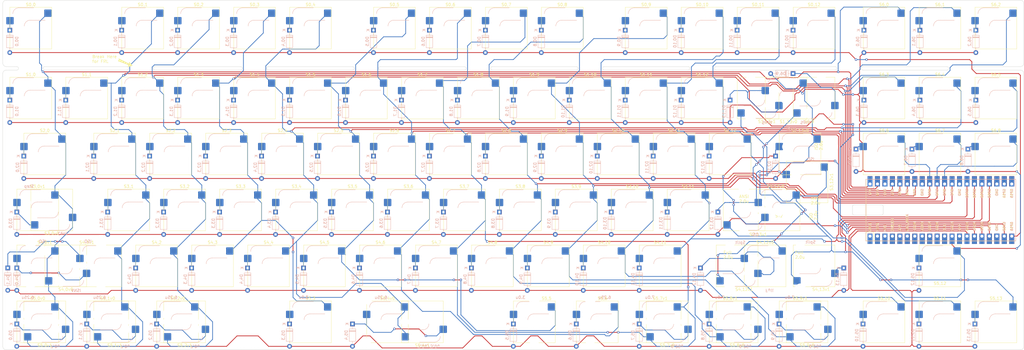
<source format=kicad_pcb>
(kicad_pcb (version 20221018) (generator pcbnew)
  (layers (0 "F.Cu" signal) (31 "B.Cu" signal) (34 "B.Paste" user) (35 "F.Paste" user) (36 "B.SilkS" user "B.Silkscreen") (37 "F.SilkS" user "F.Silkscreen") (38 "B.Mask" user) (39 "F.Mask" user) (44 "Edge.Cuts" user))
  (net 0 "")
  (net 1 "Row0")
  (net 2 "Net-(D0,1-K)")
  (net 3 "Net-(D0,2-K)")
  (net 4 "Net-(D0,3-K)")
  (net 5 "Net-(D0,4-K)")
  (net 6 "Net-(D0,5-K)")
  (net 7 "Net-(D0,6-K)")
  (net 8 "Net-(D0,7-K)")
  (net 9 "Net-(D0,8-K)")
  (net 10 "Net-(D0,9-K)")
  (net 11 "Net-(D0,10-K)")
  (net 12 "Net-(D0,11-K)")
  (net 13 "Net-(D0,12-K)")
  (net 14 "Row1")
  (net 15 "Net-(D1,1-K)")
  (net 16 "Net-(D1,2-K)")
  (net 17 "Net-(D1,3-K)")
  (net 18 "Net-(D1,4-K)")
  (net 19 "Net-(D1,5-K)")
  (net 20 "Net-(D1,6-K)")
  (net 21 "Net-(D1,7-K)")
  (net 22 "Net-(D1,8-K)")
  (net 23 "Net-(D1,9-K)")
  (net 24 "Net-(D1,10-K)")
  (net 25 "Net-(D1,11-K)")
  (net 26 "Net-(D1,12-K)")
  (net 27 "Net-(D1,13-K)")
  (net 28 "Row2")
  (net 29 "Net-(D2,1-K)")
  (net 30 "Net-(D2,2-K)")
  (net 31 "Net-(D2,3-K)")
  (net 32 "Net-(D2,4-K)")
  (net 33 "Net-(D2,5-K)")
  (net 34 "Net-(D2,6-K)")
  (net 35 "Net-(D2,7-K)")
  (net 36 "Net-(D2,8-K)")
  (net 37 "Net-(D2,9-K)")
  (net 38 "Net-(D2,10-K)")
  (net 39 "Net-(D2,11-K)")
  (net 40 "Net-(D2,12-K)")
  (net 41 "Net-(D2,13-K)")
  (net 42 "Row3")
  (net 43 "Net-(D3,1-K)")
  (net 44 "Net-(D3,2-K)")
  (net 45 "Net-(D3,3-K)")
  (net 46 "Net-(D3,4-K)")
  (net 47 "Net-(D3,5-K)")
  (net 48 "Net-(D3,6-K)")
  (net 49 "Net-(D3,7-K)")
  (net 50 "Net-(D3,8-K)")
  (net 51 "Net-(D3,9-K)")
  (net 52 "Net-(D3,10-K)")
  (net 53 "Net-(D3,11-K)")
  (net 54 "Net-(D3,12-K)")
  (net 55 "Net-(D4,0-K)")
  (net 56 "Row4")
  (net 57 "Net-(D4,1-K)")
  (net 58 "Net-(D4,2-K)")
  (net 59 "Net-(D4,3-K)")
  (net 60 "Net-(D4,4-K)")
  (net 61 "Net-(D4,5-K)")
  (net 62 "Net-(D4,6-K)")
  (net 63 "Net-(D4,7-K)")
  (net 64 "Net-(D4,8-K)")
  (net 65 "Net-(D4,9-K)")
  (net 66 "Net-(D4,10-K)")
  (net 67 "Net-(D4,11-K)")
  (net 68 "Net-(D4,12-K)")
  (net 69 "Net-(D4,13-K)")
  (net 70 "Net-(D5,2-K)")
  (net 71 "Row5")
  (net 72 "Net-(D5,1-K)")
  (net 73 "Net-(D5,3-K)")
  (net 74 "Net-(D5,4-K)")
  (net 75 "Net-(D5,5-K)")
  (net 76 "Net-(D5,6-K)")
  (net 77 "Net-(D5,7-K)")
  (net 78 "Row6")
  (net 79 "Net-(D6,1-K)")
  (net 80 "Net-(D6,2-K)")
  (net 81 "Net-(D6,3-K)")
  (net 82 "Net-(D6,4-K)")
  (net 83 "Net-(D6,5-K)")
  (net 84 "Net-(D6,6-K)")
  (net 85 "Net-(D6,7-K)")
  (net 86 "Net-(D6,8-K)")
  (net 87 "Net-(D6,9-K)")
  (net 88 "Col0")
  (net 89 "Col1")
  (net 90 "Col2")
  (net 91 "Col3")
  (net 92 "Col4")
  (net 93 "Col5")
  (net 94 "Cpl6")
  (net 95 "Col7")
  (net 96 "Col8")
  (net 97 "Col9")
  (net 98 "Col10")
  (net 99 "Col11")
  (net 100 "Col12")
  (net 101 "Col13")
  (net 105 "Net-(D5,8-K)")
  (net 106 "Net-(D5,9-K)")
  (net 119 "Net-(D5,0-K)")
  (net 120 "Net-(D6,0-K)")
  (net 121 "Net-(D5,10-K)")
  (net 122 "Net-(D5,11-K)")
  (net 123 "Net-(D0,0-K)")
  (net 124 "Net-(D1,0-K)")
  (net 125 "Net-(D2,0-K)")
  (net 126 "Net-(D3,0-K)")
  (net 129 "Net-(D5,12-K)")
  (net 130 "Net-(D5,13-K)")
  (footprint "ScottoKeebs_Hotswap:Hotswap_MX_1.00u" (layer "F.Cu") (at 338.1375 28.575)
    (fp_text reference "S6,1")
    (fp_text value "Switch")
  )
  (footprint "ScottoKeebs_Hotswap:Hotswap_MX_1.00u" (layer "F.Cu") (at 214.3125 90.4875)
    (fp_text reference "S3,9")
    (fp_text value "Switch")
  )
  (footprint "ScottoKeebs_Hotswap:Hotswap_MX_1.00u" (layer "F.Cu") (at 28.575 28.575)
    (fp_text reference "S0,0")
    (fp_text value "Switch")
  )
  (footprint "ScottoKeebs_Hotswap:Hotswap_MX_1.25u" (layer "F.Cu") (at 78.58125 128.5875)
    (fp_text reference "S5,2v0")
    (fp_text value "Switch")
  )
  (footprint "ScottoKeebs_Hotswap:Hotswap_MX_1.50u" (layer "F.Cu") (at 80.9625 128.5875 180)
    (fp_text reference "S5,2v1")
    (fp_text value "Switch")
  )
  (footprint "ScottoKeebs_Hotswap:Hotswap_MX_1.00u" (layer "F.Cu") (at 142.875 52.3875)
    (fp_text reference "S1,6")
    (fp_text value "Switch")
  )
  (footprint "ScottoKeebs_Hotswap:Hotswap_MX_1.00u" (layer "F.Cu") (at 357.1875 52.3875)
    (fp_text reference "S6,5")
    (fp_text value "Switch")
  )
  (footprint "ScottoKeebs_Hotswap:Hotswap_MX_1.00u" (layer "F.Cu") (at 114.3 71.4375)
    (fp_text reference "S2,4")
    (fp_text value "Switch")
  )
  (footprint "ScottoKeebs_Hotswap:Hotswap_MX_1.00u" (layer "F.Cu") (at 66.675 52.3875)
    (fp_text reference "S1,2")
    (fp_text value "Switch")
  )
  (footprint "ScottoKeebs_Hotswap:Hotswap_MX_1.00u" (layer "F.Cu") (at 71.4375 109.5375)
    (fp_text reference "S4,2")
    (fp_text value "Switch")
  )
  (footprint "ScottoKeebs_Stabilizer:Stabilizer_MX_2.00u_Exact" (layer "F.Cu") (at 40.48125 109.5375 180)
    (fp_text reference "ST1" hide)
    (fp_text value "Stabilizer")
  )
  (footprint "ScottoKeebs_Hotswap:Hotswap_MX_1.00u" (layer "F.Cu") (at 247.65 71.4375)
    (fp_text reference "S2,11")
    (fp_text value "Switch")
  )
  (footprint "ScottoKeebs_Hotswap:Hotswap_MX_1.50u" (layer "F.Cu") (at 290.5125 71.4375)
    (fp_text reference "S2,13v0")
    (fp_text value "Switch")
  )
  (footprint "ScottoKeebs_Hotswap:Hotswap_MX_1.00u" (layer "F.Cu") (at 123.825 52.3875)
    (fp_text reference "S1,5")
    (fp_text value "Switch")
  )
  (footprint "ScottoKeebs_Stabilizer:Stabilizer_MX_2.00u_Exact" (layer "F.Cu") (at 283.36875 90.4875 180)
    (fp_text reference "ST2")
    (fp_text value "Stabilizer")
  )
  (footprint "ScottoKeebs_Hotswap:breakage" (layer "F.Cu") (at 28.574676 42.267167)
    (fp_text reference "B0" hide)
    (fp_text value "Breakage" hide)
  )
  (footprint "ScottoKeebs_Hotswap:Hotswap_MX_2.25u" (layer "F.Cu") (at 40.48125 109.5375 180)
    (fp_text reference "S4,0v0")
    (fp_text value "Switch")
  )
  (footprint "ScottoKeebs_Hotswap:Hotswap_MX_1.00u" (layer "F.Cu") (at 319.0875 52.3875)
    (fp_text reference "S6,3")
    (fp_text value "Switch")
  )
  (footprint "ScottoKeebs_Hotswap:Hotswap_MX_3.00u" (layer "F.Cu") (at 123.825 128.5875)
    (fp_text reference "S5,3")
    (fp_text value "Switch")
  )
  (footprint "ScottoKeebs_Hotswap:Hotswap_MX_1.00u" (layer "F.Cu") (at 133.35 71.4375)
    (fp_text reference "S2,5")
    (fp_text value "Switch")
  )
  (footprint "ScottoKeebs_Hotswap:Hotswap_MX_1.00u" (layer "F.Cu") (at 266.7 71.4375)
    (fp_text reference "S2,12")
    (fp_text value "Switch")
  )
  (footprint "ScottoKeebs_Hotswap:Hotswap_MX_7.00u" (layer "F.Cu") (at 161.925 128.5875 180)
    (fp_text reference "S5,4v1")
    (fp_text value "Switch")
  )
  (footprint "ScottoKeebs_Hotswap:Hotswap_MX_1.00u" (layer "F.Cu") (at 30.95625 90.4875)
    (fp_text reference "S3,0v1")
    (fp_text value "Switch")
  )
  (footprint "ScottoKeebs_Hotswap:Hotswap_MX_1.00u" (layer "F.Cu") (at 85.725 52.3875)
    (fp_text reference "S1,3")
    (fp_text value "Switch")
  )
  (footprint "ScottoKeebs_Hotswap:Hotswap_MX_1.00u" (layer "F.Cu") (at 276.225 28.575)
    (fp_text reference "S0,11")
    (fp_text value "Switch")
  )
  (footprint "ScottoKeebs_Hotswap:Hotswap_MX_1.00u" (layer "F.Cu") (at 295.275 28.575)
    (fp_text reference "S0,12")
    (fp_text value "Switch")
  )
  (footprint "ScottoKeebs_Hotswap:Hotswap_MX_1.00u" (layer "F.Cu") (at 257.175 28.575)
    (fp_text reference "S0,10")
    (fp_text value "Switch")
  )
  (footprint "ScottoKeebs_Hotswap:Hotswap_MX_1.00u" (layer "F.Cu") (at 28.575 52.3875)
    (fp_text reference "S1,0")
    (fp_text value "Switch")
  )
  (footprint "ScottoKeebs_Hotswap:Hotswap_MX_1.00u" (layer "F.Cu") (at 338.1375 109.5375)
    (fp_text reference "S5,12")
    (fp_text value "Switch")
  )
  (footprint "ScottoKeebs_Hotswap:breakage" (layer "F.Cu") (at 257.174868 42.267167)
    (fp_text reference "B6" hide)
    (fp_text value "Breakage" hide)
  )
  (footprint "ScottoKeebs_Hotswap:Hotswap_MX_1.00u" (layer "F.Cu") (at 233.3625 90.4875)
    (fp_text reference "S3,10")
    (fp_text value "Switch")
  )
  (footprint "ScottoKeebs_Hotswap:breakage" (layer "F.Cu") (at 142.874772 42.267167)
    (fp_text reference "B3" hide)
    (fp_text value "Breakage" hide)
  )
  (footprint "ScottoKeebs_Hotswap:Hotswap_MX_1.00u" (layer "F.Cu") (at 257.175 52.3875)
    (fp_text reference "S1,12")
    (fp_text value "Switch")
  )
  (footprint "ScottoKeebs_Hotswap:Hotswap_MX_1.50u" (layer "F.Cu") (at 290.5125 128.5875)
    (fp_text reference "S5,9v1")
    (fp_text value "Switch")
  )
  (footprint "ScottoKeebs_Hotswap:Hotswap_MX_1.00u" (layer "F.Cu") (at 171.45 28.575)
    (fp_text reference "S0,6")
    (fp_text value "Switch")
  )
  (footprint "ScottoKeebs_Hotswap:Hotswap_MX_1.00u" (layer "F.Cu") (at 357.1875 71.4375)
    (fp_text reference "S6,8")
    (fp_text value "Switch")
  )
  (footprint "ScottoKeebs_Stabilizer:Stabilizer_MX_3.00u_Exact_Right" (layer "F.Cu") (at 200.025 128.5875 180)
    (fp_text reference "ST7" hide)
    (fp_text value "Stabilizer")
  )
  (footprint "ScottoKeebs_Hotswap:Hotswap_MX_1.00u" (layer "F.Cu") (at 104.775 28.575)
    (fp_text reference "S0,3")
    (fp_text value "Switch")
  )
  (footprint "ScottoKeebs_Hotswap:Hotswap_MX_1.50u" (layer "F.Cu") (at 242.8875 128.5875)
    (fp_text reference "S5,7v1")
    (fp_text value "Switch")
  )
  (footprint "ScottoKeebs_Hotswap:Hotswap_MX_1.00u" (layer "F.Cu") (at 147.6375 109.5375)
    (fp_text reference "S4,6")
    (fp_text value "Switch")
  )
  (footprint "ScottoKeebs_Hotswap:Hotswap_MX_1.25u" (layer "F.Cu") (at 269.08125 128.5875 180)
    (fp_text reference "S5,8v0")
    (fp_text value "Switch")
  )
  (footprint "ScottoKeebs_Hotswap:Hotswap_MX_1.00u" (layer "F.Cu") (at 180.975 52.3875)
    (fp_text reference "S1,8")
    (fp_text value "Switch")
  )
  (footprint "ScottoKeebs_Hotswap:Hotswap_MX_1.00u" (layer "F.Cu") (at 190.5 28.575)
    (fp_text reference "S0,7")
    (fp_text value "Switch")
  )
  (footprint "ScottoKeebs_Hotswap:Hotswap_MX_1.00u" (layer "F.Cu") (at 223.8375 109.5375)
    (fp_text reference "S4,10")
    (fp_text value "Switch")
  )
  (footprint "ScottoKeebs_Hotswap:Hotswap_MX_1.00u" (layer "F.Cu") (at 209.55 71.4375)
    (fp_text reference "S2,9")
    (fp_text value "Switch")
  )
  (footprint "ScottoKeebs_Hotswap:Hotswap_MX_1.00u" (layer "F.Cu") (at 66.675 28.575)
    (fp_text reference "S0,1")
    (fp_text value "Switch")
  )
  (footprint "ScottoKeebs_Hotswap:Hotswap_MX_1.50u" (layer "F.Cu") (at 33.3375 128.5875 180)
    (fp_text reference "S5,0v1")
    (fp_text value "Switch")
  )
  (footprint "ScottoKeebs_Hotswap:Hotswap_MX_1.00u" (layer "F.Cu") (at 95.25 71.4375)
    (fp_text reference "S2,3")
    (fp_text value "Switch")
  )
  (footprint "ScottoKeebs_Stabilizer:Stabilizer_MX_6.25u_Exact" (layer "F.Cu") (at 150.01875 128.5875 180)
    (fp_text reference "ST4" hide)
    (fp_text value "Stabilizer")
  )
  (footprint "ScottoKeebs_Hotswap:Hotswap_MX_ISOEnter" (layer "F.Cu") (at 292.89375 80.9625)
    (fp_text reference "S3,12v1")
    (fp_text value "Switch")
  )
  (footprint "ScottoKeebs_Hotswap:Hotswap_MX_2.25u" (layer "F.Cu") (at 283.36875 90.4875)
    (fp_text reference "S3,12v0")
    (fp_text value "Switch")
  )
  (footprint "ScottoKeebs_Hotswap:Hotswap_MX_1.00u" (layer "F.Cu") (at 138.1125 90.4875)
    (fp_text reference "S3,5")
    (fp_text value "Switch")
  )
  (footprint "ScottoKeebs_Hotswap:Hotswap_MX_1.00u" (layer "F.Cu") (at 161.925 52.3875)
    (fp_text reference "S1,7")
    (fp_text value "Switch")
  )
  (footprint "ScottoKeebs_Stabilizer:Stabilizer_MX_2.00u_Exact" (layer "F.Cu") (at 285.75 52.3875)
    (fp_text reference "ST3" hide)
    (fp_text value "Stabilizer")
  )
  (footprint "ScottoKeebs_Hotswap:Hotswap_MX_1.00u" (layer "F.Cu") (at 295.275 52.3875 180)
    (fp_text reference "S6,9")
    (fp_text value "Switch")
  )
  (footprint "ScottoKeebs_Hotswap:Hotswap_MX_1.00u" (layer "F.Cu") (at 357.1875 128.5875)
    (fp_text reference "S5,13")
    (fp_text value "Switch")
  )
  (footprint "ScottoKeebs_Hotswap:Hotswap_MX_1.00u" (layer "F.Cu") (at 176.2125 90.4875)
    (fp_text reference "S3,7")
    (fp_text value "Switch")
  )
  (footprint "ScottoKeebs_Stabilizer:Stabilizer_MX_2.00u_Exact" (layer "F.Cu") (at 292.89375 80.9625 90)
    (fp_text reference "ST8" hide)
    (fp_text value "Stabilizer")
  )
  (footprint "ScottoKeebs_Hotswap:Hotswap_MX_1.00u" (layer "F.Cu") (at 190.5 71.4375)
    (fp_text reference "S2,8")
    (fp_text value "Switch")
  )
  (footprint "ScottoKeebs_Hotswap:Hotswap_MX_1.00u" (layer "F.Cu") (at 30.95625 109.5375)
    (fp_text reference "S4,0v1")
    (fp_text value "Switch")
  )
  (footprint "ScottoKeebs_Hotswap:Hotswap_MX_1.00u" (layer "F.Cu") (at 338.1375 128.5875)
    (fp_text reference "S5,11")
    (fp_text value "Switch")
  )
  (footprint "ScottoKeebs_Hotswap:Hotswap_MX_1.00u" (layer "F.Cu") (at 128.5875 109.5375)
    (fp_text reference "S4,5")
    (fp_text value "Switch")
  )
  (footprint "ScottoKeebs_Hotswap:Hotswap_MX_1.00u" (layer "F.Cu") (at 269.08125 109.5375 180)
    (fp_text reference "S4,12v1")
    (fp_text value "Switch")
  )
  (footprint "ScottoKeebs_Hotswap:Hotswap_MX_1.00u" (layer "F.Cu") (at 266.7 128.5875)
    (fp_text reference "S5,8v1")
    (fp_text value "Switch")
  )
  (footprint "ScottoKeebs_Hotswap:Hotswap_MX_1.00u" (layer "F.Cu") (at 295.275 109.5375 180)
    (fp_text reference "S4,13v1")
    (fp_text value "Switch")
  )
  (footprint "ScottoKeebs_Hotswap:Hotswap_MX_1.00u" (layer "F.Cu") (at 52.3875 109.5375)
    (fp_text reference "S4,1v1")
    (fp_text value "Switch")
  )
  (footprint "ScottoKeebs_Hotswap:Hotswap_MX_1.00u" (layer "F.Cu") (at 171.45 71.4375)
    (fp_text reference "S2,7")
    (fp_text value "Switch")
  )
  (footprint "ScottoKeebs_Hotswap:breakage" (layer "F.Cu") (at 307.18116 42.267167)
    (fp_text reference "B7" hide)
    (fp_text value "Breakage" hide)
  )
  (footprint "ScottoKeebs_Hotswap:Hotswap_MX_1.00u" (layer "F.Cu") (at 185.7375 109.5375)
    (fp_text reference "S4,8")
    (fp_text value "Switch")
  )
  (footprint "ScottoKeebs_Hotswap:breakage" (layer "F.Cu") (at 66.079395 42.267167)
    (fp_text reference "B1" hide)
    (fp_text value "Breakage" hide)
  )
  (footprint "ScottoKeebs_Hotswap:Hotswap_MX_1.50u" (layer "F.Cu") (at 33.3375 71.4375)
    (fp_text reference "S2,0")
    (fp_text value "Switch")
  )
  (footprint "ScottoKeebs_Hotswap:Hotswap_MX_3.00u" (layer "F.Cu") (at 200.025 128.5875)
    (fp_text reference "S5,5")
    (fp_text value "Switch")
  )
  (footprint "ScottoKeebs_Hotswap:Hotswap_MX_1.00u" (layer "F.Cu") (at 338.1375 52.3875)
    (fp_text reference "S6,4")
    (fp_text value "Switch")
  )
  (footprint "ScottoKeebs_Hotswap:Hotswap_MX_1.00u" (layer "F.Cu") (at 76.2 71.4375)
    (fp_text reference "S2,2")
    (fp_text value "Switch")
  )
  (footprint "ScottoKeebs_Hotswap:breakage" (layer "F.Cu") (at 345.281192 42.267167)
    (fp_text reference "B8" hide)
    (fp_text value "Breakage" hide)
  )
  (footprint "ScottoKeebs_Stabilizer:Stabilizer_MX_2.00u_Exact" (layer "F.Cu") (at 278.60625 109.5375)
    (fp_text reference "ST9" hide)
    (fp_text value "Stabilizer")
  )
  (footprint "ScottoKeebs_Hotswap:Hotswap_MX_1.25u" (layer "F.Cu") (at 245.26875 128.5875 180)
    (fp_text reference "S5,7v0")
    (fp_text value "Switch")
  )
  (footprint "ScottoKeebs_Hotswap:Hotswap_MX_2.75u" (layer "F.Cu") (at 278.60625 109.5375)
    (fp_text reference "S4,12v0")
    (fp_text value "Switch")
  )
  (footprint "ScottoKeebs_Hotswap:breakage" (layer "F.Cu") (at 180.974804 42.267167)
    (fp_text reference "B4" hide)
    (fp_text value "Breakage" hide)
  )
  (footprint "ScottoKeebs_Hotswap:Hotswap_MX_1.25u" (layer "F.Cu") (at 292.89375 128.5875 180)
    (fp_text reference "S5,9v0")
    (fp_text value "Switch")
  )
  (footprint "ScottoKeebs_Hotswap:Hotswap_MX_1.00u" (layer "F.Cu") (at 357.1875 28.575)
    (fp_text reference "S6,2")
    (fp_text value "Switch")
  )
  (footprint "ScottoKeebs_Hotswap:Hotswap_MX_1.00u" (layer "F.Cu") (at 219.075 52.3875)
    (fp_text reference "S1,10")
    (fp_text value "Switch")
  )
  (footprint "ScottoKeebs_Hotswap:Hotswap_MX_1.00u" (layer "F.Cu") (at 90.4875 109.5375)
    (fp_text reference "S4,3")
    (fp_text value "Switch")
  )
  (footprint "ScottoKeebs_Hotswap:Hotswap_MX_1.00u" (layer "F.Cu") (at 123.825 28.575)
    (fp_text reference "S0,4")
    (fp_text value "Switch")
  )
  (footprint "ScottoKeebs_Hotswap:Hotswap_MX_1.00u" (layer "F.Cu") (at 152.4 71.4375)
    (fp_text reference "S2,6")
    (fp_text value "Switch")
  )
  (footprint "ScottoKeebs_Hotswap:Hotswap_MX_1.00u" (layer "F.Cu") (at 252.4125 90.4875)
    (fp_text reference "S3,11")
    (fp_text value "Switch")
  )
  (footprint "ScottoKeebs_Hotswap:Hotswap_MX_1.00u" (layer "F.Cu") (at 152.4 28.575)
    (fp_text reference "S0,5")
    (fp_text value "Switch")
  )
  (footprint "ScottoKeebs_Hotswap:Hotswap_MX_1.25u" (layer "F.Cu") (at 54.76875 128.5875)
    (fp_text reference "S5,1v0")
    (fp_text value "Switch")
  )
  (footprint "ScottoKeebs_Hotswap:Hotswap_MX_1.00u" (layer "F.Cu") (at 338.1375 71.4375)
    (fp_text reference "S6,7")
    (fp_text value "Switch")
  )
  (footprint "ScottoKeebs_Hotswap:Hotswap_MX_1.75u" (layer "F.Cu") (at 35.71875 90.4875 180)
    (fp_text reference "S3,0v0")
    (fp_text value "Switch")
  )
  (footprint "ScottoKeebs_Hotswap:Hotswap_MX_1.00u" (layer "F.Cu") (at 228.6 71.4375)
    (fp_text reference "S2,10")
    (fp_text value "Switch")
  )
  (footprint "ScottoKeebs_Hotswap:breakage" (layer "F.Cu") (at 219.074836 42.267167)
    (fp_text reference "B5" hide)
    (fp_text value "Breakage" hide)
  )
  (footprint "ScottoKeebs_Hotswap:Hotswap_MX_1.25u" (layer "F.Cu") (at 221.45625 128.5875)
    (fp_text reference "S5,6")
    (fp_text value "Switch")
  )
  (footprint "ScottoKeebs_Stabilizer:Stabilizer_MX_7.00u_Exact" (layer "F.Cu") (at 161.925 128.5875 180)
    (fp_text reference "ST5" hide)
    (fp_text value "Stabilizer")
  )
  (footprint "ScottoKeebs_Hotswap:Hotswap_MX_1.00u" (layer "F.Cu") (at 157.1625 90.4875)
    (fp_text reference "S3,6")
    (fp_text value "Switch")
  )
  (footprint "ScottoKeebs_Hotswap:Hotswap_MX_1.00u" (layer "F.Cu") (at 104.775 52.3875)
    (fp_text reference "S1,4")
    (fp_text value "Switch")
  )
  (footprint "ScottoKeebs_Hotswap:Hotswap_MX_1.00u" (layer "F.Cu") (at 195.2625 90.4875)
    (fp_text reference "S3,8")
    (fp_text value "Switch")
  )
  (footprint "ScottoKeebs_Hotswap:Hotswap_MX_1.00u" (layer "F.Cu") (at 57.15 128.5875 180)
    (fp_text reference "S5,1v1")
    (fp_text value "Switch")
  )
  (footprint "ScottoKeebs_Hotswap:Hotswap_MX_1.00u" (layer "F.Cu") (at 319.0875 28.575)
    (fp_text reference "S6,0")
    (fp_text value "Switch")
  )
  (footprint "ScottoKeebs_Hotswap:Hotswap_MX_1.00u" (layer "F.Cu") (at 61.9125 90.4875)
    (fp_text reference "S3,1")
    (fp_text value "Switch")
  )
  (footprint "ScottoKeebs_Hotswap:Hotswap_MX_1.00u" (layer "F.Cu") (at 204.7875 109.5375)
    (fp_text reference "S4,9")
    (fp_text value "Switch")
  )
  (footprint "ScottoKeebs_Hotswap:Hotswap_MX_1.25u" (layer "F.Cu") (at 30.95625 128.5875)
    (fp_text reference "S5,0v0")
    (fp_text value "Switch")
  )
  (footprint "ScottoKeebs_Hotswap:Hotswap_MX_1.00u" (layer "F.Cu") (at 209.55 28.575)
    (fp_text reference "S0,8")
    (fp_text value "Switch")
  )
  (footprint "ScottoKeebs_Hotswap:Hotswap_MX_1.00u" (layer "F.Cu") (at 238.125 52.3875)
    (fp_text reference "S1,11")
    (fp_text value "Switch")
  )
  (footprint "ScottoKeebs_Hotswap:Hotswap_MX_1.00u" (layer "F.Cu") (at 242.8875 109.5375)
    (fp_text reference "S4,11")
    (fp_text value "Switch")
  )
  (footprint "ScottoKeebs_Hotswap:Hotswap_MX_1.00u" (layer "F.Cu") (at 271.4625 90.4875 180)
    (fp_text reference "S2,13v1")
    (fp_text value "Switch")
  )
  (footprint "ScottoKeebs_Hotswap:Hotswap_MX_1.00u" (layer "F.Cu") (at 200.025 52.3875)
    (fp_text reference "S1,9")
    (fp_text value "Switch")
  )
  (footprint "ScottoKeebs_Hotswap:Hotswap_MX_1.00u" (layer "F.Cu") (at 319.0875 71.4375)
    (fp_text reference "S6,6")
    (fp_text value "Switch")
  )
  (footprint "ScottoKeebs_Hotswap:Hotswap_MX_1.00u" (layer "F.Cu") (at 80.9625 90.4875)
    (fp_text reference "S3,2")
    (fp_text value "Switch")
  )
  (footprint "ScottoKeebs_Hotswap:Hotswap_MX_6.25u" (layer "F.Cu") (at 150.01875 128.5875)
    (fp_text reference "S5,4v0")
    (fp_text value "Switch")
  )
  (footprint "ScottoKeebs_Hotswap:Hotswap_MX_1.00u" (layer "F.Cu") (at 57.15 71.4375)
    (fp_text reference "S2,1")
    (fp_text value "Switch")
  )
  (footprint "ScottoKeebs_Hotswap:Hotswap_MX_1.00u" (layer "F.Cu") (at 238.125 28.575)
    (fp_text reference "S0,9")
    (fp_text value "Switch")
  )
  (footprint "ScottoKeebs_Hotswap:Hotswap_MX_1.00u" (layer "F.Cu") (at 85.725 28.575)
    (fp_text reference "S0,2")
    (fp_text value "Switch")
  )
  (footprint "ScottoKeebs_Hotswap:Hotswap_MX_2.00u" (layer "F.Cu") (at 285.75 52.3875)
    (fp_text reference "S1,13v0")
    (fp_text value "Switch")
  )
  (footprint "ScottoKeebs_Hotswap:Hotswap_MX_1.00u" (layer "F.Cu") (at 119.0625 90.4875)
    (fp_text reference "S3,4")
    (fp_text value "Switch")
  )
  (footprint "ScottoKeebs_Hotswap:Hotswap_MX_1.00u" (layer "F.Cu") (at 276.225 52.3875 180)
    (fp_text reference "S1,13v1")
    (fp_text value "Switch")
  )
  (footprint "ScottoKeebs_Hotswap:Hotswap_MX_1.00u" (layer "F.Cu") (at 319.0875 128.5875)
    (fp_text reference "S5,10")
    (fp_text value "Switch")
  )
  (footprint "ScottoKeebs_Hotswap:Hotswap_MX_1.00u" (layer "F.Cu") (at 166.6875 109.5375)
    (fp_text reference "S4,7")
    (fp_text value "Switch")
  )
  (footprint "ScottoKeebs_Hotswap:breakage" (layer "F.Cu") (at 104.77474 42.267167)
    (fp_text reference "B2" hide)
    (fp_text value "Breakage" hide)
  )
  (footprint "ScottoKeebs_Stabilizer:Stabilizer_MX_3.00u_Exact_Left" (layer "F.Cu") (at 123.825 128.5875 180)
    (fp_text reference "ST6" hide)
    (fp_text value "Stabilizer")
  )
  (footprint "ScottoKeebs_Hotswap:Hotswap_MX_1.00u" (layer "F.Cu") (at 100.0125 90.4875)
    (fp_text reference "S3,3")
    (fp_text value "Switch")
  )
  (footprint "ScottoKeebs_Hotswap:Hotswap_MX_1.00u" (layer "F.Cu") (at 109.5375 109.5375)
    (fp_text reference "S4,4")
    (fp_text value "Switch")
  )
  (footprint "ScottoKeebs_Hotswap:Hotswap_MX_1.00u" (layer "F.Cu") (at 47.625 52.3875)
    (fp_text reference "S1,1")
    (fp_text value "Switch")
  )
  (footprint "ScottoKeebs_Components:Diode_DO-35" (layer "B.Cu") (at 269.08125 29.289375 -90)
    (fp_text reference "D0,11")
    (fp_text value "Diode")
  )
  (footprint "ScottoKeebs_Components:Diode_DO-35" (layer "B.Cu") (at 211.93125 53.101875 -90)
    (fp_text reference "D1,10")
    (fp_text value "Diode")
  )
  (footprint "ScottoKeebs_Components:Diode_DO-35" (layer "B.Cu") (at 173.83125 53.101875 -90)
    (fp_text reference "D1,8")
    (fp_text value "Diode")
  )
  (footprint "ScottoKeebs_Components:Diode_DO-35" (layer "B.Cu") (at 282.178125 72.151875 -90)
    (fp_text reference "D2,13")
    (fp_text value "Diode")
  )
  (footprint "ScottoKeebs_Components:Diode_DO-35" (layer "B.Cu") (at 330.99375 110.251875 -90)
    (fp_text reference "D5,12")
    (fp_text value "Diode")
  )
  (footprint "ScottoKeebs_Components:Diode_DO-35" (layer "B.Cu") (at 116.68125 53.101875 -90)
    (fp_text reference "D1,5")
    (fp_text value "Diode")
  )
  (footprint "ScottoKeebs_Components:Diode_DO-35" (layer "B.Cu") (at 121.44375 110.251875 -90)
    (fp_text reference "D4,5")
    (fp_text value "Diode")
  )
  (footprint "ScottoKeebs_Components:Diode_DO-35" (layer "B.Cu") (at 207.16875 91.201875 -90)
    (fp_text reference "D3,9")
    (fp_text value "Diode")
  )
  (footprint "ScottoKeebs_Components:Diode_DO-35" (layer "B.Cu") (at 116.68125 29.289375 -90)
    (fp_text reference "D0,4")
    (fp_text value "Diode")
  )
  (footprint "ScottoKeebs_Components:Diode_DO-35" (layer "B.Cu") (at 83.34375 110.251875 -90)
    (fp_text reference "D4,3")
    (fp_text value "Diode")
  )
  (footprint "ScottoKeebs_Components:Diode_DO-35" (layer "B.Cu") (at 169.06875 91.201875 -90)
    (fp_text reference "D3,7")
    (fp_text value "Diode")
  )
  (footprint "ScottoKeebs_Components:Diode_DO-35" (layer "B.Cu") (at 97.63125 53.101875 -90)
    (fp_text reference "D1,4")
    (fp_text value "Diode")
  )
  (footprint "ScottoKeebs_Components:Diode_DO-35" (layer "B.Cu") (at 71.4375 129.301875 -90)
    (fp_text reference "D5,2")
    (fp_text value "Diode")
  )
  (footprint "ScottoKeebs_Components:Diode_DO-35" (layer "B.Cu") (at 47.625 129.301875 -90)
    (fp_text reference "D5,1")
    (fp_text value "Diode")
  )
  (footprint "ScottoKeebs_Components:Diode_DO-35" (layer "B.Cu") (at 221.45625 72.151875 -90)
    (fp_text reference "D2,10")
    (fp_text value "Diode")
  )
  (footprint "ScottoKeebs_Components:Diode_DO-35" (layer "B.Cu") (at 226.21875 91.201875 -90)
    (fp_text reference "D3,10")
    (fp_text value "Diode")
  )
  (footprint "ScottoKeebs_Components:Diode_DO-35" (layer "B.Cu") (at 150.01875 91.201875 -90)
    (fp_text reference "D3,6")
    (fp_text value "Diode")
  )
  (footprint "ScottoKeebs_Components:Diode_DO-35" (layer "B.Cu") (at 40.48125 53.101875 -90)
    (fp_text reference "D1,1")
    (fp_text value "Diode")
  )
  (footprint "ScottoKeebs_Components:Diode_DO-35" (layer "B.Cu") (at 92.86875 91.201875 -90)
    (fp_text reference "D3,3")
    (fp_text value "Diode")
  )
  (footprint "ScottoKeebs_MCU:Raspberry_Pi_Pico_Modified" (layer "B.Cu") (at 338.454916 90.527215 -90)
    (fp_text reference "U1" hide)
    (fp_text value "Raspberry_Pi_Pico" hide)
  )
  (footprint "ScottoKeebs_Components:Diode_DO-35" (layer "B.Cu") (at 202.40625 72.151875 -90)
    (fp_text reference "D2,9")
    (fp_text value "Diode")
  )
  (footprint "ScottoKeebs_Components:Diode_DO-35" (layer "B.Cu") (at 250.03125 53.101875 -90)
    (fp_text reference "D1,12")
    (fp_text value "Diode")
  )
  (footprint "ScottoKeebs_Components:Diode_DO-35" (layer "B.Cu") (at 259.55625 72.151875 -90)
    (fp_text reference "D2,12")
    (fp_text value "Diode")
  )
  (footprint "ScottoKeebs_Components:Diode_DO-35" (layer "B.Cu") (at 73.81875 91.201875 -90)
    (fp_text reference "D3,2")
    (fp_text value "Diode")
  )
  (footprint "ScottoKeebs_Components:Diode_DO-35" (layer "B.Cu") (at 331.31125 29.289375 -90)
    (fp_text reference "D6,1")
    (fp_text value "Diode")
  )
  (footprint "ScottoKeebs_Components:Diode_DO-35" (layer "B.Cu") (at 64.29375 110.251875 -90)
    (fp_text reference "D4,2")
    (fp_text value "Diode")
  )
  (footprint "ScottoKeebs_Components:Diode_DO-35" (layer "B.Cu") (at 26.19375 72.151875 -90)
    (fp_text reference "D2,0")
    (fp_text value "Diode")
  )
  (footprint "ScottoKeebs_Components:Diode_DO-35" (layer "B.Cu") (at 266.7 53.101875 -90)
    (fp_text reference "D1,13")
    (fp_text value "Diode")
  )
  (footprint "ScottoKeebs_Components:Diode_DO-35" (layer "B.Cu") (at 331.31125 53.101875 -90)
    (fp_text reference "D6,4")
    (fp_text value "Diode")
  )
  (footprint "ScottoKeebs_Components:Diode_DO-35" (layer "B.Cu") (at 102.39375 110.251875 -90)
    (fp_text reference "D4,4")
    (fp_text value "Diode")
  )
  (footprint "ScottoKeebs_Components:Diode_DO-35" (layer "B.Cu") (at 350.04375 129.301875 -90)
    (fp_text reference "D5,13")
    (fp_text value "Diode")
  )
  (footprint "ScottoKeebs_Components:Diode_DO-35" (layer "B.Cu") (at 154.78125 53.101875 -90)
    (fp_text reference "D1,7")
    (fp_text value "Diode")
  )
  (footprint "ScottoKeebs_Components:Diode_DO-35" (layer "B.Cu") (at 50.00625 72.151875 -90)
    (fp_text reference "D2,1")
    (fp_text value "Diode")
  )
  (footprint "ScottoKeebs_Components:Diode_DO-35" (layer "B.Cu") (at 111.91875 91.201875 -90)
    (fp_text reference "D3,4")
    (fp_text value "Diode")
  )
  (footprint "ScottoKeebs_Components:Diode_DO-35" (layer "B.Cu") (at 97.63125 29.289375 -90)
    (fp_text reference "D0,3")
    (fp_text value "Diode")
  )
  (footprint "ScottoKeebs_Components:Diode_DO-35" (layer "B.Cu") (at 256.579555 110.251875 -90)
    (fp_text reference "D4,12")
    (fp_text value "Diode")
  )
  (footprint "ScottoKeebs_Components:Diode_DO-35" (layer "B.Cu") (at 240.50625 72.151875 -90)
    (fp_text reference "D2,11")
    (fp_text value "Diode")
  )
  (footprint "ScottoKeebs_Components:Diode_DO-35" (layer "B.Cu") (at 350.36125 29.289375 -90)
    (fp_text reference "D6,2")
    (fp_text value "Diode")
  )
  (footprint "ScottoKeebs_Components:Diode_DO-35" (layer "B.Cu") (at 130.96875 91.201875 -90)
    (fp_text reference "D3,5")
    (fp_text value "Diode")
  )
  (footprint "ScottoKeebs_Components:Diode_DO-35" (layer "B.Cu") (at 230.98125 53.101875 -90)
    (fp_text reference "D1,11")
    (fp_text value "Diode")
  )
  (footprint "ScottoKeebs_Components:Diode_DO-35" (layer "B.Cu") (at 178.59375 110.251875 -90)
    (fp_text reference "D4,8")
    (fp_text value "Diode")
  )
  (footprint "ScottoKeebs_Components:Diode_DO-35" (layer "B.Cu") (at 183.35625 72.151875 -90)
    (fp_text reference "D2,8")
    (fp_text value "Diode")
  )
  (footprint "ScottoKeebs_Components:Diode_DO-35" (layer "B.Cu") (at 197.64375 110.251875 -90)
    (fp_text reference "D4,9")
    (fp_text value "Diode")
  )
  (footprint "ScottoKeebs_Components:Diode_DO-35" (layer "B.Cu") (at 328.6125 69.770625 -90)
    (fp_text reference "D6,7")
    (fp_text value "Diode")
  )
  (footprint "ScottoKeebs_Components:Diode_DO-35" (layer "B.Cu") (at 311.94375 129.301875 -90)
    (fp_text reference "D5,10")
    (fp_text value "Diode")
  )
  (footprint "ScottoKeebs_Components:Diode_DO-35" (layer "B.Cu") (at 159.54375 110.251875 -90)
    (fp_text reference "D4,7")
    (fp_text value "Diode")
  )
  (footprint "ScottoKeebs_Components:Diode_DO-35" (layer "B.Cu") (at 59.53125 29.289375 -90)
    (fp_text reference "D0,1")
    (fp_text value "Diode")
  )
  (footprint "ScottoKeebs_Components:Diode_DO-35" (layer "B.Cu") (at 135.73125 53.101875 -90)
    (fp_text reference "D1,6")
    (fp_text value "Diode")
  )
  (footprint "ScottoKeebs_Components:Diode_DO-35" (layer "B.Cu") (at 192.88125 53.101875 -90)
    (fp_text reference "D1,9")
    (fp_text value "Diode")
  )
  (footprint "ScottoKeebs_Components:Diode_DO-35" (layer "B.Cu") (at 330.99375 129.301875 -90)
    (fp_text reference "D5,11")
    (fp_text value "Diode")
  )
  (footprint "ScottoKeebs_Components:Diode_DO-35" (layer "B.Cu") (at 245.26875 91.201875 -90)
    (fp_text reference "D3,11")
    (fp_text value "Diode")
  )
  (footprint "ScottoKeebs_Components:Diode_DO-35" (layer "B.Cu") (at 140.49375 110.251875 -90)
    (fp_text reference "D4,6")
    (fp_text value "Diode")
  )
  (footprint "ScottoKeebs_Components:Diode_DO-35" (layer "B.Cu") (at 20.741414 110.223185 -90)
    (fp_text reference "D4,1")
    (fp_text value "Diode")
  )
  (footprint "ScottoKeebs_Components:Diode_DO-35" (layer "B.Cu") (at 59.53125 53.101875 -90)
    (fp_text reference "D1,2")
    (fp_text value "Diode")
  )
  (footprint "ScottoKeebs_Components:Diode_DO-35" (layer "B.Cu") (at 309.5625 69.770625 -90)
    (fp_text reference "D6,6")
    (fp_text value "Diode")
  )
  (footprint "ScottoKeebs_Components:Diode_DO-35" (layer "B.Cu") (at 347.6625 69.770625 -90)
    (fp_text reference "D6,8")
    (fp_text value "Diode")
  )
  (footprint "ScottoKeebs_Components:Diode_DO-35" (layer "B.Cu") (at 69.05625 72.151875 -90)
    (fp_text reference "D2,2")
    (fp_text value "Diode")
  )
  (footprint "ScottoKeebs_Components:Diode_DO-35" (layer "B.Cu") (at 23.8125 110.251875 -90)
    (fp_text reference "D4,0")
    (fp_text value "Diode")
  )
  (footprint "ScottoKeebs_Components:Diode_DO-35" (layer "B.Cu") (at 312.26125 53.101875 -90)
    (fp_text reference "D6,3")
    (fp_text value "Diode")
  )
  (footprint "ScottoKeebs_Components:Diode_DO-35" (layer "B.Cu") (at 126.20625 72.151875 -90)
    (fp_text reference "D2,5")
    (fp_text value "Diode")
  )
  (footprint "ScottoKeebs_Components:Diode_DO-35" (layer "B.Cu") (at 164.30625 72.151875 -90)
    (fp_text reference "D2,7")
    (fp_text value "Diode")
  )
  (footprint "ScottoKeebs_Components:Diode_DO-35" (layer "B.Cu") (at 164.30625 29.289375 -90)
    (fp_text reference "D0,6")
    (fp_text value "Diode")
  )
  (footprint "ScottoKeebs_Components:Diode_DO-35" (layer "B.Cu") (at 202.40625 29.289375 -90)
    (fp_text reference "D0,8")
    (fp_text value "Diode")
  )
  (footprint "ScottoKeebs_Components:Diode_DO-35" (layer "B.Cu") (at 107.15625 72.151875 -90)
    (fp_text reference "D2,4")
    (fp_text value "Diode")
  )
  (footprint "ScottoKeebs_Components:Diode_DO-35" (layer "B.Cu") (at 23.8125 129.301875 -90)
    (fp_text reference "D5,0")
    (fp_text value "Diode")
  )
  (footprint "ScottoKeebs_Components:Diode_DO-35" (layer "B.Cu") (at 21.43125 29.289375 -90)
    (fp_text reference "D0,0")
    (fp_text value "Diode")
  )
  (footprint "ScottoKeebs_Components:Diode_DO-35" (layer "B.Cu") (at 250.03125 29.289375 -90)
    (fp_text reference "D0,10")
    (fp_text value "Diode")
  )
  (footprint "ScottoKeebs_Components:Diode_DO-35" (layer "B.Cu") (at 188.11875 91.201875 -90)
    (fp_text reference "D3,8")
    (fp_text value "Diode")
  )
  (footprint "ScottoKeebs_Components:Diode_DO-35" (layer "B.Cu") (at 78.58125 29.289375 -90)
    (fp_text reference "D0,2")
    (fp_text value "Diode")
  )
  (footprint "ScottoKeebs_Components:Diode_DO-35" (layer "B.Cu") (at 145.25625 72.151875 -90)
    (fp_text reference "D2,6")
    (fp_text value "Diode")
  )
  (footprint "ScottoKeebs_Components:Diode_DO-35" (layer "B.Cu") (at 312.26125 29.289375 -90)
    (fp_text reference "D6,0")
    (fp_text value "Diode")
  )
  (footprint "ScottoKeebs_Components:Diode_DO-35" (layer "B.Cu") (at 350.36125 53.101875 -90)
    (fp_text reference "D6,5")
    (fp_text value "Diode")
  )
  (footprint "ScottoKeebs_Components:Diode_DO-35" (layer "B.Cu") (at 88.10625 72.151875 -90)
    (fp_text reference "D2,3")
    (fp_text value "Diode")
  )
  (footprint "ScottoKeebs_Components:Diode_DO-35" (layer "B.Cu") (at 230.98125 29.289375 -90)
    (fp_text reference "D0,9")
    (fp_text value "Diode")
  )
  (footprint "ScottoKeebs_Components:Diode_DO-35" (layer "B.Cu") (at 78.58125 53.101875 -90)
    (fp_text reference "D1,3")
    (fp_text value "Diode")
  )
  (footprint "ScottoKeebs_Components:Diode_DO-35" (layer "B.Cu") (at 283.36875 129.301875 -90)
    (fp_text reference "D5,9")
    (fp_text value "Diode")
  )
  (footprint "ScottoKeebs_Components:Diode_DO-35" (layer "B.Cu") (at 214.3125 129.301875 -90)
    (fp_text reference "D5,6")
    (fp_text value "Diode")
  )
  (footprint "ScottoKeebs_Components:Diode_DO-35" (layer "B.Cu") (at 138.1125 129.301875 -90)
    (fp_text reference "D5,4")
    (fp_text value "Diode")
  )
  (footprint "ScottoKeebs_Components:Diode_DO-35" (layer "B.Cu") (at 116.68125 129.301875 -90)
    (fp_text reference "D5,3")
    (fp_text value "Diode")
  )
  (footprint "ScottoKeebs_Components:Diode_DO-35" (layer "B.Cu") (at 235.74375 129.301875 -90)
    (fp_text reference "D5,7")
    (fp_text value "Diode")
  )
  (footprint "ScottoKeebs_Components:Diode_DO-35" (layer "B.Cu") (at 192.88125 129.301875 -90)
    (fp_text reference "D5,5")
    (fp_text value "Diode")
  )
  (footprint "ScottoKeebs_Components:Diode_DO-35" (layer "B.Cu") (at 145.25625 29.289375 -90)
    (fp_text reference "D0,5")
    (fp_text value "Diode")
  )
  (footprint "ScottoKeebs_Components:Diode_DO-35" (layer "B.Cu") (at 54.76875 91.201875 -90)
    (fp_text reference "D3,1")
    (fp_text value "Diode")
  )
  (footprint "ScottoKeebs_Components:Diode_DO-35" (layer "B.Cu") (at 21.43125 53.101875 -90)
    (fp_text reference "D1,0")
    (fp_text value "Diode")
  )
  (footprint "ScottoKeebs_Components:Diode_DO-35" (layer "B.Cu") (at 288.13125 29.289375 -90)
    (fp_text reference "D0,12")
    (fp_text value "Diode")
  )
  (footprint "ScottoKeebs_Components:Diode_DO-35" (layer "B.Cu") (at 288.131144 44.053106 180)
    (fp_text reference "D6,9")
    (fp_text value "Diode")
  )
  (footprint "ScottoKeebs_Components:Diode_DO-35" (layer "B.Cu") (at 216.69375 110.251875 -90)
    (fp_text reference "D4,10")
    (fp_text value "Diode")
  )
  (footprint "ScottoKeebs_Components:Diode_DO-35" (layer "B.Cu") (at 305.395221 110.251918 -90)
    (fp_text reference "D4,13")
    (fp_text value "Diode")
  )
  (footprint "ScottoKeebs_Components:Diode_DO-35" (layer "B.Cu") (at 259.55625 129.301875 -90)
    (fp_text reference "D5,8")
    (fp_text value "Diode")
  )
  (footprint "ScottoKeebs_Components:Diode_DO-35" (layer "B.Cu") (at 183.35625 29.289375 -90)
    (fp_text reference "D0,7")
    (fp_text value "Diode")
  )
  (footprint "ScottoKeebs_Components:Diode_DO-35" (layer "B.Cu") (at 262.532685 91.201902 -90)
    (fp_text reference "D3,12")
    (fp_text value "Diode")
  )
  (footprint "ScottoKeebs_Components:Diode_DO-35" (layer "B.Cu") (at 23.8125 91.201875 -90)
    (fp_text reference "D3,0")
    (fp_text value "Diode")
  )
  (footprint "ScottoKeebs_Components:Diode_DO-35" (layer "B.Cu") (at 235.74375 110.251875 -90)
    (fp_text reference "D4,11")
    (fp_text value "Diode")
  )
  (gr_poly (pts (xy 58.312907 39.740529) (xy 61.892115 41.091628) (xy 61.718078 41.720891) (xy 63.113742 41.348148) (xy 62.122744 40.188313) (xy 61.990611 40.738868) (xy 58.547811 38.999116) (xy 58.676264 39.460558)) (stroke (width 0.15)) (fill solid) (layer "F.SilkS"))
  (gr_line (start 366.71246 44.053106) (end 366.7125 136.921875) (stroke (width 0.1)) (layer "Edge.Cuts"))
  (gr_arc (start 318.792107 91.678146) (mid 318.617726 92.099059) (end 318.196794 92.273459) (stroke (width 0.1)) (layer "Edge.Cuts"))
  (gr_line (start 261.937372 41.671854) (end 302.418656 41.671854) (stroke (width 0.1)) (layer "Edge.Cuts"))
  (gr_arc (start 308.967098 92.273505) (mid 308.546133 92.099144) (end 308.371785 91.678192) (stroke (width 0.1)) (layer "Edge.Cuts"))
  (gr_line (start 223.83734 41.671854) (end 252.412364 41.671854) (stroke (width 0.1)) (layer "Edge.Cuts"))
  (gr_arc (start 20.240293 41.671853) (mid 19.398394 41.323127) (end 19.049668 40.481228) (stroke (width 0.1)) (layer "Edge.Cuts"))
  (gr_arc (start 147.637276 42.862459) (mid 147.041984 42.267167) (end 147.637276 41.671875) (stroke (width 0.1)) (layer "Edge.Cuts"))
  (gr_arc (start 252.412364 41.671875) (mid 253.007656 42.267167) (end 252.412364 42.862459) (stroke (width 0.1)) (layer "Edge.Cuts"))
  (gr_arc (start 365.521835 42.862481) (mid 366.363734 43.211207) (end 366.71246 44.053106) (stroke (width 0.1)) (layer "Edge.Cuts"))
  (gr_line (start 20.240625 138.1125) (end 365.521875 138.1125) (stroke (width 0.1)) (layer "Edge.Cuts"))
  (gr_line (start 350.043696 41.671854) (end 365.521834 41.671854) (stroke (width 0.1)) (layer "Edge.Cuts"))
  (gr_line (start 109.537244 42.86248) (end 138.112268 42.86248) (stroke (width 0.1)) (layer "Edge.Cuts"))
  (gr_line (start 20.240625 19.05) (end 365.521875 19.05) (stroke (width 0.1)) (layer "Edge.Cuts"))
  (gr_arc (start 366.7125 136.921875) (mid 366.363774 137.763774) (end 365.521875 138.1125) (stroke (width 0.1)) (layer "Edge.Cuts"))
  (gr_line (start 147.637276 41.671875) (end 176.2123 41.671854) (stroke (width 0.1)) (layer "Edge.Cuts"))
  (gr_arc (start 138.112268 41.671854) (mid 138.70756 42.267146) (end 138.112268 42.862438) (stroke (width 0.1)) (layer "Edge.Cuts"))
  (gr_line (start 311.943664 42.862459) (end 340.518688 42.86248) (stroke (width 0.1)) (layer "Edge.Cuts"))
  (gr_line (start 33.337201 41.671854) (end 61.316891 41.671854) (stroke (width 0.1)) (layer "Edge.Cuts"))
  (gr_arc (start 19.049669 44.053105) (mid 19.398395 43.211206) (end 20.240294 42.86248) (stroke (width 0.1)) (layer "Edge.Cuts"))
  (gr_line (start 185.737308 42.86248) (end 214.312332 42.862501) (stroke (width 0.1)) (layer "Edge.Cuts"))
  (gr_line (start 308.371786 91.678146) (end 308.371786 89.296894) (stroke (width 0.1)) (layer "Edge.Cuts"))
  (gr_arc (start 23.812172 41.671854) (mid 24.407464 42.267146) (end 23.812172 42.862438) (stroke (width 0.1)) (layer "Edge.Cuts"))
  (gr_arc (start 311.943664 42.862459) (mid 311.348372 42.267167) (end 311.943664 41.671875) (stroke (width 0.1)) (layer "Edge.Cuts"))
  (gr_arc (start 350.043696 42.862459) (mid 349.448404 42.267167) (end 350.043696 41.671875) (stroke (width 0.1)) (layer "Edge.Cuts"))
  (gr_line (start 311.943664 41.671854) (end 340.518688 41.671854) (stroke (width 0.1)) (layer "Edge.Cuts"))
  (gr_line (start 318.196794 92.273459) (end 308.967098 92.273505) (stroke (width 0.1)) (layer "Edge.Cuts"))
  (gr_line (start 70.841899 42.86248) (end 100.012236 42.86248) (stroke (width 0.1)) (layer "Edge.Cuts"))
  (gr_arc (start 109.537244 42.862459) (mid 108.941952 42.267167) (end 109.537244 41.671875) (stroke (width 0.1)) (layer "Edge.Cuts"))
  (gr_arc (start 365.521875 19.05) (mid 366.363774 19.398726) (end 366.7125 20.240625) (stroke (width 0.1)) (layer "Edge.Cuts"))
  (gr_arc (start 176.2123 41.671854) (mid 176.807592 42.267146) (end 176.2123 42.862438) (stroke (width 0.1)) (layer "Edge.Cuts"))
  (gr_line (start 70.841899 41.671875) (end 100.012236 41.671854) (stroke (width 0.1)) (layer "Edge.Cuts"))
  (gr_line (start 261.937372 42.86248) (end 302.418656 42.862438) (stroke (width 0.1)) (layer "Edge.Cuts"))
  (gr_line (start 308.967098 88.701587) (end 318.196794 88.701581) (stroke (width 0.1)) (layer "Edge.Cuts"))
  (gr_arc (start 261.937372 42.862459) (mid 261.34208 42.267167) (end 261.937372 41.671875) (stroke (width 0.1)) (layer "Edge.Cuts"))
  (gr_arc (start 70.841878 42.86248) (mid 70.246586 42.267188) (end 70.841878 41.671896) (stroke (width 0.1)) (layer "Edge.Cuts"))
  (gr_line (start 185.737308 41.671875) (end 214.312332 41.671875) (stroke (width 0.1)) (layer "Edge.Cuts"))
  (gr_line (start 20.240294 42.86248) (end 23.812172 42.862438) (stroke (width 0.1)) (layer "Edge.Cuts"))
  (gr_line (start 223.83734 42.86248) (end 252.412364 42.86248) (stroke (width 0.1)) (layer "Edge.Cuts"))
  (gr_arc (start 100.012236 41.671854) (mid 100.607528 42.267146) (end 100.012236 42.862438) (stroke (width 0.1)) (layer "Edge.Cuts"))
  (gr_arc (start 340.518688 41.671854) (mid 341.11398 42.267146) (end 340.518688 42.862438) (stroke (width 0.1)) (layer "Edge.Cuts"))
  (gr_arc (start 223.83734 42.862438) (mid 223.242048 42.267146) (end 223.83734 41.671854) (stroke (width 0.1)) (layer "Edge.Cuts"))
  (gr_line (start 318.792107 89.296894) (end 318.792107 91.678146) (stroke (width 0.1)) (layer "Edge.Cuts"))
  (gr_arc (start 318.196794 88.701581) (mid 318.617758 88.875937) (end 318.792107 89.296894) (stroke (width 0.1)) (layer "Edge.Cuts"))
  (gr_line (start 366.7125 20.240625) (end 366.712459 40.481229) (stroke (width 0.1)) (layer "Edge.Cuts"))
  (gr_arc (start 214.312332 41.671875) (mid 214.907624 42.267167) (end 214.312332 42.862459) (stroke (width 0.1)) (layer "Edge.Cuts"))
  (gr_arc (start 19.05 20.240625) (mid 19.398726 19.398726) (end 20.240625 19.05) (stroke (width 0.1)) (layer "Edge.Cuts"))
  (gr_line (start 20.240293 41.671853) (end 23.812172 41.671854) (stroke (width 0.1)) (layer "Edge.Cuts"))
  (gr_line (start 109.537244 41.671875) (end 138.112268 41.671854) (stroke (width 0.1)) (layer "Edge.Cuts"))
  (gr_line (start 147.637276 42.862459) (end 176.2123 42.86248) (stroke (width 0.1)) (layer "Edge.Cuts"))
  (gr_line (start 19.049669 44.053105) (end 19.05 136.921875) (stroke (width 0.1)) (layer "Edge.Cuts"))
  (gr_arc (start 308.371786 89.296894) (mid 308.546151 88.875948) (end 308.967098 88.701587) (stroke (width 0.1)) (layer "Edge.Cuts"))
  (gr_arc (start 61.316891 41.671854) (mid 61.912204 42.267167) (end 61.316891 42.86248) (stroke (width 0.1)) (layer "Edge.Cuts"))
  (gr_arc (start 20.240625 138.1125) (mid 19.398726 137.763774) (end 19.05 136.921875) (stroke (width 0.1)) (layer "Edge.Cuts"))
  (gr_arc (start 366.712459 40.481229) (mid 366.363733 41.323128) (end 365.521834 41.671854) (stroke (width 0.1)) (layer "Edge.Cuts"))
  (gr_line (start 33.33718 42.86248) (end 61.316891 42.86248) (stroke (width 0.1)) (layer "Edge.Cuts"))
  (gr_arc (start 185.737308 42.862459) (mid 185.142016 42.267167) (end 185.737308 41.671875) (stroke (width 0.1)) (layer "Edge.Cuts"))
  (gr_line (start 350.043696 42.862459) (end 365.521835 42.862481) (stroke (width 0.1)) (layer "Edge.Cuts"))
  (gr_line (start 19.05 20.240625) (end 19.049668 40.481228) (stroke (width 0.1)) (layer "Edge.Cuts"))
  (gr_arc (start 33.33718 42.86248) (mid 32.741867 42.267157) (end 33.337201 41.671854) (stroke (width 0.1)) (layer "Edge.Cuts"))
  (gr_arc (start 302.418677 41.671854) (mid 303.013969 42.267146) (end 302.418677 42.862438) (stroke (width 0.1)) (layer "Edge.Cuts"))
  (gr_text "6.25u" (at 226.218592 120.848483) (layer "B.SilkS") (effects (font (size 1 1)) (justify left bottom mirror)))
  (gr_text "ISO" (at 49.410631 101.798467) (layer "B.SilkS") (effects (font (size 1 1)) (justify left bottom mirror)))
  (gr_text "ISO" (at 33.932493 101.798467) (layer "B.SilkS") (effects (font (size 1 1)) (justify left bottom mirror)))
  (gr_text "Full" (at 278.606136 117.276605 180) (layer "B.SilkS") (effects (font (size 1 1)) (justify left bottom mirror)))
  (gr_text "6.25u" (at 269.676441 136.326621 180) (layer "B.SilkS") (effects (font (size 1 1)) (justify left bottom mirror)))
  (gr_text "7.0u" (at 264.913937 120.848483) (layer "B.SilkS") (effects (font (size 1 1)) (justify left bottom mirror)))
  (gr_text "Split" (at 295.906553 101.995258) (layer "B.SilkS") (effects (font (size 1 1)) (justify left bottom mirror)))
  (gr_text "ANSI" (at 282.178014 82.748451) (layer "B.SilkS") (effects (font (size 1 1)) (justify left bottom mirror)))
  (gr_text "ISO" (at 295.523392 73.784852) (layer "B.SilkS") (effects (font (size 1 1)) (justify left bottom mirror)))
  (gr_text "Cent" (at 37.638494 97.905687 180) (layer "B.SilkS") (effects (font (size 1 1)) (justify left bottom mirror)))
  (gr_text "ISO" (at 273.843632 98.226589 180) (layer "B.SilkS") (effects (font (size 1 1)) (justify left bottom mirror)))
  (gr_text "6.25u" (at 29.765302 120.848483) (layer "B.SilkS") (effects (font (size 1 1)) (justify left bottom mirror)))
  (gr_text "7.0u" (at 35.123119 136.326621 180) (layer "B.SilkS") (effects (font (size 1 1)) (justify left bottom mirror)))
  (gr_text "Split" (at 290.512396 60.126557 180) (layer "B.SilkS") (effects (font (size 1 1)) (justify left bottom mirror)))
  (gr_text "6.25u" (at 54.173135 120.848483) (layer "B.SilkS") (effects (font (size 1 1)) (justify left bottom mirror)))
  (gr_text "6.25u" (at 293.488961 136.326621 180) (layer "B.SilkS") (effects (font (size 1 1)) (justify left bottom mirror)))
  (gr_text "ANSI" (at 289.32177 63.698435) (layer "B.SilkS") (effects (font (size 1 1)) (justify left bottom mirror)))
  (gr_text "7.0u" (at 58.935639 136.326621 180) (layer "B.SilkS") (effects (font (size 1 1)) (justify left bottom mirror)))
  (gr_text "3.0u" (at 123.229443 120.848483) (layer "B.SilkS") (effects (font (size 1 1)) (justify left bottom mirror)))
  (gr_text "Step" (at 29.697967 83.002154) (layer "B.SilkS") (effects (font (size 1 1)) (justify left bottom mirror)))
  (gr_text "6.25u" (at 78.580968 120.848483) (layer "B.SilkS") (effects (font (size 1 1)) (justify left bottom mirror)))
  (gr_text "7.0u/3.0u" (at 160.138849 136.326621 180) (layer "B.SilkS") (effects (font (size 1 1)) (justify left bottom mirror)))
  (gr_text "6.25u" (at 246.459234 136.326621 180) (layer "B.SilkS") (effects (font (size 1 1)) (justify left bottom mirror)))
  (gr_text "Split" (at 277.41551 60.126557 180) (layer "B.SilkS") (effects (font (size 1 1)) (justify left bottom mirror)))
  (gr_text "7.0u" (at 288.726457 120.848483) (layer "B.SilkS") (effects (font (size 1 1)) (justify left bottom mirror)))
  (gr_text "6.25u" (at 150.018528 120.848483) (layer "B.SilkS") (effects (font (size 1 1)) (justify left bottom mirror)))
  (gr_text "7.0u" (at 241.101417 120.848483) (layer "B.SilkS") (effects (font (size 1 1)) (justify left bottom mirror)))
  (gr_text "3.0u" (at 197.048255 120.848483) (layer "B.SilkS") (effects (font (size 1 1)) (justify left bottom mirror)))
  (gr_text "7.0u" (at 82.748159 136.326621 180) (layer "B.SilkS") (effects (font (size 1 1)) (justify left bottom mirror)))
  (gr_text "Split" (at 271.995569 102.150498) (layer "B.SilkS") (effects (font (size 1 1)) (justify left bottom mirror)))
  (gr_text "ANSI" (at 42.266875 117.276605 180) (layer "B.SilkS") (effects (font (size 1 1)) (justify left bottom mirror)))
  (gr_text "Break Here\nfor FRL" (at 49.410631 40.481228) (layer "F.SilkS") (effects (font (size 1 1)) (justify left bottom)))
  (gr_text "ISO \n2.0u" (at 298.251465 70.246878 90) (layer "F.SilkS") (effects (font (size 1 1)) (justify left bottom)))
  (gr_text "ANSI \n2.0u" (at 269.676441 88.106268) (layer "F.SilkS") (effects (font (size 1 1)) (justify left bottom)))
  (gr_text "ISO \n2.0u" (at 296.465526 94.059398 90) (layer "F.SilkS") (effects (font (size 1 1)) (justify left bottom)))
  (gr_text "Full\n2.0u" (at 288.726457 107.15625) (layer "F.SilkS") (effects (font (size 1 1)) (justify left bottom)))
  (gr_text "ANSI \n2.0u" (at 294.084274 88.701581) (layer "F.SilkS") (effects (font (size 1 1)) (justify left bottom)))
  (gr_text "Full\n2.0u" (at 264.31875 107.15625) (layer "F.SilkS") (effects (font (size 1 1)) (justify left bottom)))
  (segment (start 364.331208 99.417215) (end 362.584916 99.417215) (width 0.25) (layer "F.Cu") (net 1))
  (segment (start 350.535941 44.053125) (end 364.926499 44.053125) (width 0.25) (layer "F.Cu") (net 1))
  (segment (start 164.30625 36.909375) (end 183.35625 36.909375) (width 0.25) (layer "F.Cu") (net 1))
  (segment (start 59.53125 36.909375) (end 78.58125 36.909375) (width 0.25) (layer "F.Cu") (net 1))
  (segment (start 78.58125 36.909375) (end 97.63125 36.909375) (width 0.25) (layer "F.Cu") (net 1))
  (segment (start 116.68125 36.909375) (end 145.25625 36.909375) (width 0.25) (layer "F.Cu") (net 1))
  (segment (start 250.03125 36.909375) (end 269.08125 36.909375) (width 0.25) (layer "F.Cu") (net 1))
  (segment (start 348.257757 39.290602) (end 348.997887 40.030732) (width 0.25) (layer "F.Cu") (net 1))
  (segment (start 97.63125 36.909375) (end 116.68125 36.909375) (width 0.25) (layer "F.Cu") (net 1))
  (segment (start 348.257734 39.290625) (end 348.257757 39.290602) (width 0.25) (layer "F.Cu") (net 1))
  (segment (start 365.521875 44.648501) (end 365.521875 98.226548) (width 0.25) (layer "F.Cu") (net 1))
  (segment (start 269.08125 36.909375) (end 288.13125 36.909375) (width 0.25) (layer "F.Cu") (net 1))
  (segment (start 307.18125 36.909375) (end 309.5625 39.290625) (width 0.25) (layer "F.Cu") (net 1))
  (segment (start 365.521875 98.226548) (end 364.331208 99.417215) (width 0.25) (layer "F.Cu") (net 1))
  (segment (start 145.25625 36.909375) (end 164.30625 36.909375) (width 0.25) (layer "F.Cu") (net 1))
  (segment (start 183.35625 36.909375) (end 202.40625 36.909375) (width 0.25) (layer "F.Cu") (net 1))
  (segment (start 348.997887 40.030732) (end 348.997887 42.515071) (width 0.25) (layer "F.Cu") (net 1))
  (segment (start 230.98125 36.909375) (end 250.03125 36.909375) (width 0.25) (layer "F.Cu") (net 1))
  (segment (start 288.13125 36.909375) (end 307.18125 36.909375) (width 0.25) (layer "F.Cu") (net 1))
  (segment (start 313.134375 39.290625) (end 348.257734 39.290625) (width 0.25) (layer "F.Cu") (net 1))
  (segment (start 202.40625 36.909375) (end 230.98125 36.909375) (width 0.25) (layer "F.Cu") (net 1))
  (segment (start 21.43125 36.909375) (end 59.53125 36.909375) (width 0.25) (layer "F.Cu") (net 1))
  (segment (start 348.997887 42.515071) (end 350.535941 44.053125) (width 0.25) (layer "F.Cu") (net 1))
  (segment (start 364.926499 44.053125) (end 365.521875 44.648501) (width 0.25) (layer "F.Cu") (net 1))
  (via (at 309.5625 39.290625) (size 0.8) (drill 0.4) (layers "F.Cu" "B.Cu") (net 1))
  (via (at 313.134375 39.290625) (size 0.8) (drill 0.4) (layers "F.Cu" "B.Cu") (net 1))
  (segment (start 309.5625 39.290625) (end 313.134375 39.290625) (width 0.25) (layer "B.Cu") (net 1))
  (segment (start 59.53125 26.09375) (end 59.59 26.035) (width 0.25) (layer "B.Cu") (net 2))
  (segment (start 59.53125 29.289375) (end 59.53125 26.09375) (width 0.25) (layer "B.Cu") (net 2))
  (segment (start 78.58125 29.289375) (end 78.58125 26.09375) (width 0.25) (layer "B.Cu") (net 3))
  (segment (start 78.58125 26.09375) (end 78.64 26.035) (width 0.25) (layer "B.Cu") (net 3))
  (segment (start 97.63125 26.09375) (end 97.69 26.035) (width 0.25) (layer "B.Cu") (net 4))
  (segment (start 97.63125 29.289375) (end 97.63125 26.09375) (width 0.25) (layer "B.Cu") (net 4))
  (segment (start 116.68125 26.09375) (end 116.74 26.035) (width 0.25) (layer "B.Cu") (net 5))
  (segment (start 116.68125 29.289375) (end 116.68125 26.09375) (width 0.25) (layer "B.Cu") (net 5))
  (segment (start 145.25625 29.289375) (end 145.25625 26.09375) (width 0.25) (layer "B.Cu") (net 6))
  (segment (start 145.25625 26.09375) (end 145.315 26.035) (width 0.25) (layer "B.Cu") (net 6))
  (segment (start 164.30625 26.09375) (end 164.365 26.035) (width 0.25) (layer "B.Cu") (net 7))
  (segment (start 164.30625 29.289375) (end 164.30625 26.09375) (width 0.25) (layer "B.Cu") (net 7))
  (segment (start 183.35625 26.09375) (end 183.415 26.035) (width 0.25) (layer "B.Cu") (net 8))
  (segment (start 183.35625 29.289375) (end 183.35625 26.09375) (width 0.25) (layer "B.Cu") (net 8))
  (segment (start 202.40625 26.09375) (end 202.465 26.035) (width 0.25) (layer "B.Cu") (net 9))
  (segment (start 202.40625 29.289375) (end 202.40625 26.09375) (width 0.25) (layer "B.Cu") (net 9))
  (segment (start 230.98125 26.09375) (end 231.04 26.035) (width 0.25) (layer "B.Cu") (net 10))
  (segment (start 230.98125 29.289375) (end 230.98125 26.09375) (width 0.25) (layer "B.Cu") (net 10))
  (segment (start 250.03125 26.09375) (end 250.09 26.035) (width 0.25) (layer "B.Cu") (net 11))
  (segment (start 250.03125 29.289375) (end 250.03125 26.09375) (width 0.25) (layer "B.Cu") (net 11))
  (segment (start 269.08125 26.09375) (end 269.14 26.035) (width 0.25) (layer "B.Cu") (net 12))
  (segment (start 269.08125 29.289375) (end 269.08125 26.09375) (width 0.25) (layer "B.Cu") (net 12))
  (segment (start 288.13125 26.09375) (end 288.19 26.035) (width 0.25) (layer "B.Cu") (net 13))
  (segment (start 288.13125 29.289375) (end 288.13125 26.09375) (width 0.25) (layer "B.Cu") (net 13))
  (segment (start 97.63125 60.721875) (end 116.68125 60.721875) (width 0.25) (layer "F.Cu") (net 14))
  (segment (start 78.58125 60.721875) (end 97.63125 60.721875) (width 0.25) (layer "F.Cu") (net 14))
  (segment (start 230.98125 60.721875) (end 250.03125 60.721875) (width 0.25) (layer "F.Cu") (net 14))
  (segment (start 266.7 55.364177) (end 266.699876 55.364053) (width 0.25) (layer "F.Cu") (net 14))
  (segment (start 307.18116 95.250024) (end 359.449603 95.250024) (width 0.25) (layer "F.Cu") (net 14))
  (segment (start 306.585847 95.845337) (end 307.18116 95.250024) (width 0.25) (layer "F.Cu") (net 14))
  (segment (start 292.866247 61.912496) (end 297.033438 57.745305) (width 0.25) (layer "F.Cu") (net 14))
  (segment (start 266.699876 55.364053) (end 267.295189 54.76874) (width 0.25) (layer "F.Cu") (net 14))
  (segment (start 192.88125 60.721875) (end 211.93125 60.721875) (width 0.25) (layer "F.Cu") (net 14))
  (segment (start 280.817002 61.912496) (end 292.866247 61.912496) (width 0.25) (layer "F.Cu") (net 14))
  (segment (start 266.7 60.721875) (end 266.7 55.364177) (width 0.25) (layer "F.Cu") (net 14))
  (segment (start 297.033438 57.745305) (end 298.466562 57.745305) (width 0.25) (layer "F.Cu") (net 14))
  (segment (start 250.03125 60.721875) (end 266.7 60.721875) (width 0.25) (layer "F.Cu") (net 14))
  (segment (start 173.83125 60.721875) (end 192.88125 60.721875) (width 0.25) (layer "F.Cu") (net 14))
  (segment (start 211.93125 60.721875) (end 230.98125 60.721875) (width 0.25) (layer "F.Cu") (net 14))
  (segment (start 40.48125 60.721875) (end 59.53125 60.721875) (width 0.25) (layer "F.Cu") (net 14))
  (segment (start 21.43125 60.721875) (end 40.48125 60.721875) (width 0.25) (layer "F.Cu") (net 14))
  (segment (start 116.68125 60.721875) (end 135.73125 60.721875) (width 0.25) (layer "F.Cu") (net 14))
  (segment (start 59.53125 60.721875) (end 78.58125 60.721875) (width 0.25) (layer "F.Cu") (net 14))
  (segment (start 298.466562 57.745305) (end 302.03844 61.317183) (width 0.25) (layer "F.Cu") (net 14))
  (segment (start 360.044916 95.845337) (end 360.044916 99.417215) (width 0.25) (layer "F.Cu") (net 14))
  (segment (start 359.449603 95.250024) (end 360.044916 95.845337) (width 0.25) (layer "F.Cu") (net 14))
  (segment (start 135.73125 60.721875) (end 154.78125 60.721875) (width 0.25) (layer "F.Cu") (net 14))
  (segment (start 267.295189 54.76874) (end 273.673246 54.76874) (width 0.25) (layer "F.Cu") (net 14))
  (segment (start 302.03844 61.317183) (end 305.265534 61.317183) (width 0.25) (layer "F.Cu") (net 14))
  (segment (start 273.673246 54.76874) (end 280.817002 61.912496) (width 0.25) (layer "F.Cu") (net 14))
  (segment (start 308.501473 61.317183) (end 308.501473 64.889061) (width 0.25) (layer "F.Cu") (net 14))
  (segment (start 154.78125 60.721875) (end 173.83125 60.721875) (width 0.25) (layer "F.Cu") (net 14))
  (via (at 308.501473 61.317183) (size 0.8) (drill 0.4) (layers "F.Cu" "B.Cu") (net 14))
  (via (at 305.265534 61.317183) (size 0.8) (drill 0.4) (layers "F.Cu" "B.Cu") (net 14))
  (via (at 306.585847 95.845337) (size 0.8) (drill 0.4) (layers "F.Cu" "B.Cu") (net 14))
  (via (at 308.501473 64.889061) (size 0.8) (drill 0.4) (layers "F.Cu" "B.Cu") (net 14))
  (segment (start 304.204595 69.185939) (end 308.501473 64.889061) (width 0.25) (layer "B.Cu") (net 14))
  (segment (start 306.585847 95.845337) (end 304.204595 93.464085) (width 0.25) (layer "B.Cu") (net 14))
  (segment (start 304.204595 93.464085) (end 304.204595 69.185939) (width 0.25) (layer "B.Cu") (net 14))
  (segment (start 305.265534 61.317183) (end 308.501473 61.317183) (width 0.25) (layer "B.Cu") (net 14))
  (segment (start 40.48125 49.90625) (end 40.54 49.8475) (width 0.25) (layer "B.Cu") (net 15))
  (segment (start 40.48125 53.101875) (end 40.48125 49.90625) (width 0.25) (layer "B.Cu") (net 15))
  (segment (start 59.53125 53.101875) (end 59.53125 52.3875) (width 0.25) (layer "B.Cu") (net 16))
  (segment (start 59.53125 52.3875) (end 59.59 52.32875) (width 0.25) (layer "B.Cu") (net 16))
  (segment (start 59.59 52.32875) (end 59.59 49.8475) (width 0.25) (layer "B.Cu") (net 16))
  (segment (start 59.59 49.8475) (end 59.59 49.9475) (width 0.25) (layer "B.Cu") (net 16))
  (segment (start 78.58125 53.101875) (end 78.58125 49.90625) (width 0.25) (layer "B.Cu") (net 17))
  (segment (start 78.58125 49.90625) (end 78.64 49.8475) (width 0.25) (layer "B.Cu") (net 17))
  (segment (start 97.63125 53.101875) (end 97.63125 49.90625) (width 0.25) (layer "B.Cu") (net 18))
  (segment (start 97.63125 49.90625) (end 97.69 49.8475) (width 0.25) (layer "B.Cu") (net 18))
  (segment (start 116.68125 53.101875) (end 116.68125 49.90625) (width 0.25) (layer "B.Cu") (net 19))
  (segment (start 116.68125 49.90625) (end 116.74 49.8475) (width 0.25) (layer "B.Cu") (net 19))
  (segment (start 135.73125 53.101875) (end 135.73125 49.90625) (width 0.25) (layer "B.Cu") (net 20))
  (segment (start 135.73125 49.90625) (end 135.79 49.8475) (width 0.25) (layer "B.Cu") (net 20))
  (segment (start 154.78125 53.101875) (end 154.78125 49.90625) (width 0.25) (layer "B.Cu") (net 21))
  (segment (start 154.78125 49.90625) (end 154.84 49.8475) (width 0.25) (layer "B.Cu") (net 21))
  (segment (start 173.83125 53.101875) (end 173.83125 49.90625) (width 0.25) (layer "B.Cu") (net 22))
  (segment (start 173.83125 49.90625) (end 173.89 49.8475) (width 0.25) (layer "B.Cu") (net 22))
  (segment (start 192.88125 49.90625) (end 192.94 49.8475) (width 0.25) (layer "B.Cu") (net 23))
  (segment (start 192.88125 53.101875) (end 192.88125 49.90625) (width 0.25) (layer "B.Cu") (net 23))
  (segment (start 211.93125 53.101875) (end 211.93125 49.90625) (width 0.25) (layer "B.Cu") (net 24))
  (segment (start 211.93125 49.90625) (end 211.99 49.8475) (width 0.25) (layer "B.Cu") (net 24))
  (segment (start 230.98125 49.90625) (end 231.04 49.8475) (width 0.25) (layer "B.Cu") (net 25))
  (segment (start 230.98125 53.101875) (end 230.98125 49.90625) (width 0.25) (layer "B.Cu") (net 25))
  (segment (start 250.03125 52.3875) (end 250.09 52.32875) (width 0.25) (layer "B.Cu") (net 26))
  (segment (start 250.03125 49.90625) (end 250.09 49.8475) (width 0.25) (layer "B.Cu") (net 26))
  (segment (start 250.03125 53.101875) (end 250.03125 52.3875) (width 0.25) (layer "B.Cu") (net 26))
  (segment (start 250.03125 53.101875) (end 250.03125 49.90625) (width 0.25) (layer "B.Cu") (net 26))
  (segment (start 272.057931 49.8475) (end 272.653125 50.442694) (width 0.25) (layer "B.Cu") (net 27))
  (segment (start 272.653125 50.442694) (end 272.653125 52.3875) (width 0.25) (layer "B.Cu") (net 27))
  (segment (start 266.7 51.196875) (end 268.049375 49.8475) (width 0.25) (layer "B.Cu") (net 27))
  (segment (start 273.248319 49.8475) (end 272.653125 50.442694) (width 0.25) (layer "B.Cu") (net 27))
  (segment (start 278.665 49.8475) (end 273.248319 49.8475) (width 0.25) (layer "B.Cu") (net 27))
  (segment (start 283.31 56.018125) (end 283.31 54.9275) (width 0.25) (layer "B.Cu") (net 27))
  (segment (start 268.049375 49.8475) (end 272.057931 49.8475) (width 0.25) (layer "B.Cu") (net 27))
  (segment (start 272.653125 52.3875) (end 277.415625 57.15) (width 0.25) (layer "B.Cu") (net 27))
  (segment (start 266.7 53.101875) (end 266.7 51.196875) (width 0.25) (layer "B.Cu") (net 27))
  (segment (start 282.178125 57.15) (end 283.31 56.018125) (width 0.25) (layer "B.Cu") (net 27))
  (segment (start 277.415625 57.15) (end 282.178125 57.15) (width 0.25) (layer "B.Cu") (net 27))
  (segment (start 307.776473 95.845337) (end 354.369603 95.845337) (width 0.25) (layer "F.Cu") (net 28))
  (segment (start 145.25625 79.771875) (end 164.30625 79.771875) (width 0.25) (layer "F.Cu") (net 28))
  (segment (start 266.104574 79.771875) (end 259.55625 79.771875) (width 0.25) (layer "F.Cu") (net 28))
  (segment (start 69.05625 79.771875) (end 88.10625 79.771875) (width 0.25) (layer "F.Cu") (net 28))
  (segment (start 164.30625 79.771875) (end 183.35625 79.771875) (width 0.25) (layer "F.Cu") (net 28))
  (segment (start 183.35625 79.771875) (end 202.40625 79.771875) (width 0.25) (layer "F.Cu") (net 28))
  (segment (start 287.535931 74.414069) (end 291.703022 74.414069) (width 0.25) (layer "F.Cu") (net 28))
  (segment (start 202.40625 79.771875) (end 221.45625 79.771875) (width 0.25) (layer "F.Cu") (net 28))
  (segment (start 26.19375 79.771875) (end 50.00625 79.771875) (width 0.25) (layer "F.Cu") (net 28))
  (segment (start 282.178125 79.771875) (end 276.820186 79.771875) (width 0.25) (layer "F.Cu") (net 28))
  (segment (start 221.45625 79.771875) (end 240.50625 79.771875) (width 0.25) (layer "F.Cu") (net 28))
  (segment (start 275.034258 77.985947) (end 267.890502 77.985947) (width 0.25) (layer "F.Cu") (net 28))
  (segment (start 276.820186 79.771875) (end 275.034258 77.985947) (width 0.25) (layer "F.Cu") (net 28))
  (segment (start 50.00625 79.771875) (end 69.05625 79.771875) (width 0.25) (layer "F.Cu") (net 28))
  (segment (start 267.890502 77.985947) (end 266.104574 79.771875) (width 0.25) (layer "F.Cu") (net 28))
  (segment (start 126.20625 79.771875) (end 145.25625 79.771875) (width 0.25) (layer "F.Cu") (net 28))
  (segment (start 88.10625 79.771875) (end 107.15625 79.771875) (width 0.25) (layer "F.Cu") (net 28))
  (segment (start 292.298335 73.818756) (end 302.418656 73.818756) (width 0.25) (layer "F.Cu") (net 28))
  (segment (start 354.964916 96.44065) (end 354.964916 99.417215) (width 0.25) (layer "F.Cu") (net 28))
  (segment (start 306.585847 97.035963) (end 307.776473 95.845337) (width 0.25) (layer "F.Cu") (net 28))
  (segment (start 240.50625 79.771875) (end 259.55625 79.771875) (width 0.25) (layer "F.Cu") (net 28))
  (segment (start 107.15625 79.771875) (end 126.20625 79.771875) (width 0.25) (layer "F.Cu") (net 28))
  (segment (start 291.703022 74.414069) (end 292.298335 73.818756) (width 0.25) (layer "F.Cu") (net 28))
  (segment (start 354.369603 95.845337) (end 354.964916 96.44065) (width 0.25) (layer "F.Cu") (net 28))
  (segment (start 282.178125 79.771875) (end 287.535931 74.414069) (width 0.25) (layer "F.Cu") (net 28))
  (via (at 306.585847 97.035963) (size 0.8) (drill 0.4) (layers "F.Cu" "B.Cu") (net 28))
  (via (at 302.418656 73.818756) (size 0.8) (drill 0.4) (layers "F.Cu" "B.Cu") (net 28))
  (segment (start 306.585847 97.035963) (end 303.609282 94.059398) (width 0.25) (layer "B.Cu") (net 28))
  (segment (start 303.609282 94.059398) (end 303.609282 75.009382) (width 0.25) (layer "B.Cu") (net 28))
  (segment (start 303.609282 75.009382) (end 302.418656 73.818756) (width 0.25) (layer "B.Cu") (net 28))
  (segment (start 50.00625 72.151875) (end 50.00625 68.95625) (width 0.25) (layer "B.Cu") (net 29))
  (segment (start 50.00625 68.95625) (end 50.065 68.8975) (width 0.25) (layer "B.Cu") (net 29))
  (segment (start 69.05625 72.151875) (end 69.05625 68.95625) (width 0.25) (layer "B.Cu") (net 30))
  (segment (start 69.05625 68.95625) (end 69.115 68.8975) (width 0.25) (layer "B.Cu") (net 30))
  (segment (start 88.10625 72.151875) (end 88.10625 68.95625) (width 0.25) (layer "B.Cu") (net 31))
  (segment (start 88.10625 68.95625) (end 88.165 68.8975) (width 0.25) (layer "B.Cu") (net 31))
  (segment (start 107.15625 68.95625) (end 107.215 68.8975) (width 0.25) (layer "B.Cu") (net 32))
  (segment (start 107.15625 72.151875) (end 107.15625 68.95625) (width 0.25) (layer "B.Cu") (net 32))
  (segment (start 126.20625 72.151875) (end 126.20625 68.95625) (width 0.25) (layer "B.Cu") (net 33))
  (segment (start 126.20625 68.95625) (end 126.265 68.8975) (width 0.25) (layer "B.Cu") (net 33))
  (segment (start 145.25625 68.95625) (end 145.315 68.8975) (width 0.25) (layer "B.Cu") (net 34))
  (segment (start 145.25625 72.151875) (end 145.25625 68.95625) (width 0.25) (layer "B.Cu") (net 34))
  (segment (start 164.30625 72.151875) (end 164.30625 68.95625) (width 0.25) (layer "B.Cu") (net 35))
  (segment (start 164.30625 68.95625) (end 164.365 68.8975) (width 0.25) (layer "B.Cu") (net 35))
  (segment (start 183.35625 68.95625) (end 183.415 68.8975) (width 0.25) (layer "B.Cu") (net 36))
  (segment (start 183.35625 72.151875) (end 183.35625 68.95625) (width 0.25) (layer "B.Cu") (net 36))
  (segment (start 202.40625 72.151875) (end 202.40625 68.95625) (width 0.25) (layer "B.Cu") (net 37))
  (segment (start 202.40625 68.95625) (end 202.465 68.8975) (width 0.25) (layer "B.Cu") (net 37))
  (segment (start 221.45625 68.95625) (end 221.515 68.8975) (width 0.25) (layer "B.Cu") (net 38))
  (segment (start 221.45625 72.151875) (end 221.45625 68.95625) (width 0.25) (layer "B.Cu") (net 38))
  (segment (start 240.50625 72.151875) (end 240.50625 68.95625) (width 0.25) (layer "B.Cu") (net 39))
  (segment (start 240.50625 68.95625) (end 240.565 68.8975) (width 0.25) (layer "B.Cu") (net 39))
  (segment (start 259.55625 72.151875) (end 259.55625 68.95625) (width 0.25) (layer "B.Cu") (net 40))
  (segment (start 259.55625 68.95625) (end 259.615 68.8975) (width 0.25) (layer "B.Cu") (net 40))
  (segment (start 270.67801 72.6875) (end 264.318624 79.046886) (width 0.25) (layer "F.Cu") (net 41))
  (segment (start 267.890502 88.701581) (end 267.890502 87.2225) (width 0.25) (layer "F.Cu") (net 41))
  (segment (start 280.273017 72.151875) (end 279.796762 72.62813) (width 0.25) (layer "F.Cu") (net 41))
  (segment (start 279.737392 72.6875) (end 270.67801 72.6875) (width 0.25) (layer "F.Cu") (net 41))
  (segment (start 279.796762 72.62813) (end 279.737392 72.6875) (width 0.25) (layer "F.Cu") (net 41))
  (segment (start 282.178125 72.151875) (end 280.273017 72.151875) (width 0.25) (layer "F.Cu") (net 41))
  (via (at 264.318624 79.046886) (size 0.8) (drill 0.4) (layers "F.Cu" "B.Cu") (net 41))
  (via (at 267.890502 87.2225) (size 0.8) (drill 0.4) (layers "F.Cu" "B.Cu") (net 41))
  (via (at 267.890502 88.701581) (size 0.8) (drill 0.4) (layers "F.Cu" "B.Cu") (net 41))
  (segment (start 264.318624 79.046886) (end 264.3775 79.105762) (width 0.25) (layer "B.Cu") (net 41))
  (segment (start 278.5475 93.0275) (end 276.324976 95.250024) (width 0.25) (layer "B.Cu") (net 41))
  (segment (start 282.178125 70.146875) (end 283.4275 68.8975) (width 0.25) (layer "B.Cu") (net 41))
  (segment (start 267.890502 90.976202) (end 267.890502 88.701581) (width 0.25) (layer "B.Cu") (net 41))
  (segment (start 282.178125 72.151875) (end 282.178125 70.146875) (width 0.25) (layer "B.Cu") (net 41))
  (segment (start 276.324976 95.250024) (end 272.164324 95.250024) (width 0.25) (layer "B.Cu") (net 41))
  (segment (start 267.890502 87.2225) (end 264.318624 83.650622) (width 0.25) (layer "B.Cu") (net 41))
  (segment (start 272.164324 95.250024) (end 267.890502 90.976202) (width 0.25) (layer "B.Cu") (net 41))
  (segment (start 264.318624 83.650622) (end 264.318624 79.046886) (width 0.25) (layer "B.Cu") (net 41))
  (segment (start 130.96875 98.821875) (end 150.01875 98.821875) (width 0.25) (layer "F.Cu") (net 42))
  (segment (start 150.01875 98.821875) (end 169.06875 98.821875) (width 0.25) (layer "F.Cu") (net 42))
  (segment (start 92.86875 98.821875) (end 111.91875 98.821875) (width 0.25) (layer "F.Cu") (net 42))
  (segment (start 188.11875 98.821875) (end 207.16875 98.821875) (width 0.25) (layer "F.Cu") (net 42))
  (segment (start 302.418656 95.845337) (end 297.656152 95.845337) (width 0.25) (layer "F.Cu") (net 42))
  (segment (start 297.060839 95.250024) (end 272.057693 95.250024) (width 0.25) (layer "F.Cu") (net 42))
  (segment (start 54.76875 98.821875) (end 23.8125 98.821875) (width 0.25) (layer "F.Cu") (net 42))
  (segment (start 267.295189 93.464085) (end 262.532685 98.226589) (width 0.25) (layer "F.Cu") (net 42))
  (segment (start 226.21875 98.821875) (end 245.26875 98.821875) (width 0.25) (layer "F.Cu") (net 42))
  (segment (start 111.91875 98.821875) (end 130.96875 98.821875) (width 0.25) (layer "F.Cu") (net 42))
  (segment (start 73.81875 98.821875) (end 92.86875 98.821875) (width 0.25) (layer "F.Cu") (net 42))
  (segment (start 272.057693 95.250024) (end 270.271754 93.464085) (width 0.25) (layer "F.Cu") (net 42))
  (segment (start 351.829635 96.44065) (end 352.424948 97.035963) (width 0.25) (layer "F.Cu") (net 42))
  (segment (start 262.532685 98.821902) (end 262.532658 98.821875) (width 0.25) (layer "F.Cu") (net 42))
  (segment (start 308.371786 96.44065) (end 351.829635 96.44065) (width 0.25) (layer "F.Cu") (net 42))
  (segment (start 306.585847 98.226589) (end 308.371786 96.44065) (width 0.25) (layer "F.Cu") (net 42))
  (segment (start 270.271754 93.464085) (end 267.295189 93.464085) (width 0.25) (layer "F.Cu") (net 42))
  (segment (start 262.532658 98.821875) (end 245.26875 98.821875) (width 0.25) (layer "F.Cu") (net 42))
  (segment (start 262.532685 98.226589) (end 262.532685 98.821902) (width 0.25) (layer "F.Cu") (net 42))
  (segment (start 54.76875 98.821875) (end 73.81875 98.821875) (width 0.25) (layer "F.Cu") (net 42))
  (segment (start 297.656152 95.845337) (end 297.060839 95.250024) (width 0.25) (layer "F.Cu") (net 42))
  (segment (start 169.06875 98.821875) (end 188.11875 98.821875) (width 0.25) (layer "F.Cu") (net 42))
  (segment (start 352.424916 97.035995) (end 352.424916 99.417215) (width 0.25) (layer "F.Cu") (net 42))
  (segment (start 352.424948 97.035963) (end 352.424916 97.035995) (width 0.25) (layer "F.Cu") (net 42))
  (segment (start 207.16875 98.821875) (end 226.21875 98.821875) (width 0.25) (layer "F.Cu") (net 42))
  (via (at 302.418656 95.845337) (size 0.8) (drill 0.4) (layers "F.Cu" "B.Cu") (net 42))
  (via (at 306.585847 98.226589) (size 0.8) (drill 0.4) (layers "F.Cu" "B.Cu") (net 42))
  (segment (start 304.204595 95.845337) (end 302.418656 95.845337) (width 0.25) (layer "B.Cu") (net 42))
  (segment (start 306.585847 98.226589) (end 304.204595 95.845337) (width 0.25) (layer "B.Cu") (net 42))
  (segment (start 54.8275 91.143125) (end 54.76875 91.201875) (width 0.25) (layer "B.Cu") (net 43))
  (segment (start 54.8275 87.9475) (end 54.8275 91.143125) (width 0.25) (layer "B.Cu") (net 43))
  (segment (start 73.8775 87.9475) (end 73.8775 91.143125) (width 0.25) (layer "B.Cu") (net 44))
  (segment (start 73.8775 91.143125) (end 73.81875 91.201875) (width 0.25) (layer "B.Cu") (net 44))
  (segment (start 92.9275 87.9475) (end 92.9275 91.143125) (width 0.25) (layer "B.Cu") (net 45))
  (segment (start 92.9275 91.143125) (end 92.86875 91.201875) (width 0.25) (layer "B.Cu") (net 45))
  (segment (start 111.9775 91.143125) (end 111.91875 91.201875) (width 0.25) (layer "B.Cu") (net 46))
  (segment (start 111.9775 87.9475) (end 111.9775 91.143125) (width 0.25) (layer "B.Cu") (net 46))
  (segment (start 131.0275 87.9475) (end 131.0275 91.143125) (width 0.25) (layer "B.Cu") (net 47))
  (segment (start 131.0275 91.143125) (end 130.96875 91.201875) (width 0.25) (layer "B.Cu") (net 47))
  (segment (start 150.0775 91.143125) (end 150.01875 91.201875) (width 0.25) (layer "B.Cu") (net 48))
  (segment (start 150.0775 87.9475) (end 150.0775 91.143125) (width 0.25) (layer "B.Cu") (net 48))
  (segment (start 169.1275 87.9475) (end 169.1275 91.143125) (width 0.25) (layer "B.Cu") (net 49))
  (segment (start 169.1275 91.143125) (end 169.06875 91.201875) (width 0.25) (layer "B.Cu") (net 49))
  (segment (start 188.1775 91.143125) (end 188.11875 91.201875) (width 0.25) (layer "B.Cu") (net 50))
  (segment (start 188.1775 87.9475) (end 188.1775 91.143125) (width 0.25) (layer "B.Cu") (net 50))
  (segment (start 207.2275 91.143125) (end 207.16875 91.201875) (width 0.25) (layer "B.Cu") (net 51))
  (segment (start 207.2275 87.9475) (end 207.2275 91.143125) (width 0.25) (layer "B.Cu") (net 51))
  (segment (start 226.2775 91.143125) (end 226.21875 91.201875) (width 0.25) (layer "B.Cu") (net 52))
  (segment (start 226.2775 87.9475) (end 226.2775 91.143125) (width 0.25) (layer "B.Cu") (net 52))
  (segment (start 245.3275 87.9475) (end 245.3275 91.143125) (width 0.25) (layer "B.Cu") (net 53))
  (segment (start 245.3275 91.143125) (end 245.26875 91.201875) (width 0.25) (layer "B.Cu") (net 53))
  (segment (start 276.820197 77.390634) (end 283.36864 77.390634) (width 0.25) (layer "F.Cu") (net 54))
  (via (at 276.820197 77.390634) (size 0.8) (drill 0.4) (layers "F.Cu" "B.Cu") (net 54))
  (via (at 283.36864 77.390634) (size 0.8) (drill 0.4) (layers "F.Cu" "B.Cu") (net 54))
  (segment (start 276.28375 87.9475) (end 275.629571 87.293321) (width 0.25) (layer "B.Cu") (net 54))
  (segment (start 262.532685 90.328752) (end 262.532685 91.201902) (width 0.25) (layer "B.Cu") (net 54))
  (segment (start 264.913937 87.9475) (end 262.532685 90.328752) (width 0.25) (layer "B.Cu") (net 54))
  (segment (start 284.400506 78.4225) (end 285.80875 78.4225) (width 0.25) (layer "B.Cu") (net 54))
  (segment (start 283.36864 77.390634) (end 284.400506 78.4225) (width 0.25) (layer "B.Cu") (net 54))
  (segment (start 275.629571 77.985947) (end 276.224884 77.390634) (width 0.25) (layer "B.Cu") (net 54))
  (segment (start 275.629571 87.293321) (end 275.629571 77.985947) (width 0.25) (layer "B.Cu") (net 54))
  (segment (start 276.224884 77.390634) (end 276.820197 77.390634) (width 0.25) (layer "B.Cu") (net 54))
  (segment (start 266.699876 87.9475) (end 266.523125 87.9475) (width 0.25) (layer "B.Cu") (net 54))
  (segment (start 276.28375 87.9475) (end 264.913937 87.9475) (width 0.25) (layer "B.Cu") (net 54))
  (segment (start 275.2925 88.93875) (end 276.28375 87.9475) (width 0.25) (layer "B.Cu") (net 54))
  (segment (start 28.575 111.91875) (end 38.1 111.91875) (width 0.25) (layer "F.Cu") (net 55))
  (via (at 38.1 111.91875) (size 0.8) (drill 0.4) (layers "F.Cu" "B.Cu") (net 55))
  (via (at 28.575 111.91875) (size 0.8) (drill 0.4) (layers "F.Cu" "B.Cu") (net 55))
  (segment (start 38.1 111.91875) (end 40.48125 114.3) (width 0.25) (layer "B.Cu") (net 55))
  (segment (start 45.24375 114.3) (end 47.46625 112.0775) (width 0.25) (layer "B.Cu") (net 55))
  (segment (start 23.8125 110.251875) (end 25.479375 111.91875) (width 0.25) (layer "B.Cu") (net 55))
  (segment (start 23.87125 110.193125) (end 23.8125 110.251875) (width 0.25) (layer "B.Cu") (net 55))
  (segment (start 47.46625 112.0775) (end 47.56625 112.0775) (width 0.25) (layer "B.Cu") (net 55))
  (segment (start 25.479375 111.91875) (end 28.575 111.91875) (width 0.25) (layer "B.Cu") (net 55))
  (segment (start 23.87125 106.9975) (end 23.87125 110.193125) (width 0.25) (layer "B.Cu") (net 55))
  (segment (start 40.48125 114.3) (end 45.24375 114.3) (width 0.25) (layer "B.Cu") (net 55))
  (segment (start 307.18116 117.276605) (end 307.18116 99.417215) (width 0.25) (layer "F.Cu") (net 56))
  (segment (start 20.741414 117.843185) (end 23.78381 117.843185) (width 0.25) (layer "F.Cu") (net 56))
  (segment (start 216.69375 117.871875) (end 235.74375 117.871875) (width 0.25) (layer "F.Cu") (net 56))
  (segment (start 54.76875 119.0625) (end 55.959375 117.871875) (width 0.25) (layer "F.Cu") (net 56))
  (segment (start 349.289603 97.035963) (end 349.884916 97.631276) (width 0.25) (layer "F.Cu") (net 56))
  (segment (start 121.44375 117.871875) (end 140.49375 117.871875) (width 0.25) (layer "F.Cu") (net 56))
  (segment (start 178.59375 117.871875) (end 197.64375 117.871875) (width 0.25) (layer "F.Cu") (net 56))
  (segment (start 140.49375 117.871875) (end 159.54375 117.871875) (width 0.25) (layer "F.Cu") (net 56))
  (segment (start 260.74692 120.25317) (end 301.22803 120.25317) (width 0.25) (layer "F.Cu") (net 56))
  (segment (start 258.365625 117.871875) (end 260.74692 120.25317) (width 0.25) (layer "F.Cu") (net 56))
  (segment (start 301.22803 120.25317) (end 303.609282 117.871918) (width 0.25) (layer "F.Cu") (net 56))
  (segment (start 306.585847 117.871918) (end 307.18116 117.276605) (width 0.25) (layer "F.Cu") (net 56))
  (segment (start 303.609282 117.871918) (end 306.585847 117.871918) (width 0.25) (layer "F.Cu") (net 56))
  (segment (start 197.64375 117.871875) (end 216.69375 117.871875) (width 0.25) (layer "F.Cu") (net 56))
  (segment (start 309.562412 97.035963) (end 349.289603 97.035963) (width 0.25) (layer "F.Cu") (net 56))
  (segment (start 23.78381 117.843185) (end 23.8125 117.871875) (width 0.25) (layer "F.Cu") (net 56))
  (segment (start 349.884916 97.631276) (end 349.884916 99.417215) (width 0.25) (layer "F.Cu") (net 56))
  (segment (start 64.29375 117.871875) (end 83.34375 117.871875) (width 0.25) (layer "F.Cu") (net 56))
  (segment (start 55.959375 117.871875) (end 64.29375 117.871875) (width 0.25) (layer "F.Cu") (net 56))
  (segment (start 307.18116 99.417215) (end 309.562412 97.035963) (width 0.25) (layer "F.Cu") (net 56))
  (segment (start 102.39375 117.871875) (end 121.44375 117.871875) (width 0.25) (layer "F.Cu") (net 56))
  (segment (start 23.8125 117.871875) (end 25.003125 119.0625) (width 0.25) (layer "F.Cu") (net 56))
  (segment (start 83.34375 117.871875) (end 102.39375 117.871875) (width 0.25) (layer "F.Cu") (net 56))
  (segment (start 235.74375 117.871875) (end 258.365625 117.871875) (width 0.25) (layer "F.Cu") (net 56))
  (segment (start 25.003125 119.0625) (end 54.76875 119.0625) (width 0.25) (layer "F.Cu") (net 56))
  (segment (start 159.54375 117.871875) (end 178.59375 117.871875) (width 0.25) (layer "F.Cu") (net 56))
  (segment (start 36.909058 101.203125) (end 39.29031 101.203125) (width 0.25) (layer "F.Cu") (net 57))
  (via (at 36.909058 101.203125) (size 0.8) (drill 0.4) (layers "F.Cu" "B.Cu") (net 57))
  (via (at 39.29031 101.203125) (size 0.8) (drill 0.4) (layers "F.Cu" "B.Cu") (net 57))
  (segment (start 40.48125 101.203125) (end 45.3025 106.024375) (width 0.25) (layer "B.Cu") (net 57))
  (segment (start 21.43125 104.775) (end 20.741414 105.464836) (width 0.25) (layer "B.Cu") (net 57))
  (segment (start 39.29031 101.203125) (end 40.48125 101.203125) (width 0.25) (layer "B.Cu") (net 57))
  (segment (start 45.3025 106.024375) (end 45.3025 106.9975) (width 0.25) (layer "B.Cu") (net 57))
  (segment (start 29.765625 104.775) (end 21.43125 104.775) (width 0.25) (layer "B.Cu") (net 57))
  (segment (start 20.741414 105.464836) (end 20.741414 110.223185) (width 0.25) (layer "B.Cu") (net 57))
  (segment (start 36.909058 101.203125) (end 33.3375 101.203125) (width 0.25) (layer "B.Cu") (net 57))
  (segment (start 33.3375 101.203125) (end 29.765625 104.775) (width 0.25) (layer "B.Cu") (net 57))
  (segment (start 64.29375 110.251875) (end 64.29375 107.05625) (width 0.25) (layer "B.Cu") (net 58))
  (segment (start 64.29375 107.05625) (end 64.3525 106.9975) (width 0.25) (layer "B.Cu") (net 58))
  (segment (start 83.34375 107.05625) (end 83.4025 106.9975) (width 0.25) (layer "B.Cu") (net 59))
  (segment (start 83.34375 110.251875) (end 83.34375 107.05625) (width 0.25) (layer "B.Cu") (net 59))
  (segment (start 102.39375 107.05625) (end 102.4525 106.9975) (width 0.25) (layer "B.Cu") (net 60))
  (segment (start 102.39375 110.251875) (end 102.39375 107.05625) (width 0.25) (layer "B.Cu") (net 60))
  (segment (start 121.44375 107.05625) (end 121.5025 106.9975) (width 0.25) (layer "B.Cu") (net 61))
  (segment (start 121.44375 110.251875) (end 121.44375 107.05625) (width 0.25) (layer "B.Cu") (net 61))
  (segment (start 140.49375 107.05625) (end 140.5525 106.9975) (width 0.25) (layer "B.Cu") (net 62))
  (segment (start 140.49375 110.251875) (end 140.49375 107.05625) (width 0.25) (layer "B.Cu") (net 62))
  (segment (start 159.54375 107.05625) (end 159.6025 106.9975) (width 0.25) (layer "B.Cu") (net 63))
  (segment (start 159.54375 110.251875) (end 159.54375 107.05625) (width 0.25) (layer "B.Cu") (net 63))
  (segment (start 178.59375 107.05625) (end 178.6525 106.9975) (width 0.25) (layer "B.Cu") (net 64))
  (segment (start 178.59375 110.251875) (end 178.59375 107.05625) (width 0.25) (layer "B.Cu") (net 64))
  (segment (start 197.64375 110.251875) (end 197.64375 107.05625) (width 0.25) (layer "B.Cu") (net 65))
  (segment (start 197.64375 107.05625) (end 197.7025 106.9975) (width 0.25) (layer "B.Cu") (net 65))
  (segment (start 216.69375 107.05625) (end 216.7525 106.9975) (width 0.25) (layer "B.Cu") (net 66))
  (segment (start 216.69375 110.251875) (end 216.69375 107.05625) (width 0.25) (layer "B.Cu") (net 66))
  (segment (start 235.8025 110.193125) (end 235.74375 110.251875) (width 0.25) (layer "B.Cu") (net 67))
  (segment (start 235.8025 106.9975) (end 235.8025 110.193125) (width 0.25) (layer "B.Cu") (net 67))
  (segment (start 280.392075 106.560971) (end 278.010823 106.560971) (width 0.25) (layer "B.Cu") (net 68))
  (segment (start 278.010823 112.514101) (end 280.392075 112.514101) (width 0.25) (layer "B.Cu") (net 68))
  (segment (start 278.010823 106.560971) (end 276.224884 104.775032) (width 0.25) (layer "B.Cu") (net 68))
  (segment (start 271.52125 105.906788) (end 271.52125 106.9975) (width 0.25) (layer "B.Cu") (net 68))
  (segment (start 281.582701 107.751597) (end 280.392075 106.560971) (width 0.25) (layer "B.Cu") (net 68))
  (segment (start 256.579555 110.251875) (end 256.579555 110.132849) (width 0.25) (layer "B.Cu") (net 68))
  (segment (start 276.16625 112.0775) (end 277.574222 112.0775) (width 0.25) (layer "B.Cu") (net 68))
  (segment (start 259.714904 106.9975) (end 271.52125 106.9975) (width 0.25) (layer "B.Cu") (net 68))
  (segment (start 276.224884 104.775032) (end 272.653006 104.775032) (width 0.25) (layer "B.Cu") (net 68))
  (segment (start 280.392075 112.514101) (end 281.582701 111.323475) (width 0.25) (layer "B.Cu") (net 68))
  (segment (start 272.653006 104.775032) (end 271.52125 105.906788) (width 0.25) (layer "B.Cu") (net 68))
  (segment (start 277.574222 112.0775) (end 278.010823 112.514101) (width 0.25) (layer "B.Cu") (net 68))
  (segment (start 256.579555 110.132849) (end 259.714904 106.9975) (width 0.25) (layer "B.Cu") (net 68))
  (segment (start 281.582701 111.323475) (end 281.582701 107.751597) (width 0.25) (layer "B.Cu") (net 68))
  (segment (start 301.22803 112.514101) (end 303.490213 110.251918) (width 0.25) (layer "B.Cu") (net 69))
  (segment (start 303.490213 110.251918) (end 305.395221 110.251918) (width 0.25) (layer "B.Cu") (net 69))
  (segment (start 80.16248 131.359355) (end 74.209355 131.359355) (width 0.25) (layer "B.Cu") (net 70))
  (segment (start 88.0475 131.1275) (end 88.0475 133.40875) (width 0.25) (layer "B.Cu") (net 70))
  (segment (start 71.4375 126.10625) (end 71.49625 126.0475) (width 0.25) (layer "B.Cu") (net 70))
  (segment (start 74.209355 131.359355) (end 72.151875 129.301875) (width 0.25) (layer "B.Cu") (net 70))
  (segment (start 71.4375 129.301875) (end 71.4375 126.10625) (width 0.25) (layer "B.Cu") (net 70))
  (segment (start 72.151875 129.301875) (end 71.4375 129.301875) (width 0.25) (layer "B.Cu") (net 70))
  (segment (start 86.915625 134.540625) (end 83.34375 134.540625) (width 0.25) (layer "B.Cu") (net 70))
  (segment (start 88.0475 133.40875) (end 86.915625 134.540625) (width 0.25) (layer "B.Cu") (net 70))
  (segment (start 83.34375 134.540625) (end 80.16248 131.359355) (width 0.25) (layer "B.Cu") (net 70))
  (segment (start 116.68125 136.921875) (end 138.1125 136.921875) (width 0.25) (layer "F.Cu") (net 71))
  (segment (start 192.88125 136.921875) (end 195.2625 136.921875) (width 0.25) (layer "F.Cu") (net 71))
  (segment (start 307.776473 100.012528) (end 310.157725 97.631276) (width 0.25) (layer "F.Cu") (net 71))
  (segment (start 328.6125 136.326549) (end 328.612428 136.326621) (width 0.25) (layer "F.Cu") (net 71))
  (segment (start 283.36875 136.921875) (end 311.94375 136.921875) (width 0.25) (layer "F.Cu") (net 71))
  (segment (start 308.371743 117.871875) (end 307.776473 117.276605) (width 0.25) (layer "F.Cu") (net 71))
  (segment (start 328.017174 136.921875) (end 328.612428 136.326621) (width 0.25) (layer "F.Cu") (net 71))
  (segment (start 195.2625 136.921875) (end 198.834375 133.35) (width 0.25) (layer "F.Cu") (net 71))
  (segment (start 217.884375 133.35) (end 220.265625 133.35) (width 0.25) (layer "F.Cu") (net 71))
  (segment (start 307.776473 117.276605) (end 307.776473 100.012528) (width 0.25) (layer "F.Cu") (net 71))
  (segment (start 182.165625 133.35) (end 185.7375 136.921875) (width 0.25) (layer "F.Cu") (net 71))
  (segment (start 329.207885 117.871918) (end 328.6125 118.467303) (width 0.25) (layer "F.Cu") (net 71))
  (segment (start 138.1125 136.921875) (end 141.684375 133.35) (width 0.25) (layer "F.Cu") (net 71))
  (segment (start 220.265625 133.35) (end 223.8375 136.921875) (width 0.25) (layer "F.Cu") (net 71))
  (segment (start 259.55625 136.921875) (end 283.36875 136.921875) (width 0.25) (layer "F.Cu") (net 71))
  (segment (start 71.4375 136.921875) (end 95.249791 136.921875) (width 0.25) (layer "F.Cu") (net 71))
  (segment (start 179.784375 133.35) (end 182.165625 133.35) (width 0.25) (layer "F.Cu") (net 71))
  (segment (start 175.662875 137.4715) (end 179.784375 133.35) (width 0.25) (layer "F.Cu") (net 71))
  (segment (start 141.684375 133.35) (end 144.065625 133.35) (width 0.25) (layer "F.Cu") (net 71))
  (segment (start 23.8125 136.921875) (end 47.625 136.921875) (width 0.25) (layer "F.Cu") (net 71))
  (segment (start 109.537342 136.921875) (end 116.68125 136.921875) (width 0.25) (layer "F.Cu") (net 71))
  (segment (start 105.965467 133.35) (end 109.537342 136.921875) (width 0.25) (layer "F.Cu") (net 71))
  (segment (start 204.7875 136.921875) (end 214.3125 136.921875) (width 0.25) (layer "F.Cu") (net 71))
  (segment (start 235.74375 136.921875) (end 259.55625 136.921875) (width 0.25) (layer "F.Cu") (net 71))
  (segment (start 310.157725 97.631276) (end 346.749603 97.631276) (width 0.25) (layer "F.Cu") (net 71))
  (segment (start 198.834375 133.35) (end 201.215625 133.35) (width 0.25) (layer "F.Cu") (net 71))
  (segment (start 98.821666 133.35) (end 105.965467 133.35) (width 0.25) (layer "F.Cu") (net 71))
  (segment (start 148.187125 137.4715) (end 175.662875 137.4715) (width 0.25) (layer "F.Cu") (net 71))
  (segment (start 330.99375 117.871875) (end 330.993707 117.871918) (width 0.25) (layer "F.Cu") (net 71))
  (segment (start 311.94375 136.921875) (end 328.017174 136.921875) (width 0.25) (layer "F.Cu") (net 71))
  (segment (start 223.8375 136.921875) (end 235.74375 136.921875) (width 0.25) (layer "F.Cu") (net 71))
  (segment (start 346.749603 97.631276) (end 347.344916 98.226589) (width 0.25) (layer "F.Cu") (net 71))
  (segment (start 328.017072 117.871875) (end 308.371743 117.871875) (width 0.25) (layer "F.Cu") (net 71))
  (segment (start 330.99375 136.921875) (end 350.04375 136.921875) (width 0.25) (layer "F.Cu") (net 71))
  (segment (start 330.993707 117.871918) (end 329.207885 117.871918) (width 0.25) (layer "F.Cu") (net 71))
  (segment (start 95.249791 136.921875) (end 98.821666 133.35) (width 0.25) (layer "F.Cu") (net 71))
  (segment (start 328.612428 136.326621) (end 329.207682 136.921875) (width 0.25) (layer "F.Cu") (net 71))
  (segment (start 201.215625 133.35) (end 204.7875 136.921875) (width 0.25) (layer "F.Cu") (net 71))
  (segment (start 185.7375 136.921875) (end 192.88125 136.921875) (width 0.25) (layer "F.Cu") (net 71))
  (segment (start 214.3125 136.921875) (end 217.884375 133.35) (width 0.25) (layer "F.Cu") (net 71))
  (segment (start 144.065625 133.35) (end 148.187125 137.4715) (width 0.25) (layer "F.Cu") (net 71))
  (segment (start 329.207682 136.921875) (end 330.99375 136.921875) (width 0.25) (layer "F.Cu") (net 71))
  (segment (start 347.344916 98.226589) (end 347.344916 99.417215) (width 0.25) (layer "F.Cu") (net 71))
  (segment (start 328.6125 118.467303) (end 328.017072 117.871875) (width 0.25) (layer "F.Cu") (net 71))
  (segment (start 328.6125 118.467303) (end 328.6125 136.326549) (width 0.25) (layer "F.Cu") (net 71))
  (segment (start 47.625 136.921875) (end 71.4375 136.921875) (width 0.25) (layer "F.Cu") (net 71))
  (segment (start 49.646785 131.32366) (end 56.314285 131.32366) (width 0.25) (layer "B.Cu") (net 72))
  (segment (start 47.625 129.301875) (end 47.625 126.10625) (width 0.25) (layer "B.Cu") (net 72))
  (segment (start 59.53125 134.540625) (end 63.103125 134.540625) (width 0.25) (layer "B.Cu") (net 72))
  (segment (start 64.235 133.40875) (end 64.235 131.1275) (width 0.25) (layer "B.Cu") (net 72))
  (segment (start 63.103125 134.540625) (end 64.235 133.40875) (width 0.25) (layer "B.Cu") (net 72))
  (segment (start 56.314285 131.32366) (end 59.53125 134.540625) (width 0.25) (layer "B.Cu") (net 72))
  (segment (start 47.625 126.10625) (end 47.68375 126.0475) (width 0.25) (layer "B.Cu") (net 72))
  (segment (start 47.625 129.301875) (end 49.646785 131.32366) (width 0.25) (layer "B.Cu") (net 72))
  (segment (start 116.68125 129.301875) (end 116.68125 126.10625) (width 0.25) (layer "B.Cu") (net 73))
  (segment (start 116.68125 126.10625) (end 116.74 126.0475) (width 0.25) (layer "B.Cu") (net 73))
  (segment (start 163.115625 133.35) (end 160.734375 130.96875) (width 0.25) (layer "F.Cu") (net 74))
  (segment (start 160.734375 130.96875) (end 152.4 130.96875) (width 0.25) (layer "F.Cu") (net 74))
  (via (at 163.115625 133.35) (size 0.8) (drill 0.4) (layers "F.Cu" "B.Cu") (net 74))
  (via (at 152.4 130.96875) (size 0.8) (drill 0.4) (layers "F.Cu" "B.Cu") (net 74))
  (segment (start 142.875 129.778125) (end 142.93375 129.719375) (width 0.25) (layer "B.Cu") (net 74))
  (segment (start 169.01 131.1275) (end 166.7875 133.35) (width 0.25) (layer "B.Cu") (net 74))
  (segment (start 142.93375 129.719375) (end 142.93375 126.0475) (width 0.25) (layer "B.Cu") (net 74))
  (segment (start 166.7875 133.35) (end 163.115625 133.35) (width 0.25) (layer "B.Cu") (net 74))
  (segment (start 142.39875 129.301875) (end 142.875 129.778125) (width 0.25) (layer "B.Cu") (net 74))
  (segment (start 152.4 130.96875) (end 151.209375 132.159375) (width 0.25) (layer "B.Cu") (net 74))
  (segment (start 145.25625 132.159375) (end 142.875 129.778125) (width 0.25) (layer "B.Cu") (net 74))
  (segment (start 151.209375 132.159375) (end 145.25625 132.159375) (width 0.25) (layer "B.Cu") (net 74))
  (segment (start 138.1125 129.301875) (end 142.39875 129.301875) (width 0.25) (layer "B.Cu") (net 74))
  (segment (start 192.94 126.0475) (end 192.94 129.243125) (width 0.25) (layer "B.Cu") (net 75))
  (segment (start 192.94 129.243125) (end 192.88125 129.301875) (width 0.25) (layer "B.Cu") (net 75))
  (segment (start 214.3125 129.301875) (end 214.3125 126.10625) (width 0.25) (layer "B.Cu") (net 76))
  (segment (start 214.3125 126.10625) (end 214.37125 126.0475) (width 0.25) (layer "B.Cu") (net 76))
  (segment (start 235.8025 129.243125) (end 235.74375 129.301875) (width 0.25) (layer "B.Cu") (net 77))
  (segment (start 244.46972 131.360345) (end 237.80222 131.360345) (width 0.25) (layer "B.Cu") (net 77))
  (segment (start 252.35375 133.40875) (end 251.221875 134.540625) (width 0.25) (layer "B.Cu") (net 77))
  (segment (start 237.80222 131.360345) (end 235.74375 129.301875) (width 0.25) (layer "B.Cu") (net 77))
  (segment (start 235.8025 126.0475) (end 235.8025 129.243125) (width 0.25) (layer "B.Cu") (net 77))
  (segment (start 247.65 134.540625) (end 244.46972 131.360345) (width 0.25) (layer "B.Cu") (net 77))
  (segment (start 252.35375 131.1275) (end 252.35375 133.40875) (width 0.25) (layer "B.Cu") (net 77))
  (segment (start 251.221875 134.540625) (end 247.65 134.540625) (width 0.25) (layer "B.Cu") (net 77))
  (segment (start 292.298335 49.410923) (end 291.355 50.354258) (width 0.25) (layer "F.Cu") (net 78))
  (segment (start 310.753125 42.862567) (end 310.753125 50.601462) (width 0.25) (layer "F.Cu") (net 78))
  (segment (start 303.479595 49.410923) (end 292.298335 49.410923) (width 0.25) (layer "F.Cu") (net 78))
  (segment (start 310.753038 42.86248) (end 310.753125 42.862567) (width 0.25) (layer "F.Cu") (net 78))
  (segment (start 311.94375 67.865625) (end 311.94375 76.795321) (width 0.25) (layer "F.Cu") (net 78))
  (segment (start 343.495253 103.584406) (end 342.264916 102.354069) (width 0.25) (layer "F.Cu") (net 78))
  (segment (start 291.355 50.354258) (end 291.355 50.783234) (width 0.25) (layer "F.Cu") (net 78))
  (segment (start 310.753125 60.126644) (end 311.348351 60.72187) (width 0.25) (layer "F.Cu") (net 78))
  (segment (start 308.501473 51.196862) (end 310.157725 51.196862) (width 0.25) (layer "F.Cu") (net 78))
  (segment (start 310.753125 61.317096) (end 310.753125 66.675) (width 0.25) (layer "F.Cu") (net 78))
  (segment (start 311.348356 60.721875) (end 312.26125 60.721875) (width 0.25) (layer "F.Cu") (net 78))
  (segment (start 331.31125 60.721875) (end 345.876505 60.721875) (width 0.25) (layer "F.Cu") (net 78))
  (segment (start 345.876505 60.721875) (end 350.36125 60.721875) (width 0.25) (layer "F.Cu") (net 78))
  (segment (start 309.5625 77.390625) (end 311.348446 77.390625) (width 0.25) (layer "F.Cu") (net 78))
  (segment (start 310.956459 38.214166) (end 310.956459 42.659059) (width 0.25) (layer "F.Cu") (net 78))
  (segment (start 312.26125 36.909375) (end 331.31125 36.909375) (width 0.25) (layer "F.Cu") (net 78))
  (segment (start 364.331208 77.390634) (end 364.331199 77.390625) (width 0.25) (layer "F.Cu") (net 78))
  (segment (start 311.348446 77.390625) (end 311.94375 76.795321) (width 0.25) (layer "F.Cu") (net 78))
  (segment (start 311.94375 76.795321) (end 311.94375 76.795407) (width 0.25) (layer "F.Cu") (net 78))
  (segment (start 312.26125 36.909375) (end 310.956459 38.214166) (width 0.25) (layer "F.Cu") (net 78))
  (segment (start 342.264916 102.354069) (end 342.264916 99.417215) (width 0.25) (layer "F.Cu") (net 78))
  (segment (start 310.956459 42.659059) (end 310.753038 42.86248) (width 0.25) (layer "F.Cu") (net 78))
  (segment (start 364.331208 103.584406) (end 343.495253 103.584406) (width 0.25) (layer "F.Cu") (net 78))
  (segment (start 310.753125 50.601462) (end 310.157725 51.196862) (width 0.25) (layer "F.Cu") (net 78))
  (segment (start 311.348351 60.72187) (end 311.348356 60.721875) (width 0.25) (layer "F.Cu") (net 78))
  (segment (start 312.538986 77.390625) (end 328.6125 77.390625) (width 0.25) (layer "F.Cu") (net 78))
  (segment (start 312.26125 60.721875) (end 331.31125 60.721875) (width 0.25) (layer "F.Cu") (net 78))
  (segment (start 310.157725 51.196862) (end 310.753125 51.792262) (width 0.25) (layer "F.Cu") (net 78))
  (segment (start 347.6625 77.390625) (end 345.876505 77.390625) (width 0.25) (layer "F.Cu") (net 78))
  (segment (start 311.94375 76.795407) (end 312.538977 77.390634) (width 0.25) (layer "F.Cu") (net 78))
  (segment (start 312.538977 77.390634) (end 312.538986 77.390625) (width 0.25) (layer "F.Cu") (net 78))
  (segment (start 345.876505 77.390625) (end 328.6125 77.390625) (width 0.25) (layer "F.Cu") (net 78))
  (segment (start 364.331199 77.390625) (end 347.6625 77.390625) (width 0.25) (layer "F.Cu") (net 78))
  (segment (start 311.348351 60.72187) (end 310.753125 61.317096) (width 0.25) (layer "F.Cu") (net 78))
  (segment (start 310.753125 66.675) (end 311.94375 67.865625) (width 0.25) (layer "F.Cu") (net 78))
  (segment (start 305.265534 51.196862) (end 303.479595 49.410923) (width 0.25) (layer "F.Cu") (net 78))
  (segment (start 331.31125 36.909375) (end 350.36125 36.909375) (width 0.25) (layer "F.Cu") (net 78))
  (segment (start 310.753125 51.792262) (end 310.753125 60.126644) (width 0.25) (layer "F.Cu") (net 78))
  (via (at 364.331208 77.390634) (size 0.8) (drill 0.4) (layers "F.Cu" "B.Cu") (net 78))
  (via (at 291.355 50.783234) (size 0.8) (drill 0.4) (layers "F.Cu" "B.Cu") (net 78))
  (via (at 305.265534 51.196862) (size 0.8) (drill 0.4) (layers "F.Cu" "B.Cu") (net 78))
  (via (at 364.331208 103.584406) (size 0.8) (drill 0.4) (layers "F.Cu" "B.Cu") (net 78))
  (via (at 308.501473 51.196862) (size 0.8) (drill 0.4) (layers "F.Cu" "B.Cu") (net 78))
  (segment (start 280.511144 44.053106) (end 285.665538 49.2075) (width 0.25) (layer "B.Cu") (net 78))
  (segment (start 365.521834 102.39378) (end 364.331208 103.584406) (width 0.25) (layer "B.Cu") (net 78))
  (segment (start 305.265534 51.196862) (end 308.501473 51.196862) (width 0.25) (layer "B.Cu") (net 78))
  (segment (start 289.779266 49.2075) (end 291.355 50.783234) (width 0.25) (layer "B.Cu") (net 78))
  (segment (start 285.665538 49.2075) (end 289.779266 49.2075) (width 0.25) (layer "B.Cu") (net 78))
  (segment (start 364.331208 77.390634) (end 365.521834 78.58126) (width 0.25) (layer "B.Cu") (net 78))
  (segment (start 365.521834 78.58126) (end 365.521834 102.39378) (width 0.25) (layer "B.Cu") (net 78))
  (segment (start 331.31125 29.289375) (end 331.31125 26.29375) (width 0.25) (layer "B.Cu") (net 79))
  (segment (start 331.31125 26.29375) (end 331.0525 26.035) (width 0.25) (layer "B.Cu") (net 79))
  (segment (start 350.36125 26.29375) (end 350.1025 26.035) (width 0.25) (layer "B.Cu") (net 80))
  (segment (start 350.36125 29.289375) (end 350.36125 26.29375) (width 0.25) (layer "B.Cu") (net 80))
  (segment (start 312.0025 49.8475) (end 312.0025 52.843125) (width 0.25) (layer "B.Cu") (net 81))
  (segment (start 312.0025 52.843125) (end 312.26125 53.101875) (width 0.25) (layer "B.Cu") (net 81))
  (segment (start 331.0525 52.843125) (end 331.31125 53.101875) (width 0.25) (layer "B.Cu") (net 82))
  (segment (start 331.0525 49.8475) (end 331.0525 52.843125) (width 0.25) (layer "B.Cu") (net 82))
  (segment (start 350.1025 52.843125) (end 350.36125 53.101875) (width 0.25) (layer "B.Cu") (net 83))
  (segment (start 350.1025 49.8475) (end 350.1025 52.843125) (width 0.25) (layer "B.Cu") (net 83))
  (segment (start 312.0025 68.8975) (end 310.435625 68.8975) (width 0.25) (layer "B.Cu") (net 84))
  (segment (start 310.435625 68.8975) (end 309.5625 69.770625) (width 0.25) (layer "B.Cu") (net 84))
  (segment (start 329.485625 68.8975) (end 328.6125 69.770625) (width 0.25) (layer "B.Cu") (net 85))
  (segment (start 331.0525 68.8975) (end 329.485625 68.8975) (width 0.25) (layer "B.Cu") (net 85))
  (segment (start 350.1025 68.8975) (end 348.535625 68.8975) (width 0.25) (layer "B.Cu") (net 86))
  (segment (start 348.535625 68.8975) (end 347.6625 69.770625) (width 0.25) (layer "B.Cu") (net 86))
  (segment (start 302.41875 50.00625) (end 302.41875 53.578125) (width 0.25) (layer "B.Cu") (net 87))
  (segment (start 301.228125 48.815625) (end 302.41875 50.00625) (width 0.25) (layer "B.Cu") (net 87))
  (segment (start 297.65625 48.815625) (end 301.228125 48.815625) (width 0.25) (layer "B.Cu") (net 87))
  (segment (start 288.131144 44.053106) (end 292.893731 44.053106) (width 0.25) (layer "B.Cu") (net 87))
  (segment (start 292.893731 44.053106) (end 297.65625 48.815625) (width 0.25) (layer "B.Cu") (net 87))
  (segment (start 302.41875 53.578125) (end 302.36 53.636875) (width 0.25) (layer "B.Cu") (net 87))
  (segment (start 302.36 53.636875) (end 302.36 54.9275) (width 0.25) (layer "B.Cu") (net 87))
  (segment (start 307.776473 44.053106) (end 307.776473 82.153138) (width 0.25) (layer "F.Cu") (net 88))
  (segment (start 289.753315 45.4075) (end 283.36864 45.4075) (width 0.25) (layer "F.Cu") (net 88))
  (segment (start 307.18116 43.457793) (end 307.776473 44.053106) (width 0.25) (layer "F.Cu") (net 88))
  (segment (start 313.21368 82.748451) (end 314.324916 81.637215) (width 0.25) (layer "F.Cu") (net 88))
  (segment (start 276.820197 43.457793) (end 32.741867 43.457793) (width 0.25) (layer "F.Cu") (net 88))
  (segment (start 279.201449 45.839045) (end 276.820197 43.457793) (width 0.25) (layer "F.Cu") (net 88))
  (segment (start 283.36864 45.4075) (end 282.937095 45.839045) (width 0.25) (layer "F.Cu") (net 88))
  (segment (start 282.937095 45.839045) (end 279.201449 45.839045) (width 0.25) (layer "F.Cu") (net 88))
  (segment (start 307.776473 82.153138) (end 308.371786 82.748451) (width 0.25) (layer "F.Cu") (net 88))
  (segment (start 303.489974 43.457793) (end 307.18116 43.457793) (width 0.25) (layer "F.Cu") (net 88))
  (segment (start 303.489974 43.457793) (end 291.703022 43.457793) (width 0.25) (layer "F.Cu") (net 88))
  (segment (start 308.371786 82.748451) (end 313.21368 82.748451) (width 0.25) (layer "F.Cu") (net 88))
  (segment (start 291.703022 43.457793) (end 289.753315 45.4075) (width 0.25) (layer "F.Cu") (net 88))
  (via (at 32.741867 43.457793) (size 0.8) (drill 0.4) (layers "F.Cu" "B.Cu") (net 88))
  (via (at 303.489974 43.457793) (size 0.8) (drill 0.4) (layers "F.Cu" "B.Cu") (net 88))
  (segment (start 324.9295 22.510788) (end 324.9295 23.495) (width 0.25) (layer "B.Cu") (net 88))
  (segment (start 40.480936 78.58126) (end 36.79825 82.263946) (width 0.25) (layer "B.Cu") (net 88))
  (segment (start 40.480936 67.658936) (end 40.480936 78.58126) (width 0.25) (layer "B.Cu") (net 88))
  (segment (start 305.395221 21.431212) (end 323.849924 21.431212) (width 0.25) (layer "B.Cu") (net 88))
  (segment (start 42.80375 96.381875) (end 42.80375 93.0275) (width 0.25) (layer "B.Cu") (net 88))
  (segment (start 32.741867 43.457793) (end 32.249676 42.965602) (width 0.25) (layer "B.Cu") (net 88))
  (segment (start 40.48125 136.921875) (end 42.8625 134.540625) (width 0.25) (layer "B.Cu") (net 88))
  (segment (start 36.79825 102.504875) (end 42.8625 96.440625) (width 0.25) (layer "B.Cu") (net 88))
  (segment (start 39.1795 65.37325) (end 39.1795 66.3575) (width 0.25) (layer "B.Cu") (net 88))
  (segment (start 36.79825 82.263946) (end 36.79825 85.4075) (width 0.25) (layer "B.Cu") (net 88))
  (segment (start 42.8625 96.440625) (end 42.80375 96.381875) (width 0.25) (layer "B.Cu") (net 88))
  (segment (start 34.15125 107.1045) (end 36.79825 104.4575) (width 0.25) (layer "B.Cu") (net 88))
  (segment (start 27.4955 135.842375) (end 28.575 136.921875) (width 0.25) (layer "B.Cu") (net 88))
  (segment (start 34.63925 114.6175) (end 34.15125 114.1295) (width 0.25) (layer "B.Cu") (net 88))
  (segment (start 36.79825 104.4575) (end 36.79825 102.504875) (width 0.25) (layer "B.Cu") (net 88))
  (segment (start 34.63925 114.6175) (end 34.63925 117.983) (width 0.25) (layer "B.Cu") (net 88))
  (segment (start 323.849924 21.431212) (end 324.9295 22.510788) (width 0.25) (layer "B.Cu") (net 88))
  (segment (start 27.4955 133.6675) (end 27.4955 135.842375) (width 0.25) (layer "B.Cu") (net 88))
  (segment (start 34.417 45.132926) (end 34.417 47.3075) (width 0.25) (layer "B.Cu") (net 88))
  (segment (start 36.79825 120.142) (end 36.79825 123.5075) (width 0.25) (layer "B.Cu") (net 88))
  (segment (start 303.489974 43.457793) (end 303.50616 43.441607) (width 0.25) (layer "B.Cu") (net 88))
  (segment (start 28.575 136.921875) (end 40.48125 136.921875) (width 0.25) (layer "B.Cu") (net 88))
  (segment (start 42.8625 134.540625) (end 42.8625 128.5875) (width 0.25) (layer "B.Cu") (net 88))
  (segment (start 31.551241 40.481228) (end 31.551241 26.360759) (width 0.25) (layer "B.Cu") (net 88))
  (segment (start 304.204595 39.885915) (end 304.204595 22.621838) (width 0.25) (layer "B.Cu") (net 88))
  (segment (start 36.909375 49.799875) (end 36.909375 63.103125) (width 0.25) (layer "B.Cu") (net 88))
  (segment (start 303.489974 40.600536) (end 304.204595 39.885915) (width 0.25) (layer "B.Cu") (net 88))
  (segment (start 304.204595 22.621838) (end 305.395221 21.431212) (width 0.25) (layer "B.Cu") (net 88))
  (segment (start 39.1795 66.3575) (end 40.480936 67.658936) (width 0.25) (layer "B.Cu") (net 88))
  (segment (start 34.63925 117.983) (end 36.79825 120.142) (width 0.25) (layer "B.Cu") (net 88))
  (segment (start 42.8625 128.5875) (end 37.7825 123.5075) (width 0.25) (layer "B.Cu") (net 88))
  (segment (start 38.07325 85.4075) (end 42.80375 90.138) (width 0.25) (layer "B.Cu") (net 88))
  (segment (start 37.7825 123.5075) (end 36.79825 123.5075) (width 0.25) (layer "B.Cu") (net 88))
  (segment (start 32.249676 42.965602) (end 32.249676 41.179663) (width 0.25) (layer "B.Cu") (net 88))
  (segment (start 32.741867 43.457793) (end 34.417 45.132926) (width 0.25) (layer "B.Cu") (net 88))
  (segment (start 42.80375 90.138) (end 42.80375 93.0275) (width 0.25) (layer "B.Cu") (net 88))
  (segment (start 36.909375 63.103125) (end 39.1795 65.37325) (width 0.25) (layer "B.Cu") (net 88))
  (segment (start 31.551241 26.360759) (end 34.417 23.495) (width 0.25) (layer "B.Cu") (net 88))
  (segment (start 34.15125 114.1295) (end 34.15125 107.1045) (width 0.25) (layer "B.Cu") (net 88))
  (segment (start 303.489974 43.457793) (end 303.489974 40.600536) (width 0.25) (layer "B.Cu") (net 88))
  (segment (start 34.417 47.3075) (end 36.909375 49.799875) (width 0.25) (layer "B.Cu") (net 88))
  (segment (start 36.79825 85.4075) (end 38.07325 85.4075) (width 0.25) (layer "B.Cu") (net 88))
  (segment (start 32.249676 41.179663) (end 31.551241 40.481228) (width 0.25) (layer "B.Cu") (net 88))
  (segment (start 316.864916 82.589703) (end 316.864916 81.637215) (width 0.25) (layer "F.Cu") (net 89))
  (segment (start 306.585847 45.839045) (end 307.18116 46.434358) (width 0.25) (layer "F.Cu") (net 89))
  (segment (start 307.776473 83.343764) (end 316.110855 83.343764) (width 0.25) (layer "F.Cu") (net 89))
  (segment (start 60.721578 44.053106) (end 269.7286 44.053106) (width 0.25) (layer "F.Cu") (net 89))
  (segment (start 307.18116 82.748451) (end 307.776473 83.343764) (width 0.25) (layer "F.Cu") (net 89))
  (segment (start 60.126265 44.648419) (end 60.721578 44.053106) (width 0.25) (layer "F.Cu") (net 89))
  (segment (start 307.18116 46.434358) (end 307.18116 82.748451) (width 0.25) (layer "F.Cu") (net 89))
  (segment (start 306.585847 45.839045) (end 305.395221 45.839045) (width 0.25) (layer "F.Cu") (net 89))
  (segment (start 280.392075 47.029671) (end 279.796762 47.624984) (width 0.25) (layer "F.Cu") (net 89))
  (segment (start 282.773327 47.029671) (end 280.392075 47.029671) (width 0.25) (layer "F.Cu") (net 89))
  (segment (start 285.154579 49.410923) (end 282.773327 47.029671) (width 0.25) (layer "F.Cu") (net 89))
  (segment (start 273.274399 47.598904) (end 273.300478 47.624984) (width 0.25) (layer "F.Cu") (net 89))
  (segment (start 288.873583 49.410923) (end 285.154579 49.410923) (width 0.25) (layer "F.Cu") (net 89))
  (segment (start 290.659522 47.624984) (end 288.873583 49.410923) (width 0.25) (layer "F.Cu") (net 89))
  (segment (start 305.395221 45.839045) (end 303.609282 47.624984) (width 0.25) (layer "F.Cu") (net 89))
  (segment (start 303.609282 47.624984) (end 290.659522 47.624984) (width 0.25) (layer "F.Cu") (net 89))
  (segment (start 269.7286 44.053106) (end 273.274399 47.598904) (width 0.25) (layer "F.Cu") (net 89))
  (segment (start 273.300479 47.624984) (end 273.274399 47.598904) (width 0.25) (layer "F.Cu") (net 89))
  (segment (start 316.110855 83.343764) (end 316.864916 82.589703) (width 0.25) (layer "F.Cu") (net 89))
  (segment (start 279.796762 47.624984) (end 273.300479 47.624984) (width 0.25) (layer "F.Cu") (net 89))
  (via (at 60.126265 44.648419) (size 0.8) (drill 0.4) (layers "F.Cu" "B.Cu") (net 89))
  (via (at 306.585847 45.839045) (size 0.8) (drill 0.4) (layers "F.Cu" "B.Cu") (net 89))
  (segment (start 310.957405 42.658113) (end 310.957405 41.855922) (width 0.25) (layer "B.Cu") (net 89))
  (segment (start 62.992 66.3575) (end 64.293456 67.658956) (width 0.25) (layer "B.Cu") (net 89))
  (segment (start 306.585847 45.839045) (end 307.776473 45.839045) (width 0.25) (layer "B.Cu") (net 89))
  (segment (start 62.271659 41.312716) (end 62.271659 43.098496) (width 0.25) (layer "B.Cu") (net 89))
  (segment (start 310.957405 41.855922) (end 311.736786 41.076541) (width 0.25) (layer "B.Cu") (net 89))
  (segment (start 60.126265 44.648419) (end 60.126265 44.648735) (width 0.25) (layer "B.Cu") (net 89))
  (segment (start 328.017115 39.885915) (end 328.017115 22.785626) (width 0.25) (layer "B.Cu") (net 89))
  (segment (start 329.207741 21.595) (end 342.0795 21.595) (width 0.25) (layer "B.Cu") (net 89))
  (segment (start 55.959375 61.9125) (end 57.15 63.103125) (width 0.25) (layer "B.Cu") (net 89))
  (segment (start 60.126265 44.648735) (end 57.4675 47.3075) (width 0.25) (layer "B.Cu") (net 89))
  (segment (start 307.776473 45.839045) (end 310.957405 42.658113) (width 0.25) (layer "B.Cu") (net 89))
  (segment (start 58.2295 104.4575) (end 58.2295 105.8545) (width 0.25) (layer "B.Cu") (net 89))
  (segment (start 60.721736 44.648419) (end 60.126265 44.648419) (width 0.25) (layer "B.Cu") (net 89))
  (segment (start 57.15 63.103125) (end 61.9125 63.103125) (width 0.25) (layer "B.Cu") (net 89))
  (segment (start 64.293456 78.58126) (end 67.7545 82.042304) (width 0.25) (layer "B.Cu") (net 89))
  (segment (start 67.7545 82.042304) (end 67.7545 85.4075) (width 0.25) (layer "B.Cu") (net 89))
  (segment (start 328.017115 22.785626) (end 329.207741 21.595) (width 0.25) (layer "B.Cu") (net 89))
  (segment (start 64.293456 67.658956) (end 64.293456 78.58126) (width 0.25) (layer "B.Cu") (net 89))
  (segment (start 66.675 128.5875) (end 61.595 123.5075) (width 0.25) (layer "B.Cu") (net 89))
  (segment (start 55.959375 47.3075) (end 55.959375 61.9125) (width 0.25) (layer "B.Cu") (net 89))
  (segment (start 59.53125 122.428) (end 60.61075 123.5075) (width 0.25) (layer "B.Cu") (net 89))
  (segment (start 69.651273 26.360727) (end 69.651273 33.933102) (width 0.25) (layer "B.Cu") (net 89))
  (segment (start 69.651273 33.933102) (end 62.271659 41.312716) (width 0.25) (layer "B.Cu") (net 89))
  (segment (start 62.992 64.404875) (end 62.992 66.3575) (width 0.25) (layer "B.Cu") (net 89))
  (segment (start 52.3875 136.921875) (end 64.29375 136.921875) (width 0.25) (layer "B.Cu") (net 89))
  (segment (start 66.675 134.540625) (end 66.675 128.5875) (width 0.25) (layer "B.Cu") (net 89))
  (segment (start 69.05625 88.10625) (end 69.05625 93.463795) (width 0.25) (layer "B.Cu") (net 89))
  (segment (start 57.4675 47.3075) (end 55.959375 47.3075) (width 0.25) (layer "B.Cu") (net 89))
  (segment (start 58.2295 105.8545) (end 59.53125 107.15625) (width 0.25) (layer "B.Cu") (net 89))
  (segment (start 59.53125 107.15625) (end 59.53125 122.428) (width 0.25) (layer "B.Cu") (net 89))
  (segment (start 342.0795 21.595) (end 343.9795 23.495) (width 0.25) (layer "B.Cu") (net 89))
  (segment (start 58.2295 104.290545) (end 58.2295 104.4575) (width 0.25) (layer "B.Cu") (net 89))
  (segment (start 61.9125 63.103125) (end 63.103125 64.29375) (width 0.25) (layer "B.Cu") (net 89))
  (segment (start 63.103125 64.29375) (end 62.992 64.404875) (width 0.25) (layer "B.Cu") (net 89))
  (segment (start 55.959375 47.3075) (end 53.467 47.3075) (width 0.25) (layer "B.Cu") (net 89))
  (segment (start 326.826489 41.076541) (end 328.017115 39.885915) (width 0.25) (layer "B.Cu") (net 89))
  (segment (start 51.308 135.842375) (end 52.3875 136.921875) (width 0.25) (layer "B.Cu") (net 89))
  (segment (start 62.271659 43.098496) (end 60.721736 44.648419) (width 0.25) (layer "B.Cu") (net 89))
  (segment (start 72.517 23.495) (end 69.651273 26.360727) (width 0.25) (layer "B.Cu") (net 89))
  (segment (start 67.7545 86.8045) (end 69.05625 88.10625) (width 0.25) (layer "B.Cu") (net 89))
  (segment (start 67.7545 85.4075) (end 67.7545 86.8045) (width 0.25) (layer "B.Cu") (net 89))
  (segment (start 69.05625 93.463795) (end 58.2295 104.290545) (width 0.25) (layer "B.Cu") (net 89))
  (segment (start 51.308 133.6675) (end 51.308 135.842375) (width 0.25) (layer "B.Cu") (net 89))
  (segment (start 61.595 123.5075) (end 60.61075 123.5075) (width 0.25) (layer "B.Cu") (net 89))
  (segment (start 311.736786 41.076541) (end 326.826489 41.076541) (width 0.25) (layer "B.Cu") (net 89))
  (segment (start 64.29375 136.921875) (end 66.675 134.540625) (width 0.25) (layer "B.Cu") (net 89))
  (segment (start 321.944916 83.343764) (end 321.944916 81.637215) (width 0.25) (layer "F.Cu") (net 90))
  (segment (start 321.349603 83.939077) (end 321.944916 83.343764) (width 0.25) (layer "F.Cu") (net 90))
  (segment (start 70.841899 44.648419) (end 70.246586 45.243732) (width 0.25) (layer "F.Cu") (net 90))
  (segment (start 280.987388 47.624984) (end 280.392075 48.220297) (width 0.25) (layer "F.Cu") (net 90))
  (segment (start 280.392075 48.220297) (end 272.653006 48.220297) (width 0.25) (layer "F.Cu") (net 90))
  (segment (start 284.785742 50.006236) (end 282.40449 47.624984) (width 0.25) (layer "F.Cu") (net 90))
  (segment (start 282.40449 47.624984) (end 280.987388 47.624984) (width 0.25) (layer "F.Cu") (net 90))
  (segment (start 289.362853 50.006236) (end 284.785742 50.006236) (width 0.25) (layer "F.Cu") (net 90))
  (segment (start 306.585847 48.81561) (end 306.585847 83.343764) (width 0.25) (layer "F.Cu") (net 90))
  (segment (start 305.990534 48.220297) (end 291.148792 48.220297) (width 0.25) (layer "F.Cu") (net 90))
  (segment (start 306.585847 83.343764) (end 307.18116 83.939077) (width 0.25) (layer "F.Cu") (net 90))
  (segment (start 269.081128 44.648419) (end 70.841899 44.648419) (width 0.25) (layer "F.Cu") (net 90))
  (segment (start 291.148792 48.220297) (end 289.362853 50.006236) (width 0.25) (layer "F.Cu") (net 90))
  (segment (start 272.653006 48.220297) (end 269.081128 44.648419) (width 0.25) (layer "F.Cu") (net 90))
  (segment (start 305.990534 48.220297) (end 306.585847 48.81561) (width 0.25) (layer "F.Cu") (net 90))
  (segment (start 307.18116 83.939077) (end 321.349603 83.939077) (width 0.25) (layer "F.Cu") (net 90))
  (via (at 70.246586 45.243732) (size 0.8) (drill 0.4) (layers "F.Cu" "B.Cu") (net 90))
  (via (at 305.990534 48.220297) (size 0.8) (drill 0.4) (layers "F.Cu" "B.Cu") (net 90))
  (segment (start 80.9625 63.103125) (end 82.042 64.182625) (width 0.25) (layer "B.Cu") (net 90))
  (segment (start 359.568704 41.076541) (end 360.75933 39.885915) (width 0.25) (layer "B.Cu") (net 90))
  (segment (start 75.009375 63.103125) (end 80.9625 63.103125) (width 0.25) (layer "B.Cu") (net 90))
  (segment (start 88.10625 93.63075) (end 77.2795 104.4575) (width 0.25) (layer "B.Cu") (net 90))
  (segment (start 75.1205 133.6675) (end 75.1205 135.842375) (width 0.25) (layer "B.Cu") (net 90))
  (segment (start 360.75933 25.76517) (end 363.0295 23.495) (width 0.25) (layer "B.Cu") (net 90))
  (segment (start 84.216875 123.5075) (end 84.42325 123.5075) (width 0.25) (layer "B.Cu") (net 90))
  (segment (start 77.2795 104.4575) (end 77.2795 105.8545) (width 0.25) (layer "B.Cu") (net 90))
  (segment (start 69.912809 44.703309) (end 70.246586 45.037086) (width 0.25) (layer "B.Cu") (net 90))
  (segment (start 89.296875 29.063601) (end 77.283935 41.076541) (width 0.25) (layer "B.Cu") (net 90))
  (segment (start 73.81875 51.196875) (end 73.81875 61.9125) (width 0.25) (layer "B.Cu") (net 90))
  (segment (start 311.348351 44.648419) (end 339.923375 44.648419) (width 0.25) (layer "B.Cu") (net 90))
  (segment (start 72.517 47.3075) (end 72.517 49.895125) (width 0.25) (layer "B.Cu") (net 90))
  (segment (start 83.343472 67.658972) (end 83.343472 78.58126) (width 0.25) (layer "B.Cu") (net 90))
  (segment (start 342.517224 41.076541) (end 359.568704 41.076541) (width 0.25) (layer "B.Cu") (net 90))
  (segment (start 72.517 49.895125) (end 73.81875 51.196875) (width 0.25) (layer "B.Cu") (net 90))
  (segment (start 90.4875 134.540625) (end 90.4875 128.5875) (width 0.25) (layer "B.Cu") (net 90))
  (segment (start 76.2 136.921875) (end 88.10625 136.921875) (width 0.25) (layer "B.Cu") (net 90))
  (segment (start 341.586759 42.007006) (end 342.517224 41.076541) (width 0.25) (layer "B.Cu") (net 90))
  (segment (start 341.586759 42.985035) (end 341.586759 42.007006) (width 0.25) (layer "B.Cu") (net 90))
  (segment (start 77.283935 41.076541) (end 70.665427 41.076541) (width 0.25) (layer "B.Cu") (net 90))
  (segment (start 82.042 66.3575) (end 83.343472 67.658972) (width 0.25) (layer "B.Cu") (net 90))
  (segment (start 70.665427 41.076541) (end 69.912809 41.829159) (width 0.25) (layer "B.Cu") (net 90))
  (segment (start 90.4875 128.5875) (end 85.4075 123.5075) (width 0.25) (layer "B.Cu") (net 90))
  (segment (start 75.1205 135.842375) (end 76.2 136.921875) (width 0.25) (layer "B.Cu") (net 90))
  (segment (start 89.296875 25.765125) (end 89.296875 29.063601) (width 0.25) (layer "B.Cu") (net 90))
  (segment (start 88.10625 136.921875) (end 90.4875 134.540625) (width 0.25) (layer "B.Cu") (net 90))
  (segment (start 82.042 64.182625) (end 82.042 66.3575) (width 0.25) (layer "B.Cu") (net 90))
  (segment (start 78.58125 107.15625) (end 78.58125 117.871875) (width 0.25) (layer "B.Cu") (net 90))
  (segment (start 77.2795 105.8545) (end 78.58125 107.15625) (width 0.25) (layer "B.Cu") (net 90))
  (segment (start 339.923375 44.648419) (end 341.586759 42.985035) (width 0.25) (layer "B.Cu") (net 90))
  (segment (start 70.453232 45.243732) (end 72.517 47.3075) (width 0.25) (layer "B.Cu") (net 90))
  (segment (start 88.10625 88.10625) (end 88.10625 93.63075) (width 0.25) (layer "B.Cu") (net 90))
  (segment (start 83.343472 78.58126) (end 86.8045 82.042288) (width 0.25) (layer "B.Cu") (net 90))
  (segment (start 360.75933 39.885915) (end 360.75933 25.76517) (width 0.25) (layer "B.Cu") (net 90))
  (segment (start 86.8045 85.4075) (end 86.8045 86.8045) (width 0.25) (layer "B.Cu") (net 90))
  (segment (start 69.912809 41.829159) (end 69.912809 44.703309) (width 0.25) (layer "B.Cu") (net 90))
  (segment (start 86.8045 86.8045) (end 88.10625 88.10625) (width 0.25) (layer "B.Cu") (net 90))
  (segment (start 78.58125 117.871875) (end 84.216875 123.5075) (width 0.25) (layer "B.Cu") (net 90))
  (segment (start 85.4075 123.5075) (end 84.42325 123.5075) (width 0.25) (layer "B.Cu") (net 90))
  (segment (start 70.246586 45.037086) (end 70.246586 45.243732) (width 0.25) (layer "B.Cu") (net 90))
  (segment (start 307.776473 48.220297) (end 311.348351 44.648419) (width 0.25) (layer "B.Cu") (net 90))
  (segment (start 305.990534 48.220297) (end 307.776473 48.220297) (width 0.25) (layer "B.Cu") (net 90))
  (segment (start 70.246586 45.243732) (end 70.453232 45.243732) (width 0.25) (layer "B.Cu") (net 90))
  (segment (start 86.8045 82.042288) (end 86.8045 85.4075) (width 0.25) (layer "B.Cu") (net 90))
  (segment (start 91.567 23.495) (end 89.296875 25.765125) (width 0.25) (layer "B.Cu") (net 90))
  (segment (start 73.81875 61.9125) (end 75.009375 63.103125) (width 0.25) (layer "B.Cu") (net 90))
  (segment (start 291.856621 48.81561) (end 290.070682 50.601549) (width 0.25) (layer "F.Cu") (net 91))
  (segment (start 289.32177 50.601549) (end 288.726457 51.196862) (width 0.25) (layer "F.Cu") (net 91))
  (segment (start 288.726457 52.982801) (end 284.559266 57.149992) (width 0.25) (layer "F.Cu") (net 91))
  (segment (start 305.990534 50.006236) (end 304.799908 48.81561) (width 0.25) (layer "F.Cu") (net 91))
  (segment (start 98.226297 45.243732) (end 97.630984 45.839045) (width 0.25) (layer "F.Cu") (net 91))
  (segment (start 306.585847 84.53439) (end 323.849924 84.53439) (width 0.25) (layer "F.Cu") (net 91))
  (segment (start 268.485815 45.243732) (end 98.226297 45.243732) (width 0.25) (layer "F.Cu") (net 91))
  (segment (start 277.41551 57.149992) (end 273.248319 52.982801) (width 0.25) (layer "F.Cu") (net 91))
  (segment (start 304.799908 48.81561) (end 291.856621 48.81561) (width 0.25) (layer "F.Cu") (net 91))
  (segment (start 273.248319 50.006236) (end 268.485815 45.243732) (width 0.25) (layer "F.Cu") (net 91))
  (segment (start 288.726457 51.196862) (end 288.726457 52.982801) (width 0.25) (layer "F.Cu") (net 91))
  (segment (start 324.484916 83.899398) (end 324.484916 81.637215) (width 0.25) (layer "F.Cu") (net 91))
  (segment (start 305.990534 50.006236) (end 305.860847 50.006236) (width 0.25) (layer "F.Cu") (net 91))
  (segment (start 290.070682 50.601549) (end 289.32177 50.601549) (width 0.25) (layer "F.Cu") (net 91))
  (segment (start 305.990534 50.006236) (end 305.990534 83.939077) (width 0.25) (layer "F.Cu") (net 91))
  (segment (start 305.990534 83.939077) (end 306.585847 84.53439) (width 0.25) (layer "F.Cu") (net 91))
  (segment (start 323.849924 84.53439) (end 324.484916 83.899398) (width 0.25) (layer "F.Cu") (net 91))
  (segment (start 284.559266 57.149992) (end 277.41551 57.149992) (width 0.25) (layer "F.Cu") (net 91))
  (segment (start 117.871875 100.0125) (end 117.871875 104.775) (width 0.25) (layer "F.Cu") (net 91))
  (segment (start 273.248319 52.982801) (end 273.248319 50.006236) (width 0.25) (layer "F.Cu") (net 91))
  (via (at 305.860847 50.006236) (size 0.8) (drill 0.4) (layers "F.Cu" "B.Cu") (net 91))
  (via (at 117.871875 104.775) (size 0.8) (drill 0.4) (layers "F.Cu" "B.Cu") (net 91))
  (via (at 117.871875 100.0125) (size 0.8) (drill 0.4) (layers "F.Cu" "B.Cu") (net 91))
  (via (at 97.630984 45.839045) (size 0.8) (drill 0.4) (layers "F.Cu" "B.Cu") (net 91))
  (segment (start 92.86875 61.912766) (end 94.059109 63.103125) (width 0.25) (layer "B.Cu") (net 91))
  (segment (start 92.86875 48.60925) (end 92.86875 61.912766) (width 0.25) (layer "B.Cu") (net 91))
  (segment (start 94.059109 63.103125) (end 100.012236 63.103125) (width 0.25) (layer "B.Cu") (net 91))
  (segment (start 98.141956 45.839045) (end 97.630984 45.839045) (width 0.25) (layer "B.Cu") (net 91))
  (segment (start 110.617 23.495) (end 107.751305 26.360695) (width 0.25) (layer "B.Cu") (net 91))
  (segment (start 307.18116 50.006236) (end 311.943664 45.243732) (width 0.25) (layer "B.Cu") (net 91))
  (segment (start 105.8545 85.4075) (end 105.8545 86.8045) (width 0.25) (layer "B.Cu") (net 91))
  (segment (start 105.8545 82.042272) (end 105.8545 85.4075) (width 0.25) (layer "B.Cu") (net 91))
  (segment (start 102.393488 67.658988) (end 102.393488 78.58126) (width 0.25) (layer "B.Cu") (net 91))
  (segment (start 119.0625 121.44375) (end 127.60325 121.44375) (width 0.25) (layer "B.Cu") (net 91))
  (segment (start 97.630984 45.839045) (end 97.462303 45.839045) (width 0.25) (layer "B.Cu") (net 91))
  (segment (start 127.60325 121.44375) (end 129.667 123.5075) (width 0.25) (layer "B.Cu") (net 91))
  (segment (start 107.15625 94.059375) (end 96.758125 104.4575) (width 0.25) (layer "B.Cu") (net 91))
  (segment (start 107.751305 30.236177) (end 100.974395 37.013087) (width 0.25) (layer "B.Cu") (net 91))
  (segment (start 100.974395 37.013087) (end 100.974395 43.006606) (width 0.25) (layer "B.Cu") (net 91))
  (segment (start 97.462303 45.839045) (end 95.993848 47.3075) (width 0.25) (layer "B.Cu") (net 91))
  (segment (start 100.974395 43.006606) (end 98.141956 45.839045) (width 0.25) (layer "B.Cu") (net 91))
  (segment (start 95.993848 47.3075) (end 91.567 47.3075) (width 0.25) (layer "B.Cu") (net 91))
  (segment (start 91.567 47.3075) (end 92.86875 48.60925) (width 0.25) (layer "B.Cu") (net 91))
  (segment (start 117.871875 120.253125) (end 119.0625 121.44375) (width 0.25) (layer "B.Cu") (net 91))
  (segment (start 107.15625 94.059375) (end 111.91875 94.059375) (width 0.25) (layer "B.Cu") (net 91))
  (segment (start 100.012236 63.103125) (end 101.092 64.182889) (width 0.25) (layer "B.Cu") (net 91))
  (segment (start 101.092 64.182889) (end 101.092 66.3575) (width 0.25) (layer "B.Cu") (net 91))
  (segment (start 117.871875 104.775) (end 117.871875 120.253125) (width 0.25) (layer "B.Cu") (net 91))
  (segment (start 322.865732 45.243732) (end 324.9295 47.3075) (width 0.25) (layer "B.Cu") (net 91))
  (segment (start 311.943664 45.243732) (end 322.865732 45.243732) (width 0.25) (layer "B.Cu") (net 91))
  (segment (start 101.092 66.3575) (end 102.393488 67.658988) (width 0.25) (layer "B.Cu") (net 91))
  (segment (start 105.8545 86.8045) (end 107.15625 88.10625) (width 0.25) (layer "B.Cu") (net 91))
  (segment (start 102.393488 78.58126) (end 105.8545 82.042272) (width 0.25) (layer "B.Cu") (net 91))
  (segment (start 96.758125 104.4575) (end 96.3295 104.4575) (width 0.25) (layer "B.Cu") (net 91))
  (segment (start 305.860847 50.006236) (end 307.18116 50.006236) (width 0.25) (layer "B.Cu") (net 91))
  (segment (start 107.15625 88.10625) (end 107.15625 94.059375) (width 0.25) (layer "B.Cu") (net 91))
  (segment (start 111.91875 94.059375) (end 117.871875 100.0125) (width 0.25) (layer "B.Cu") (net 91))
  (segment (start 107.751305 26.360695) (end 107.751305 30.236177) (width 0.25) (layer "B.Cu") (net 91))
  (segment (start 118.466939 62.507809) (end 138.112268 62.507809) (width 0.25) (layer "F.Cu") (net 92))
  (segment (start 250.031112 62.507809) (end 272.057693 62.507809) (width 0.25) (layer "F.Cu") (net 92))
  (segment (start 326.429603 85.129703) (end 327.024916 84.53439) (width 0.25) (layer "F.Cu") (net 92))
  (segment (start 327.024916 84.53439) (end 327.024916 81.637215) (width 0.25) (layer "F.Cu") (net 92))
  (segment (start 138.112268 62.507809) (end 193.476377 62.507809) (width 0.25) (layer "F.Cu") (net 92))
  (segment (start 193.476377 62.507809) (end 250.031112 62.507809) (width 0.25) (layer "F.Cu") (net 92))
  (segment (start 304.799908 62.507809) (end 305.395221 63.103122) (width 0.25) (layer "F.Cu") (net 92))
  (segment (start 298.846778 63.103122) (end 299.442091 62.507809) (width 0.25) (layer "F.Cu") (net 92))
  (segment (start 272.653006 63.103122) (end 275.034258 63.103122) (width 0.25) (layer "F.Cu") (net 92))
  (segment (start 275.629571 62.507809) (end 295.870213 62.507809) (width 0.25) (layer "F.Cu") (net 92))
  (segment (start 272.057693 62.507809) (end 272.653006 63.103122) (width 0.25) (layer "F.Cu") (net 92))
  (segment (start 305.395221 63.103122) (end 305.395221 84.53439) (width 0.25) (layer "F.Cu") (net 92))
  (segment (start 305.395221 84.53439) (end 305.990534 85.129703) (width 0.25) (layer "F.Cu") (net 92))
  (segment (start 117.276313 63.698435) (end 118.466939 62.507809) (width 0.25) (layer "F.Cu") (net 92))
  (segment (start 296.465526 63.103122) (end 298.846778 63.103122) (width 0.25) (layer "F.Cu") (net 92))
  (segment (start 275.034258 63.103122) (end 275.629571 62.507809) (width 0.25) (layer "F.Cu") (net 92))
  (segment (start 299.442091 62.507809) (end 304.799908 62.507809) (width 0.25) (layer "F.Cu") (net 92))
  (segment (start 305.990534 85.129703) (end 326.429603 85.129703) (width 0.25) (layer "F.Cu") (net 92))
  (segment (start 295.870213 62.507809) (end 296.465526 63.103122) (width 0.25) (layer "F.Cu") (net 92))
  (via (at 117.276313 63.698435) (size 0.8) (drill 0.4) (layers "F.Cu" "B.Cu") (net 92))
  (via (at 304.799908 62.507809) (size 0.8) (drill 0.4) (layers "F.Cu" "B.Cu") (net 92))
  (segment (start 124.9045 86.8045) (end 126.20625 88.10625) (width 0.25) (layer "B.Cu") (net 92))
  (segment (start 121.44375 67.65925) (end 121.44375 78.58125) (width 0.25) (layer "B.Cu") (net 92))
  (segment (start 115.490374 63.698435) (end 117.276313 63.698435) (width 0.25) (layer "B.Cu") (net 92))
  (segment (start 110.617 47.3075) (end 114.299748 50.990248) (width 0.25) (layer "B.Cu") (net 92))
  (segment (start 155.86075 125.12675) (end 153.590625 127.396875) (width 0.25) (layer "B.Cu") (net 92))
  (segment (start 345.28125 50.00625) (end 343.9795 48.7045) (width 0.25) (layer "B.Cu") (net 92))
  (segment (start 124.9045 85.4075) (end 124.9045 86.8045) (width 0.25) (layer "B.Cu") (net 92))
  (segment (start 114.895009 35.718724) (end 114.299748 35.718724) (width 0.25) (layer "B.Cu") (net 92))
  (segment (start 304.799908 62.507809) (end 344.090508 62.507809) (width 0.25) (layer "B.Cu") (net 92))
  (segment (start 345.28125 61.317067) (end 345.28125 50.00625) (width 0.25) (layer "B.Cu") (net 92))
  (segment (start 120.142 66.3575) (end 121.44375 67.65925) (width 0.25) (layer "B.Cu") (net 92))
  (segment (start 344.090508 62.507809) (end 345.28125 61.317067) (width 0.25) (layer "B.Cu") (net 92))
  (segment (start 134.540625 120.253125) (end 139.303125 115.490625) (width 0.25) (layer "B.Cu") (net 92))
  (segment (start 126.801321 34.528098) (end 125.610669 35.71875) (width 0.25) (layer "B.Cu") (net 92))
  (segment (start 343.9795 48.7045) (end 343.9795 47.3075) (width 0.25) (layer "B.Cu") (net 92))
  (segment (start 120.253125 120.253125) (end 134.540625 120.253125) (width 0.25) (layer "B.Cu") (net 92))
  (segment (start 119.0625 101.203125) (end 119.0625 119.0625) (width 0.25) (layer "B.Cu") (net 92))
  (segment (start 121.44375 78.58125) (end 124.9045 82.042) (width 0.25) (layer "B.Cu") (net 92))
  (segment (start 153.590625 129.778125) (end 156.083 132.2705) (width 0.25) (layer "B.Cu") (net 92))
  (segment (start 108.58929 45.27979) (end 110.617 47.3075) (width 0.25) (layer "B.Cu") (net 92))
  (segment (start 119.0625 101.203125) (end 115.808125 104.4575) (width 0.25) (layer "B.Cu") (net 92))
  (segment (start 155.86075 123.5075) (end 155.86075 125.12675) (width 0.25) (layer "B.Cu") (net 92))
  (segment (start 115.808125 104.4575) (end 115.3795 104.4575) (width 0.25) (layer "B.Cu") (net 92))
  (segment (start 125.610669 35.71875) (end 114.895035 35.71875) (width 0.25) (layer "B.Cu") (net 92))
  (segment (start 117.276313 63.698435) (end 117.482935 63.698435) (width 0.25) (layer "B.Cu") (net 92))
  (segment (start 147.843875 115.490625) (end 155.86075 123.5075) (width 0.25) (layer "B.Cu") (net 92))
  (segment (start 119.0625 119.0625) (end 120.253125 120.253125) (width 0.25) (layer "B.Cu") (net 92))
  (segment (start 114.299748 35.718724) (end 108.58929 41.429182) (width 0.25) (layer "B.Cu") (net 92))
  (segment (start 124.9045 82.042) (end 124.9045 85.4075) (width 0.25) (layer "B.Cu") (net 92))
  (segment (start 129.667 23.495) (end 126.801321 26.360679) (width 0.25) (layer "B.Cu") (net 92))
  (segment (start 114.299748 50.990248) (end 114.299748 62.507809) (width 0.25) (layer "B.Cu") (net 92))
  (segment (start 108.58929 41.429182) (end 108.58929 45.27979) (width 0.25) (layer "B.Cu") (net 92))
  (segment (start 126.20625 88.10625) (end 126.20625 94.059375) (width 0.25) (layer "B.Cu") (net 92))
  (segment (start 114.299748 62.507809) (end 115.490374 63.698435) (width 0.25) (layer "B.Cu") (net 92))
  (segment (start 114.895035 35.71875) (end 114.895009 35.718724) (width 0.25) (layer "B.Cu") (net 92))
  (segment (start 153.590625 127.396875) (end 153.590625 129.778125) (width 0.25) (layer "B.Cu") (net 92))
  (segment (start 126.801321 26.360679) (end 126.801321 34.528098) (width 0.25) (layer "B.Cu") (net 92))
  (segment (start 117.482935 63.698435) (end 120.142 66.3575) (width 0.25) (layer "B.Cu") (net 92))
  (segment (start 139.303125 115.490625) (end 147.843875 115.490625) (width 0.25) (layer "B.Cu") (net 92))
  (segment (start 156.083 132.2705) (end 156.083 133.6675) (width 0.25) (layer "B.Cu") (net 92))
  (segment (start 126.20625 94.059375) (end 119.0625 101.203125) (width 0.25) (layer "B.Cu") (net 92))
  (segment (start 276.224884 63.103122) (end 295.2749 63.103122) (width 0.25) (layer "F.Cu") (net 93))
  (segment (start 271.46238 63.103122) (end 272.057693 63.698435) (width 0.25) (layer "F.Cu") (net 93))
  (segment (start 329.207741 85.725016) (end 329.803054 85.129703) (width 0.25) (layer "F.Cu") (net 93))
  (segment (start 329.803054 85.129703) (end 329.803054 81.875353) (width 0.25) (layer "F.Cu") (net 93))
  (segment (start 153.590625 114.3) (end 155.971875 114.3) (width 0.25) (layer "F.Cu") (net 93))
  (segment (start 329.803054 81.875353) (end 329.564916 81.637215) (width 0.25) (layer "F.Cu") (net 93))
  (segment (start 137.516955 63.698435) (end 138.112268 63.103122) (width 0.25) (layer "F.Cu") (net 93))
  (segment (start 304.204595 63.698435) (end 304.799908 64.293748) (width 0.25) (layer "F.Cu") (net 93))
  (segment (start 275.629571 63.698435) (end 276.224884 63.103122) (width 0.25) (layer "F.Cu") (net 93))
  (segment (start 172.640625 114.3) (end 175.021875 114.3) (width 0.25) (layer "F.Cu") (net 93))
  (segment (start 304.799908 85.129703) (end 305.395221 85.725016) (width 0.25) (layer "F.Cu") (net 93))
  (segment (start 272.057693 63.698435) (end 275.629571 63.698435) (width 0.25) (layer "F.Cu") (net 93))
  (segment (start 295.870213 63.698435) (end 304.204595 63.698435) (width 0.25) (layer "F.Cu") (net 93))
  (segment (start 305.395221 85.725016) (end 329.207741 85.725016) (width 0.25) (layer "F.Cu") (net 93))
  (segment (start 304.799908 64.293748) (end 304.799908 85.129703) (width 0.25) (layer "F.Cu") (net 93))
  (segment (start 138.112268 63.103122) (end 271.46238 63.103122) (width 0.25) (layer "F.Cu") (net 93))
  (segment (start 295.2749 63.103122) (end 295.870213 63.698435) (width 0.25) (layer "F.Cu") (net 93))
  (via (at 172.640625 114.3) (size 0.8) (drill 0.4) (layers "F.Cu" "B.Cu") (net 93))
  (via (at 155.971875 114.3) (size 0.8) (drill 0.4) (layers "F.Cu" "B.Cu") (net 93))
  (via (at 304.204595 63.698435) (size 0.8) (drill 0.4) (layers "F.Cu" "B.Cu") (net 93))
  (via (at 137.516955 63.698435) (size 0.8) (drill 0.4) (layers "F.Cu" "B.Cu") (net 93))
  (via (at 175.021875 114.3) (size 0.8) (drill 0.4) (layers "F.Cu" "B.Cu") (net 93))
  (via (at 153.590625 114.3) (size 0.8) (drill 0.4) (layers "F.Cu" "B.Cu") (net 93))
  (segment (start 156.23 25.507) (end 156.23 30.360907) (width 0.25) (layer "B.Cu") (net 93))
  (segment (start 139.192 66.3575) (end 140.49375 67.65925) (width 0.25) (layer "B.Cu") (net 93))
  (segment (start 135.73125 105.75925) (end 134.4295 104.4575) (width 0.25) (layer "B.Cu") (net 93))
  (segment (start 145.25625 88.10625) (end 145.25625 94.059375) (width 0.25) (layer "B.Cu") (net 93))
  (segment (start 207.168576 129.778178) (end 207.168576 124.809076) (width 0.25) (layer "B.Cu") (net 93))
  (segment (start 134.858125 104.4575) (end 134.4295 104.4575) (width 0.25) (layer "B.Cu") (net 93))
  (segment (start 180.379491 131.564117) (end 205.382637 131.564117) (width 0.25) (layer "B.Cu") (net 93))
  (segment (start 134.4295 104.4575) (end 134.4295 108.23575) (width 0.25) (layer "B.Cu") (net 93))
  (segment (start 145.25625 94.059375) (end 134.858125 104.4575) (width 0.25) (layer "B.Cu") (net 93))
  (segment (start 143.9545 86.8045) (end 145.25625 88.10625) (width 0.25) (layer "B.Cu") (net 93))
  (segment (start 129.667 47.3075) (end 133.35 50.9905) (width 0.25) (layer "B.Cu") (net 93))
  (segment (start 139.199772 41.044993) (end 139.199772 44.156478) (width 0.25) (layer "B.Cu") (net 93))
  (segment (start 140.49375 114.3) (end 153.590625 114.3) (width 0.25) (layer "B.Cu") (net 93))
  (segment (start 155.074374 31.516533) (end 148.728232 31.516533) (width 0.25) (layer "B.Cu") (net 93))
  (segment (start 143.9545 85.4075) (end 143.9545 86.8045) (width 0.25) (layer "B.Cu") (net 93))
  (segment (start 156.23 30.360907) (end 155.074374 31.516533) (width 0.25) (layer "B.Cu") (net 93))
  (segment (start 137.516955 63.698435) (end 137.517185 63.698435) (width 0.25) (layer "B.Cu") (net 93))
  (segment (start 136.921875 63.103125) (end 137.516955 63.698205) (width 0.25) (layer "B.Cu") (net 93))
  (segment (start 133.35 50.9905) (end 133.35 61.9125) (width 0.25) (layer "B.Cu") (net 93))
  (segment (start 134.4295 108.23575) (end 140.49375 114.3) (width 0.25) (layer "B.Cu") (net 93))
  (segment (start 133.35 61.9125) (end 134.540625 63.103125) (width 0.25) (layer "B.Cu") (net 93))
  (segment (start 304.204595 63.698435) (end 363.140582 63.698435) (width 0.25) (layer "B.Cu") (net 93))
  (segment (start 364.33125 62.507767) (end 364.33125 50.00625) (width 0.25) (layer "B.Cu") (net 93))
  (segment (start 158.242 23.495) (end 156.23 25.507) (width 0.25) (layer "B.Cu") (net 93))
  (segment (start 148.728232 31.516533) (end 139.199772 41.044993) (width 0.25) (layer "B.Cu") (net 93))
  (segment (start 207.168576 124.809076) (end 205.867 123.5075) (width 0.25) (layer "B.Cu") (net 93))
  (segment (start 155.971875 114.3) (end 172.640625 114.3) (width 0.25) (layer "B.Cu") (net 93))
  (segment (start 364.33125 50.00625) (end 363.0295 48.7045) (width 0.25) (layer "B.Cu") (net 93))
  (segment (start 137.516955 63.698205) (end 137.516955 63.698435) (width 0.25) (layer "B.Cu") (net 93))
  (segment (start 175.021875 114.3) (end 175.021875 126.206501) (width 0.25) (layer "B.Cu") (net 93))
  (segment (start 363.140582 63.698435) (end 364.33125 62.507767) (width 0.25) (layer "B.Cu") (net 93))
  (segment (start 134.540625 63.103125) (end 136.921875 63.103125) (width 0.25) (layer "B.Cu") (net 93))
  (segment (start 139.199772 44.156478) (end 136.04875 47.3075) (width 0.25) (layer "B.Cu") (net 93))
  (segment (start 140.49375 67.65925) (end 140.49375 78.58125) (width 0.25) (layer "B.Cu") (net 93))
  (segment (start 136.04875 47.3075) (end 129.667 47.3075) (width 0.25) (layer "B.Cu") (net 93))
  (segment (start 143.9545 82.042) (end 143.9545 85.4075) (width 0.25) (layer "B.Cu") (net 93))
  (segment (start 205.382637 131.564117) (end 207.168576 129.778178) (width 0.25) (layer "B.Cu") (net 93))
  (segment (start 140.49375 78.58125) (end 143.9545 82.042) (width 0.25) (layer "B.Cu") (net 93))
  (segment (start 175.021875 126.206501) (end 180.379491 131.564117) (width 0.25) (layer "B.Cu") (net 93))
  (segment (start 137.517185 63.698435) (end 139.192 65.37325) (width 0.25) (layer "B.Cu") (net 93))
  (segment (start 363.0295 48.7045) (end 363.0295 47.3075) (width 0.25) (layer "B.Cu") (net 93))
  (segment (start 139.192 65.37325) (end 139.192 66.3575) (width 0.25) (layer "B.Cu") (net 93))
  (segment (start 158.948223 63.698435) (end 270.867067 63.698435) (width 0.25) (layer "F.Cu") (net 94))
  (segment (start 158.35291 64.293748) (end 158.948223 63.698435) (width 0.25) (layer "F.Cu") (net 94))
  (segment (start 276.224884 64.293748) (end 276.820197 63.698435) (width 0.25) (layer "F.Cu") (net 94))
  (segment (start 333.970245 86.320329) (end 334.644916 85.645658) (width 0.25) (layer "F.Cu") (net 94))
  (segment (start 294.679587 63.698435) (end 295.2749 64.293748) (width 0.25) (layer "F.Cu") (net 94))
  (segment (start 334.644916 85.645658) (end 334.644916 81.637215) (width 0.25) (layer "F.Cu") (net 94))
  (segment (start 270.867067 63.698435) (end 271.46238 64.293748) (width 0.25) (layer "F.Cu") (net 94))
  (segment (start 295.2749 64.293748) (end 303.609282 64.293748) (width 0.25) (layer "F.Cu") (net 94))
  (segment (start 304.204595 85.725016) (end 304.799908 86.320329) (width 0.25) (layer "F.Cu") (net 94))
  (segment (start 304.204595 64.889061) (end 304.204595 85.725016) (width 0.25) (layer "F.Cu") (net 94))
  (segment (start 276.820197 63.698435) (end 294.679587 63.698435) (width 0.25) (layer "F.Cu") (net 94))
  (segment (start 303.609282 64.293748) (end 304.204595 64.889061) (width 0.25) (layer "F.Cu") (net 94))
  (segment (start 304.799908 86.320329) (end 333.970245 86.320329) (width 0.25) (layer "F.Cu") (net 94))
  (segment (start 271.46238 64.293748) (end 276.224884 64.293748) (width 0.25) (layer "F.Cu") (net 94))
  (via (at 158.35291 64.293748) (size 0.8) (drill 0.4) (layers "F.Cu" "B.Cu") (net 94))
  (segment (start 163.0045 82.042224) (end 163.0045 85.4075) (width 0.25) (layer "B.Cu") (net 94))
  (segment (start 333.414611 75.009382) (end 334.644916 76.239687) (width 0.25) (layer "B.Cu") (net 94))
  (segment (start 153.4795 104.4575) (end 154.78125 105.75925) (width 0.25) (layer "B.Cu") (net 94))
  (segment (start 326.231176 67.659176) (end 326.231176 73.818756) (width 0.25) (layer "B.Cu") (net 94))
  (segment (start 147.6375 39.290625) (end 146.73121 40.196915) (width 0.25) (layer "B.Cu") (net 94))
  (segment (start 173.83125 26.95575) (end 173.83125 38.863998) (width 0.25) (layer "B.Cu") (net 94))
  (segment (start 327.421802 75.009382) (end 333.414611 75.009382) (width 0.25) (layer "B.Cu") (net 94))
  (segment (start 163.0045 85.4075) (end 163.0045 85.613875) (width 0.25) (layer "B.Cu") (net 94))
  (segment (start 228.6 124.80925) (end 227.29825 123.5075) (width 0.25) (layer "B.Cu") (net 94))
  (segment (start 146.73121 40.196915) (end 146.73121 45.32171) (width 0.25) (layer "B.Cu") (net 94))
  (segment (start 163.0045 85.613875) (end 164.30625 86.915625) (width 0.25) (layer "B.Cu") (net 94))
  (segment (start 334.644916 76.239687) (end 334.644916 81.637215) (width 0.25) (layer "B.Cu") (net 94))
  (segment (start 171.45 125.015625) (end 179.188865 132.75449) (width 0.25) (layer "B.Cu") (net 94))
  (segment (start 324.9295 66.3575) (end 326.231176 67.659176) (width 0.25) (layer "B.Cu") (net 94))
  (segment (start 159.543536 78.58126) (end 163.0045 82.042224) (width 0.25) (layer "B.Cu") (net 94))
  (segment (start 324.9295 66.3575) (end 324.9295 66.786125) (width 0.25) (layer "B.Cu") (net 94))
  (segment (start 158.242 66.3575) (end 159.543536 67.659036) (width 0.25) (layer "B.Cu") (net 94))
  (segment (start 154.78125 105.75925) (end 154.78125 117.871875) (width 0.25) (layer "B.Cu") (net 94))
  (segment (start 177.292 23.495) (end 173.83125 26.95575) (width 0.25) (layer "B.Cu") (net 94))
  (segment (start 173.83125 38.863998) (end 173.404623 39.290625) (width 0.25) (layer "B.Cu") (net 94))
  (segment (start 173.404623 39.290625) (end 147.6375 39.290625) (width 0.25) (layer "B.Cu") (net 94))
  (segment (start 164.30625 93.63075) (end 153.4795 104.4575) (width 0.25) (layer "B.Cu") (net 94))
  (segment (start 326.231176 73.818756) (end 327.421802 75.009382) (width 0.25) (layer "B.Cu") (net 94))
  (segment (start 148.717 51.08575) (end 158.242 60.61075) (width 0.25) (layer "B.Cu") (net 94))
  (segment (start 223.966972 132.884375) (end 224.432653 133.350056) (width 0.25) (layer "B.Cu") (net 94))
  (segment (start 179.188865 132.754743) (end 179.318497 132.884375) (width 0.25) (layer "B.Cu") (net 94))
  (segment (start 158.242 60.61075) (end 158.242 64.182838) (width 0.25) (layer "B.Cu") (net 94))
  (segment (start 228.6 130.373335) (end 228.6 124.80925) (width 0.25) (layer "B.Cu") (net 94))
  (segment (start 224.432653 133.350056) (end 225.623279 133.350056) (width 0.25) (layer "B.Cu") (net 94))
  (segment (start 179.318497 132.884375) (end 223.966972 132.884375) (width 0.25) (layer "B.Cu") (net 94))
  (segment (start 159.543536 67.659036) (end 159.543536 78.58126) (width 0.25) (layer "B.Cu") (net 94))
  (segment (start 154.78125 117.871875) (end 161.925 125.015625) (width 0.25) (layer "B.Cu") (net 94))
  (segment (start 161.925 125.015625) (end 171.45 125.015625) (width 0.25) (layer "B.Cu") (net 94))
  (segment (start 146.73121 45.32171) (end 148.717 47.3075) (width 0.25) (layer "B.Cu") (net 94))
  (segment (start 148.717 47.3075) (end 148.717 51.08575) (width 0.25) (layer "B.Cu") (net 94))
  (segment (start 158.242 64.182838) (end 158.35291 64.293748) (width 0.25) (layer "B.Cu") (net 94))
  (segment (start 158.242 64.404658) (end 158.242 66.3575) (width 0.25) (layer "B.Cu") (net 94))
  (segment (start 179.188865 132.75449) (end 179.188865 132.754743) (width 0.25) (layer "B.Cu") (net 94))
  (segment (start 225.623279 133.350056) (end 228.6 130.373335) (width 0.25) (layer "B.Cu") (net 94))
  (segment (start 164.30625 86.915625) (end 164.30625 93.63075) (width 0.25) (layer "B.Cu") (net 94))
  (segment (start 158.35291 64.293748) (end 158.242 64.404658) (width 0.25) (layer "B.Cu") (net 94))
  (segment (start 252.4125 102.39375) (end 252.4125 116.68125) (width 0.25) (layer "F.Cu") (net 95))
  (segment (start 183.951369 101.203125) (end 251.221875 101.203125) (width 0.25) (layer "F.Cu") (net 95))
  (segment (start 294.679587 64.889061) (end 303.013969 64.889061) (width 0.25) (layer "F.Cu") (net 95))
  (segment (start 303.609282 65.484374) (end 303.609282 86.320329) (width 0.25) (layer "F.Cu") (net 95))
  (segment (start 303.013969 64.889061) (end 303.609282 65.484374) (width 0.25) (layer "F.Cu") (net 95))
  (segment (start 228.599789 132.159375) (end 228.599844 132.15943) (width 0.25) (layer "F.Cu") (net 95))
  (segment (start 304.204595 86.915642) (end 336.589603 86.915642) (width 0.25) (layer "F.Cu") (net 95))
  (segment (start 270.271754 64.293748) (end 270.867067 64.889061) (width 0.25) (layer "F.Cu") (net 95))
  (segment (start 177.402926 64.293748) (end 270.271754 64.293748) (width 0.25) (layer "F.Cu") (net 95))
  (segment (start 303.609282 86.320329) (end 304.204595 86.915642) (width 0.25) (layer "F.Cu") (net 95))
  (segment (start 277.41551 64.293748) (end 294.084274 64.293748) (width 0.25) (layer "F.Cu") (net 95))
  (segment (start 294.084274 64.293748) (end 294.679587 64.889061) (width 0.25) (layer "F.Cu") (net 95))
  (segment (start 270.867067 64.889061) (end 276.820197 64.889061) (width 0.25) (layer "F.Cu") (net 95))
  (segment (start 225.028125 132.159375) (end 228.599789 132.159375) (width 0.25) (layer "F.Cu") (net 95))
  (segment (start 337.184916 86.320329) (end 337.184916 81.637215) (width 0.25) (layer "F.Cu") (net 95))
  (segment (start 336.589603 86.915642) (end 337.184916 86.320329) (width 0.25) (layer "F.Cu") (net 95))
  (segment (start 176.807613 64.889061) (end 177.402926 64.293748) (width 0.25) (layer "F.Cu") (net 95))
  (segment (start 276.820197 64.889061) (end 277.41551 64.293748) (width 0.25) (layer "F.Cu") (net 95))
  (segment (start 251.221875 101.203125) (end 252.4125 102.39375) (width 0.25) (layer "F.Cu") (net 95))
  (via (at 176.807613 64.889061) (size 0.8) (drill 0.4) (layers "F.Cu" "B.Cu") (net 95))
  (via (at 252.4125 116.68125) (size 0.8) (drill 0.4) (layers "F.Cu" "B.Cu") (net 95))
  (via (at 183.951369 101.203125) (size 0.8) (drill 0.4) (layers "F.Cu" "B.Cu") (net 95))
  (via (at 228.599844 132.15943) (size 0.8) (drill 0.4) (layers "F.Cu" "B.Cu") (net 95))
  (via (at 225.028125 132.159375) (size 0.8) (drill 0.4) (layers "F.Cu" "B.Cu") (net 95))
  (segment (start 343.9795 67.159247) (end 345.281192 68.460939) (width 0.25) (layer "B.Cu") (net 95))
  (segment (start 182.0545 85.613875) (end 183.35625 86.915625) (width 0.25) (layer "B.Cu") (net 95))
  (segment (start 178.593552 67.659052) (end 178.593552 78.58126) (width 0.25) (layer "B.Cu") (net 95))
  (segment (start 177.292 65.37325) (end 177.292 66.3575) (width 0.25) (layer "B.Cu") (net 95))
  (segment (start 183.951369 101.203125) (end 183.35625 100.608006) (width 0.25) (layer "B.Cu") (net 95))
  (segment (start 250.904375 123.5075) (end 248.7295 123.5075) (width 0.25) (layer "B.Cu") (net 95))
  (segment (start 175.021875 63.103125) (end 176.807613 64.888863) (width 0.25) (layer "B.Cu") (net 95))
  (segment (start 172.958125 104.4575) (end 172.5295 104.4575) (width 0.25) (layer "B.Cu") (net 95))
  (segment (start 177.299804 45.347071) (end 176.2125 46.434375) (width 0.25) (layer "B.Cu") (net 95))
  (segment (start 252.4125 116.68125) (end 252.4125 121.999375) (width 0.25) (layer "B.Cu") (net 95))
  (segment (start 173.83125 105.75925) (end 173.83125 126.20625) (width 0.25) (layer "B.Cu") (net 95))
  (segment (start 183.35625 100.608006) (end 183.35625 94.059375) (width 0.25) (layer "B.Cu") (net 95))
  (segment (start 239.42675 134.65175) (end 241.696875 136.921875) (width 0.25) (layer "B.Cu") (net 95))
  (segment (start 343.9795 66.3575) (end 343.9795 67.159247) (width 0.25) (layer "B.Cu") (net 95))
  (segment (start 252.4125 121.999375) (end 250.904375 123.5075) (width 0.25) (layer "B.Cu") (net 95))
  (segment (start 176.807613 64.889061) (end 176.807811 64.889061) (width 0.25) (layer "B.Cu") (net 95))
  (segment (start 337.184916 76.200008) (end 337.184916 81.637215) (width 0.25) (layer "B.Cu") (net 95))
  (segment (start 196.83 31.77) (end 195.2625 33.3375) (width 0.25) (layer "B.Cu") (net 95))
  (segment (start 167.767 47.3075) (end 169.06875 48.60925) (width 0.25) (layer "B.Cu") (net 95))
  (segment (start 254.79375 127.396875) (end 250.904375 123.5075) (width 0.25) (layer "B.Cu") (net 95))
  (segment (start 169.06875 60.721875) (end 171.45 63.103125) (width 0.25) (layer "B.Cu") (net 95))
  (segment (start 176.2125 46.434375) (end 168.640125 46.434375) (width 0.25) (layer "B.Cu") (net 95))
  (segment (start 228.599899 132.159375) (end 235.74375 132.159375) (width 0.25) (layer "B.Cu") (net 95))
  (segment (start 178.593552 78.58126) (end 182.0545 82.042208) (width 0.25) (layer "B.Cu") (net 95))
  (segment (start 239.42675 133.6675) (end 239.42675 134.65175) (width 0.25) (layer "B.Cu") (net 95))
  (segment (start 183.35625 94.059375) (end 172.958125 104.4575) (width 0.25) (layer "B.Cu") (net 95))
  (segment (start 183.35625 86.915625) (end 183.35625 94.059375) (width 0.25) (layer "B.Cu") (net 95))
  (segment (start 182.0545 85.4075) (end 182.0545 85.613875) (width 0.25) (layer "B.Cu") (net 95))
  (segment (start 179.784375 132.159375) (end 225.028125 132.159375) (width 0.25) (layer "B.Cu") (net 95))
  (segment (start 235.74375 132.159375) (end 237.251875 133.6675) (width 0.25) (layer "B.Cu") (net 95))
  (segment (start 176.807811 64.889061) (end 177.292 65.37325) (width 0.25) (layer "B.Cu") (net 95))
  (segment (start 345.281192 73.818756) (end 344.090566 75.009382) (width 0.25) (layer "B.Cu") (net 95))
  (segment (start 169.06875 48.60925) (end 169.06875 60.721875) (width 0.25) (layer "B.Cu") (net 95))
  (segment (start 196.83 23.983) (end 196.83 31.77) (width 0.25) (layer "B.Cu") (net 95))
  (segment (start 252.4125 136.921875) (end 254.79375 134.540625) (width 0.25) (layer "B.Cu") (net 95))
  (segment (start 254.79375 134.540625) (end 254.79375 127.396875) (width 0.25) (layer "B.Cu") (net 95))
  (segment (start 196.342 23.495) (end 196.83 23.983) (width 0.25) (layer "B.Cu") (net 95))
  (segment (start 182.0545 82.042208) (end 182.0545 85.4075) (width 0.25) (layer "B.Cu") (net 95))
  (segment (start 345.281192 68.460939) (end 345.281192 73.818756) (width 0.25) (layer "B.Cu") (net 95))
  (segment (start 176.807613 64.888863) (end 176.807613 64.889061) (width 0.25) (layer "B.Cu") (net 95))
  (segment (start 228.599844 132.15943) (end 228.599899 132.159375) (width 0.25) (layer "B.Cu") (net 95))
  (segment (start 168.640125 46.434375) (end 167.767 47.3075) (width 0.25) (layer "B.Cu") (net 95))
  (segment (start 177.292 66.3575) (end 178.593552 67.659052) (width 0.25) (layer "B.Cu") (net 95))
  (segment (start 173.83125 126.20625) (end 179.784375 132.159375) (width 0.25) (layer "B.Cu") (net 95))
  (segment (start 344.090566 75.009382) (end 338.375542 75.009382) (width 0.25) (layer "B.Cu") (net 95))
  (segment (start 195.2625 33.3375) (end 178.59375 33.3375) (width 0.25) (layer "B.Cu") (net 95))
  (segment (start 241.696875 136.921875) (end 252.4125 136.921875) (width 0.25) (layer "B.Cu") (net 95))
  (segment (start 178.59375 33.3375) (end 177.299804 34.631446) (width 0.25) (layer "B.Cu") (net 95))
  (segment (start 338.375542 75.009382) (end 337.184916 76.200008) (width 0.25) (layer "B.Cu") (net 95))
  (segment (start 172.5295 104.4575) (end 173.83125 105.75925) (width 0.25) (layer "B.Cu") (net 95))
  (segment (start 237.251875 133.6675) (end 239.42675 133.6675) (width 0.25) (layer "B.Cu") (net 95))
  (segment (start 177.299804 34.631446) (end 177.299804 45.347071) (width 0.25) (layer "B.Cu") (net 95))
  (segment (start 171.45 63.103125) (end 175.021875 63.103125) (width 0.25) (layer "B.Cu") (net 95))
  (segment (start 277.374416 81.557825) (end 286.345205 81.557825) (width 0.25) (layer "F.Cu") (net 96))
  (segment (start 286.345205 81.557825) (end 286.99988 82.2125) (width 0.25) (layer "F.Cu") (net 96))
  (segment (start 286.99988 82.2125) (end 289.976445 82.2125) (width 0.25) (layer "F.Cu") (net 96))
  (segment (start 292.893648 85.129703) (end 302.418656 85.129703) (width 0.25) (layer "F.Cu") (net 96))
  (segment (start 339.129603 87.510955) (end 339.724916 86.915642) (width 0.25) (layer "F.Cu") (net 96))
  (segment (start 303.013969 86.915642) (end 303.609282 87.510955) (width 0.25) (layer "F.Cu") (net 96))
  (segment (start 268.485815 78.58126) (end 274.397851 78.58126) (width 0.25) (layer "F.Cu") (net 96))
  (segment (start 289.976445 82.2125) (end 292.893648 85.129703) (width 0.25) (layer "F.Cu") (net 96))
  (segment (start 303.013969 85.725016) (end 303.013969 86.915642) (width 0.25) (layer "F.Cu") (net 96))
  (segment (start 274.397851 78.58126) (end 277.374416 81.557825) (width 0.25) (layer "F.Cu") (net 96))
  (segment (start 303.609282 87.510955) (end 339.129603 87.510955) (width 0.25) (layer "F.Cu") (net 96))
  (segment (start 200.620133 81.557825) (end 265.50925 81.557825) (width 0.25) (layer "F.Cu") (net 96))
  (segment (start 339.724916 86.915642) (end 339.724916 81.637215) (width 0.25) (layer "F.Cu") (net 96))
  (segment (start 302.418656 85.129703) (end 303.013969 85.725016) (width 0.25) (layer "F.Cu") (net 96))
  (segment (start 265.50925 81.557825) (end 268.485815 78.58126) (width 0.25) (layer "F.Cu") (net 96))
  (via (at 200.620133 81.557825) (size 0.8) (drill 0.4) (layers "F.Cu" "B.Cu") (net 96))
  (segment (start 191.5795 104.4575) (end 192.88125 105.75925) (width 0.25) (layer "B.Cu") (net 96))
  (segment (start 254.79375 116.68125) (end 254.79375 126.20625) (width 0.25) (layer "B.Cu") (net 96))
  (segment (start 198.834375 33.3375) (end 192.88125 39.290625) (width 0.25) (layer "B.Cu") (net 96))
  (segment (start 196.342 65.373432) (end 196.342 66.3575) (width 0.25) (layer "B.Cu") (net 96))
  (segment (start 197.64375 78.58125) (end 197.64375 67.65925) (width 0.25) (layer "B.Cu") (net 96))
  (segment (start 197.64375 67.65925) (end 196.342 66.3575) (width 0.25) (layer "B.Cu") (net 96))
  (segment (start 356.592132 75.604695) (end 341.014771 75.604695) (width 0.25) (layer "B.Cu") (net 96))
  (segment (start 274.716875 123.5075) (end 272.542 123.5075) (width 0.25) (layer "B.Cu") (net 96))
  (segment (start 184.649804 40.973419) (end 184.649804 45.140304) (width 0.25) (layer "B.Cu") (net 96))
  (segment (start 215.392 23.495) (end 216.69375 24.79675) (width 0.25) (layer "B.Cu") (net 96))
  (segment (start 200.620133 81.557825) (end 200.620133 81.557633) (width 0.25) (layer "B.Cu") (net 96))
  (segment (start 339.724916 76.89455) (end 339.724916 81.637215) (width 0.25) (layer "B.Cu") (net 96))
  (segment (start 278.60625 134.540625) (end 278.60625 127.396875) (width 0.25) (layer "B.Cu") (net 96))
  (segment (start 265.509375 136.921875) (end 276.225 136.921875) (width 0.25) (layer "B.Cu") (net 96))
  (segment (start 276.225 136.921875) (end 278.60625 134.540625) (width 0.25) (layer "B.Cu") (net 96))
  (segment (start 257.175 128.5875) (end 257.175 130.96875) (width 0.25) (layer "B.Cu") (net 96))
  (segment (start 259.87375 133.6675) (end 263.23925 133.6675) (width 0.25) (layer "B.Cu") (net 96))
  (segment (start 200.620325 81.557825) (end 201.1045 82.042) (width 0.25) (layer "B.Cu") (net 96))
  (segment (start 257.175 130.96875) (end 259.87375 133.6675) (width 0.25) (layer "B.Cu") (net 96))
  (segment (start 254.79375 126.20625) (end 257.175 128.5875) (width 0.25) (layer "B.Cu") (net 96))
  (segment (start 363.0295 67.159231) (end 364.331208 68.460939) (width 0.25) (layer "B.Cu") (net 96))
  (segment (start 263.23925 134.65175) (end 265.509375 136.921875) (width 0.25) (layer "B.Cu") (net 96))
  (segment (start 186.817 47.3075) (end 188.11856 48.60906) (width 0.25) (layer "B.Cu") (net 96))
  (segment (start 363.140582 75.604695) (end 356.592139 75.604695) (width 0.25) (layer "B.Cu") (net 96))
  (segment (start 192.008125 104.4575) (end 191.5795 104.4575) (width 0.25) (layer "B.Cu") (net 96))
  (segment (start 186.332598 39.290625) (end 184.649804 40.973419) (width 0.25) (layer "B.Cu") (net 96))
  (segment (start 341.014771 75.604695) (end 339.724916 76.89455) (width 0.25) (layer "B.Cu") (net 96))
  (segment (start 201.1045 82.042) (end 201.1045 85.4075) (width 0.25) (layer "B.Cu") (net 96))
  (segment (start 253.603125 115.490625) (end 254.79375 116.68125) (width 0.25) (layer "B.Cu") (net 96))
  (segment (start 363.0295 66.3575) (end 363.0295 67.159231) (width 0.25) (layer "B.Cu") (net 96))
  (segment (start 263.23925 133.6675) (end 263.23925 134.65175) (width 0.25) (layer "B.Cu") (net 96))
  (segment (start 200.620133 81.557633) (end 197.64375 78.58125) (width 0.25) (layer "B.Cu") (net 96))
  (segment (start 202.40625 94.059375) (end 192.008125 104.4575) (width 0.25) (layer "B.Cu") (net 96))
  (segment (start 200.620133 81.557825) (end 200.620325 81.557825) (width 0.25) (layer "B.Cu") (net 96))
  (segment (start 188.11856 48.60906) (end 188.11856 59.531244) (width 0.25) (layer "B.Cu") (net 96))
  (segment (start 192.88125 39.290625) (end 186.332598 39.290625) (width 0.25) (layer "B.Cu") (net 96))
  (segment (start 184.649804 45.140304) (end 186.817 47.3075) (width 0.25) (layer "B.Cu") (net 96))
  (segment (start 202.40625 86.915625) (end 202.40625 94.059375) (width 0.25) (layer "B.Cu") (net 96))
  (segment (start 192.88125 113.109375) (end 195.2625 115.490625) (width 0.25) (layer "B.Cu") (net 96))
  (segment (start 216.69375 24.79675) (end 216.69375 32.146875) (width 0.25) (layer "B.Cu") (net 96))
  (segment (start 188.11856 59.531244) (end 192.285751 63.698435) (width 0.25) (layer "B.Cu") (net 96))
  (segment (start 201.1045 85.4075) (end 201.1045 85.613875) (width 0.25) (layer "B.Cu") (net 96))
  (segment (start 195.2625 115.490625) (end 253.603125 115.490625) (width 0.25) (layer "B.Cu") (net 96))
  (segment (start 192.285751 63.698435) (end 194.667003 63.698435) (width 0.25) (layer "B.Cu") (net 96))
  (segment (start 364.331208 74.414069) (end 363.140582 75.604695) (width 0.25) (layer "B.Cu") (net 96))
  (segment (start 278.60625 127.396875) (end 274.716875 123.5075) (width 0.25) (layer "B.Cu") (net 96))
  (segment (start 216.69375 32.146875) (end 215.503125 33.3375) (width 0.25) (layer "B.Cu") (net 96))
  (segment (start 194.667003 63.698435) (end 196.342 65.373432) (width 0.25) (layer "B.Cu") (net 96))
  (segment (start 201.1045 85.613875) (end 202.40625 86.915625) (width 0.25) (layer "B.Cu") (net 96))
  (segment (start 364.331208 68.460939) (end 364.331208 74.414069) (width 0.25) (layer "B.Cu") (net 96))
  (segment (start 215.503125 33.3375) (end 198.834375 33.3375) (width 0.25) (layer "B.Cu") (net 96))
  (segment (start 192.88125 105.75925) (end 192.88125 113.109375) (width 0.25) (layer "B.Cu") (net 96))
  (segment (start 292.298335 85.725016) (end 301.823343 85.725016) (width 0.25) (layer "F.Cu") (net 97))
  (segment (start 220.284187 82.153138) (end 220.1545 82.282825) (width 0.25) (layer "F.Cu") (net 97))
  (segment (start 274.549859 79.952571) (end 273.773861 79.176573) (width 0.25) (layer "F.Cu") (net 97))
  (segment (start 274.549859 79.952571) (end 276.750426 82.153138) (width 0.25) (layer "F.Cu") (net 97))
  (segment (start 278.010823 69.056252) (end 279.201449 67.865626) (width 0.25) (layer "F.Cu") (net 97))
  (segment (start 275.629571 75.009382) (end 276.820197 73.818756) (width 0.25) (layer "F.Cu") (net 97))
  (segment (start 289.32177 82.748451) (end 292.298335 85.725016) (width 0.25) (layer "F.Cu") (net 97))
  (segment (start 301.823343 85.725016) (end 302.418656 86.320329) (width 0.25) (layer "F.Cu") (net 97))
  (segment (start 286.345205 82.748451) (end 289.32177 82.748451) (width 0.25) (layer "F.Cu") (net 97))
  (segment (start 276.750426 82.153138) (end 285.749892 82.153138) (width 0.25) (layer "F.Cu") (net 97))
  (segment (start 285.749892 82.153138) (end 286.345205 82.748451) (width 0.25) (layer "F.Cu") (net 97))
  (segment (start 303.013969 88.106268) (end 341.669603 88.106268) (width 0.25) (layer "F.Cu") (net 97))
  (segment (start 266.104563 82.153138) (end 220.284187 82.153138) (width 0.25) (layer "F.Cu") (net 97))
  (segment (start 273.773861 79.176573) (end 269.081128 79.176573) (width 0.25) (layer "F.Cu") (net 97))
  (segment (start 341.669603 88.106268) (end 342.264916 87.510955) (width 0.25) (layer "F.Cu") (net 97))
  (segment (start 342.264916 87.510955) (end 342.264916 81.637215) (width 0.25) (layer "F.Cu") (net 97))
  (segment (start 269.081128 79.176573) (end 266.104563 82.153138) (width 0.25) (layer "F.Cu") (net 97))
  (segment (start 302.418656 86.320329) (end 302.418656 87.510955) (width 0.25) (layer "F.Cu") (net 97))
  (segment (start 302.418656 87.510955) (end 303.013969 88.106268) (width 0.25) (layer "F.Cu") (net 97))
  (via (at 220.1545 82.282825) (size 0.8) (drill 0.4) (layers "F.Cu" "B.Cu") (net 97))
  (via (at 279.201449 67.865626) (size 0.8) (drill 0.4) (layers "F.Cu" "B.Cu") (net 97))
  (via (at 275.629571 75.009382) (size 0.8) (drill 0.4) (layers "F.Cu" "B.Cu") (net 97))
  (via (at 276.820197 73.818756) (size 0.8) (drill 0.4) (layers "F.Cu" "B.Cu") (net 97))
  (via (at 278.010823 69.056252) (size 0.8) (drill 0.4) (layers "F.Cu" "B.Cu") (net 97))
  (via (at 274.549859 79.952571) (size 0.8) (drill 0.4) (layers "F.Cu" "B.Cu") (net 97))
  (segment (start 216.69375 78.58125) (end 216.69375 67.65925) (width 0.25) (layer "B.Cu") (net 97))
  (segment (start 221.45625 88.10625) (end 221.45625 94.059375) (width 0.25) (layer "B.Cu") (net 97))
  (segment (start 245.26875 30.95625) (end 244.078125 32.146875) (width 0.25) (layer "B.Cu") (net 97))
  (segment (start 274.549859 76.089094) (end 275.629571 75.009382) (width 0.25) (layer "B.Cu") (net 97))
  (segment (start 220.1545 82.042) (end 216.69375 78.58125) (width 0.25) (layer "B.Cu") (net 97))
  (segment (start 215.392 60.61075) (end 215.392 66.3575) (width 0.25) (layer "B.Cu") (net 97))
  (segment (start 211.058125 47.3075) (end 205.867 47.3075) (width 0.25) (layer "B.Cu") (net 97))
  (segment (start 302.41875 134.540625) (end 302.41875 127.396875) (width 0.25) (layer "B.Cu") (net 97))
  (segment (start 220.1545 82.282825) (end 220.1545 82.042) (width 0.25) (layer "B.Cu") (net 97))
  (segment (start 221.45625 94.059375) (end 211.058125 104.4575) (width 0.25) (layer "B.Cu") (net 97))
  (segment (start 287.05175 134.65175) (end 289.321875 136.921875) (width 0.25) (layer "B.Cu") (net 97))
  (segment (start 289.433 57.634075) (end 289.433 57.4675) (width 0.25) (layer "B.Cu") (net 97))
  (segment (start 258.365625 114.3) (end 264.31875 120.253125) (width 0.25) (layer "B.Cu") (net 97))
  (segment (start 276.820197 73.818756) (end 278.010823 72.62813) (width 0.25) (layer "B.Cu") (net 97))
  (segment (start 216.69375 67.65925) (end 215.392 66.3575) (width 0.25) (layer "B.Cu") (net 97))
  (segment (start 273.84375 120.253125) (end 279.796875 126.20625) (width 0.25) (layer "B.Cu") (net 97))
  (segment (start 289.321875 136.921875) (end 300.0375 136.921875) (width 0.25) (layer "B.Cu") (net 97))
  (segment (start 211.058125 104.4575) (end 210.6295 104.4575) (width 0.25) (layer "B.Cu") (net 97))
  (segment (start 302.41875 127.396875) (end 298.529375 123.5075) (width 0.25) (layer "B.Cu") (net 97))
  (segment (start 215.399836 37.012664) (end 215.399836 42.965789) (width 0.25) (layer "B.Cu") (net 97))
  (segment (start 264.31875 120.253125) (end 273.84375 120.253125) (width 0.25) (layer "B.Cu") (net 97))
  (segment (start 205.867 51.08575) (end 215.392 60.61075) (width 0.25) (layer "B.Cu") (net 97))
  (segment (start 220.1545 85.4075) (end 220.1545 86.8045) (width 0.25) (layer "B.Cu") (net 97))
  (segment (start 211.93125 105.75925) (end 211.93125 113.109375) (width 0.25) (layer "B.Cu") (net 97))
  (segment (start 287.05175 133.6675) (end 287.05175 134.65175) (width 0.25) (layer "B.Cu") (net 97))
  (segment (start 244.078125 32.146875) (end 220.265625 32.146875) (width 0.25) (layer "B.Cu") (net 97))
  (segment (start 243.967 23.495) (end 245.26875 24.79675) (width 0.25) (layer "B.Cu") (net 97))
  (segment (start 215.399836 42.965789) (end 211.058125 47.3075) (width 0.25) (layer "B.Cu") (net 97))
  (segment (start 279.201449 67.865626) (end 289.433 57.634075) (width 0.25) (layer "B.Cu") (net 97))
  (segment (start 279.796875 126.20625) (end 279.796875 130.96875) (width 0.25) (layer "B.Cu") (net 97))
  (segment (start 211.93125 113.109375) (end 213.121875 114.3) (width 0.25) (layer "B.Cu") (net 97))
  (segment (start 282.495625 133.6675) (end 287.05175 133.6675) (width 0.25) (layer "B.Cu") (net 97))
  (segment (start 274.549859 79.952571) (end 274.549859 76.089094) (width 0.25) (layer "B.Cu") (net 97))
  (segment (start 278.010823 72.62813) (end 278.010823 69.056252) (width 0.25) (layer "B.Cu") (net 97))
  (segment (start 210.6295 104.4575) (end 211.93125 105.75925) (width 0.25) (layer "B.Cu") (net 97))
  (segment (start 213.121875 114.3) (end 258.365625 114.3) (width 0.25) (layer "B.Cu") (net 97))
  (segment (start 298.529375 123.5075) (end 296.3545 123.5075) (width 0.25) (layer "B.Cu") (net 97))
  (segment (start 220.1545 86.8045) (end 221.45625 88.10625) (width 0.25) (layer "B.Cu") (net 97))
  (segment (start 220.1545 82.282825) (end 220.1545 85.4075) (width 0.25) (layer "B.Cu") (net 97))
  (segment (start 279.796875 130.96875) (end 282.495625 133.6675) (width 0.25) (layer "B.Cu") (net 97))
  (segment (start 300.0375 136.921875) (end 302.41875 134.540625) (width 0.25) (layer "B.Cu") (net 97))
  (segment (start 245.26875 24.79675) (end 245.26875 30.95625) (width 0.25) (layer "B.Cu") (net 97))
  (segment (start 220.265625 32.146875) (end 215.399836 37.012664) (width 0.25) (layer "B.Cu") (net 97))
  (segment (start 205.867 47.3075) (end 205.867 51.08575) (width 0.25) (layer "B.Cu") (net 97))
  (segment (start 347.344916 92.273459) (end 347.344916 81.637215) (width 0.25) (layer "F.Cu") (net 98))
  (segment (start 301.22803 86.320329) (end 301.823343 86.915642) (width 0.25) (layer "F.Cu") (net 98))
  (segment (start 304.799908 92.868772) (end 346.749603 92.868772) (width 0.25) (layer "F.Cu") (net 98))
  (segment (start 239.334187 82.748451) (end 266.782042 82.748451) (width 0.25) (layer "F.Cu") (net 98))
  (segment (start 239.2045 82.878138) (end 239.334187 82.748451) (width 0.25) (layer "F.Cu") (net 98))
  (segment (start 266.782042 82.748451) (end 269.758607 79.771886) (width 0.25) (layer "F.Cu") (net 98))
  (segment (start 269.758607 79.771886) (end 272.925726 79.771886) (width 0.25) (layer "F.Cu") (net 98))
  (segment (start 301.823343 86.915642) (end 301.823343 89.892207) (width 0.25) (layer "F.Cu") (net 98))
  (segment (start 286.027008 83.364306) (end 288.746999 83.364306) (width 0.25) (layer "F.Cu") (net 98))
  (segment (start 288.746999 83.364306) (end 291.703022 86.320329) (width 0.25) (layer "F.Cu") (net 98))
  (segment (start 285.411153 82.748451) (end 286.027008 83.364306) (width 0.25) (layer "F.Cu") (net 98))
  (segment (start 275.902291 82.748451) (end 285.411153 82.748451) (width 0.25) (layer "F.Cu") (net 98))
  (segment (start 291.703022 86.320329) (end 301.22803 86.320329) (width 0.25) (layer "F.Cu") (net 98))
  (segment (start 272.925726 79.771886) (end 275.902291 82.748451) (width 0.25) (layer "F.Cu") (net 98))
  (segment (start 346.749603 92.868772) (end 347.344916 92.273459) (width 0.25) (layer "F.Cu") (net 98))
  (segment (start 301.823343 89.892207) (end 304.799908 92.868772) (width 0.25) (layer "F.Cu") (net 98))
  (via (at 239.2045 82.878138) (size 0.8) (drill 0.4) (layers "F.Cu" "B.Cu") (net 98))
  (segment (start 239.2045 85.613875) (end 240.50625 86.915625) (width 0.25) (layer "B.Cu") (net 98))
  (segment (start 239.2045 82.042) (end 235.74375 78.58125) (width 0.25) (layer "B.Cu") (net 98))
  (segment (start 235.74375 67.65925) (end 234.442 66.3575) (width 0.25) (layer "B.Cu") (net 98))
  (segment (start 239.2045 82.878138) (end 239.2045 85.4075) (width 0.25) (layer "B.Cu") (net 98))
  (segment (start 230.98125 105.75925) (end 230.98125 111.91875) (width 0.25) (layer "B.Cu") (net 98))
  (segment (start 226.218592 59.531244) (end 230.385783 63.698435) (width 0.25) (layer "B.Cu") (net 98))
  (segment (start 260.151394 111.323475) (end 267.295189 111.323475) (width 0.25) (layer "B.Cu") (net 98))
  (segment (start 258.365494 113.109375) (end 232.171875 113.109375) (width 0.25) (layer "B.Cu") (net 98))
  (segment (start 239.2045 85.4075) (end 239.2045 85.613875) (width 0.25) (layer "B.Cu") (net 98))
  (segment (start 240.50625 94.059375) (end 230.108125 104.4575) (width 0.25) (layer "B.Cu") (net 98))
  (segment (start 276.225 120.253125) (end 321.675125 120.253125) (width 0.25) (layer "B.Cu") (net 98))
  (segment (start 267.295189 111.323475) (end 268.485815 112.514101) (width 0.25) (layer "B.Cu") (net 98))
  (segment (start 226.218592 48.609092) (end 226.218592 59.531244) (width 0.25) (layer "B.Cu") (net 98))
  (segment (start 232.171818 113.109318) (end 232.171914 113.109414) (width 0.25) (layer "B.Cu") (net 98))
  (segment (start 240.50625 86.915625) (end 240.50625 94.059375) (width 0.25) (layer "B.Cu") (net 98))
  (segment (start 264.31875 24.79675) (end 264.31875 36.909224) (width 0.25) (layer "B.Cu") (net 98))
  (segment (start 264.31875 36.909224) (end 263.127998 38.099976) (width 0.25) (layer "B.Cu") (net 98))
  (segment (start 222.749836 45.140336) (end 224.917 47.3075) (width 0.25) (layer "B.Cu") (net 98))
  (segment (start 268.485815 112.514101) (end 268.485976 112.514101) (width 0.25) (layer "B.Cu") (net 98))
  (segment (start 239.2045 82.878138) (end 239.2045 82.042) (width 0.25) (layer "B.Cu") (net 98))
  (segment (start 223.837317 39.290625) (end 222.749836 40.378106) (width 0.25) (layer "B.Cu") (net 98))
  (segment (start 231.782935 63.698435) (end 234.442 66.3575) (width 0.25) (layer "B.Cu") (net 98))
  (segment (start 263.127998 38.099976) (end 261.937372 38.099976) (width 0.25) (layer "B.Cu") (net 98))
  (segment (start 261.937372 38.099976) (end 260.746723 39.290625) (width 0.25) (layer "B.Cu") (net 98))
  (segment (start 230.98125 111.91875) (end 232.171818 113.109318) (width 0.25) (layer "B.Cu") (net 98))
  (segment (start 224.917 47.3075) (end 226.218592 48.609092) (width 0.25) (layer "B.Cu") (net 98))
  (segment (start 232.171875 113.109375) (end 232.171818 113.109318) (width 0.25) (layer "B.Cu") (net 98))
  (segment (start 230.108125 104.4575) (end 229.6795 104.4575) (width 0.25) (layer "B.Cu") (net 98))
  (segment (start 230.385783 63.698435) (end 231.782935 63.698435) (width 0.25) (layer "B.Cu") (net 98))
  (segment (start 268.485976 112.514101) (end 276.225 120.253125) (width 0.25) (layer "B.Cu") (net 98))
  (segment (start 235.74375 78.58125) (end 235.74375 67.65925) (width 0.25) (layer "B.Cu") (net 98))
  (segment (start 229.6795 104.4575) (end 230.98125 105.75925) (width 0.25) (layer "B.Cu") (net 98))
  (segment (start 321.675125 120.253125) (end 324.9295 123.5075) (width 0.25) (layer "B.Cu") (net 98))
  (segment (start 260.746723 39.290625) (end 223.837317 39.290625) (width 0.25) (layer "B.Cu") (net 98))
  (segment (start 258.365494 113.109375) (end 260.151394 111.323475) (width 0.25) (layer "B.Cu") (net 98))
  (segment (start 263.017 23.495) (end 264.31875 24.79675) (width 0.25) (layer "B.Cu") (net 98))
  (segment (start 222.749836 40.378106) (end 222.749836 45.140336) (width 0.25) (layer "B.Cu") (net 98))
  (segment (start 303.013969 99.417215) (end 303.013969 100.607841) (width 0.25) (layer "F.Cu") (net 99))
  (segment (start 298.846875 101.203125) (end 302.418685 101.203125) (width 0.25) (layer "F.Cu") (net 99))
  (segment (start 349.884916 92.868772) (end 349.289603 93.464085) (width 0.25) (layer "F.Cu") (net 99))
  (segment (start 303.609253 101.203125) (end 304.799908 101.203125) (width 0.25) (layer "F.Cu") (net 99))
  (segment (start 349.884916 81.637215) (end 349.884916 92.868772) (width 0.25) (layer "F.Cu") (net 99))
  (segment (start 303.013969 100.607841) (end 303.609253 101.203125) (width 0.25) (layer "F.Cu") (net 99))
  (segment (start 302.418685 101.203125) (end 303.013969 100.607841) (width 0.25) (layer "F.Cu") (net 99))
  (segment (start 303.609282 98.821902) (end 303.013969 99.417215) (width 0.25) (layer "F.Cu") (net 99))
  (segment (start 303.609282 94.654711) (end 303.609282 98.821902) (width 0.25) (layer "F.Cu") (net 99))
  (segment (start 349.289603 93.464085) (end 304.799908 93.464085) (width 0.25) (layer "F.Cu") (net 99))
  (segment (start 304.799908 93.464085) (end 303.609282 94.654711) (width 0.25) (layer "F.Cu") (net 99))
  (via (at 304.799908 101.203125) (size 0.8) (drill 0.4) (layers "F.Cu" "B.Cu") (net 99))
  (via (at 259.55612 88.106268) (size 0.8) (drill 0.4) (layers "F.Cu" "B.Cu") (net 99))
  (via (at 298.846875 101.203125) (size 0.8) (drill 0.4) (layers "F.Cu" "B.Cu") (net 99))
  (segment (start 282.178014 39.290602) (end 282.177991 39.290625) (width 0.25) (layer "B.Cu") (net 99))
  (segment (start 259.55612 94.059398) (end 259.55612 94.059505) (width 0.25) (layer "B.Cu") (net 99))
  (segment (start 250.832935 63.698435) (end 253.492 66.3575) (width 0.25) (layer "B.Cu") (net 99))
  (segment (start 259.55612 88.106268) (end 259.556268 88.106268) (width 0.25) (layer "B.Cu") (net 99))
  (segment (start 245.268608 60.126557) (end 248.840486 63.698435) (width 0.25) (layer "B.Cu") (net 99))
  (segment (start 297.963685 100.319935) (end 298.846875 101.203125) (width 0.25) (layer "B.Cu") (net 99))
  (segment (start 283.36864 38.099976) (end 282.178014 39.290602) (width 0.25) (layer "B.Cu") (net 99))
  (segment (start 249.158125 104.4575) (end 248.7295 104.4575) (width 0.25) (layer "B.Cu") (net 99))
  (segment (start 253.492 66.3575) (end 254.793616 67.659116) (width 0.25) (layer "B.Cu") (net 99))
  (segment (start 259.55625 94.059375) (end 259.556227 94.059398) (width 0.25) (layer "B.Cu") (net 99))
  (segment (start 258.2545 86.8045) (end 259.55612 88.10612) (width 0.25) (layer "B.Cu") (net 99))
  (segment (start 245.268608 48.609108) (end 245.268608 60.126557) (width 0.25) (layer "B.Cu") (net 99))
  (segment (start 260.746746 40.481228) (end 254.793616 40.481228) (width 0.25) (layer "B.Cu") (net 99))
  (segment (start 243.967 47.3075) (end 245.268608 48.609108) (width 0.25) (layer "B.Cu") (net 99))
  (segment (start 248.840486 63.698435) (end 250.832935 63.698435) (width 0.25) (layer "B.Cu") (net 99))
  (segment (start 254.793616 40.481228) (end 253.499868 41.774976) (width 0.25) (layer "B.Cu") (net 99))
  (segment (start 259.556227 94.059398) (end 259.55612 94.059398) (width 0.25) (layer "B.Cu") (net 99))
  (segment (start 259.55612 88.10612) (end 259.55612 88.106268) (width 0.25) (layer "B.Cu") (net 99))
  (segment (start 305.990625 101.203125) (end 326.23125 121.44375) (width 0.25) (layer "B.Cu") (net 99))
  (segment (start 254.793616 78.58126) (end 258.2545 82.042144) (width 0.25) (layer "B.Cu") (net 99))
  (segment (start 258.2545 85.4075) (end 258.2545 86.8045) (width 0.25) (layer "B.Cu") (net 99))
  (segment (start 253.29569 100.319935) (end 297.963685 100.319935) (width 0.25) (layer "B.Cu") (net 99))
  (segment (start 252.4125 101.203125) (end 249.158125 104.4575) (width 0.25) (layer "B.Cu") (net 99))
  (segment (start 254.793616 67.659116) (end 254.793616 78.58126) (width 0.25) (layer "B.Cu") (net 99))
  (segment (start 253.499868 45.942184) (end 252.134552 47.3075) (width 0.25) (layer "B.Cu") (net 99))
  (segment (start 283.36864 24.79664) (end 283.36864 38.099976) (width 0.25) (layer "B.Cu") (net 99))
  (segment (start 259.556268 88.106268) (end 259.55625 88.10625) (width 0.25) (layer "B.Cu") (net 99))
  (segment (start 326.23125 121.44375) (end 341.91575 121.44375) (width 0.25) (layer "B.Cu") (net 99))
  (segment (start 304.799908 101.203125) (end 305.990625 101.203125) (width 0.25) (layer "B.Cu") (net 99))
  (segment (start 258.2545 82.042144) (end 258.2545 85.4075) (width 0.25) (layer "B.Cu") (net 99))
  (segment (start 282.178014 39.290602) (end 261.937372 39.290602) (width 0.25) (layer "B.Cu") (net 99))
  (segment (start 341.91575 121.44375) (end 343.9795 123.5075) (width 0.25) (layer "B.Cu") (net 99))
  (segment (start 259.55625 88.10625) (end 259.55625 94.059375) (width 0.25) (layer "B.Cu") (net 99))
  (segment (start 253.499868 41.774976) (end 253.499868 45.942184) (width 0.25) (layer "B.Cu") (net 99))
  (segment (start 252.4125 101.203125) (end 253.29569 100.319935) (width 0.25) (layer "B.Cu") (net 99))
  (segment (start 282.067 23.495) (end 283.36864 24.79664) (width 0.25) (layer "B.Cu") (net 99))
  (segment (start 252.134552 47.3075) (end 243.967 47.3075) (width 0.25) (layer "B.Cu") (net 99))
  (segment (start 259.55612 94.059505) (end 252.4125 101.203125) (width 0.25) (layer "B.Cu") (net 99))
  (segment (start 261.937372 39.290602) (end 260.746746 40.481228) (width 0.25) (layer "B.Cu") (net 99))
  (segment (start 304.799908 100.0125) (end 304.799908 99.417215) (width 0.25) (layer "F.Cu") (net 100))
  (segment (start 262.532685 112.514101) (end 262.532685 105.965658) (width 0.25) (layer "F.Cu") (net 100))
  (segment (start 304.204595 95.250024) (end 305.395221 94.059398) (width 0.25) (layer "F.Cu") (net 100))
  (segment (start 305.395221 94.059398) (end 351.829635 94.059398) (width 0.25) (layer "F.Cu") (net 100))
  (segment (start 304.204595 98.821902) (end 304.204595 95.250024) (width 0.25) (layer "F.Cu") (net 100))
  (segment (start 281.582701 101.203154) (end 284.146094 98.639761) (width 0.25) (layer "F.Cu") (net 100))
  (segment (start 351.829635 94.059398) (end 352.424916 93.464117) (width 0.25) (layer "F.Cu") (net 100))
  (segment (start 304.799908 99.417215) (end 304.204595 98.821902) (width 0.25) (layer "F.Cu") (net 100))
  (segment (start 352.424916 93.464117) (end 352.424916 81.637215) (width 0.25) (layer "F.Cu") (net 100))
  (segment (start 291.107709 91.678146) (end 292.298335 90.48752) (width 0.25) (layer "F.Cu") (net 100))
  (via (at 291.107709 91.678146) (size 0.8) (drill 0.4) (layers "F.Cu" "B.Cu") (net 100))
  (via (at 284.146094 98.639761) (size 0.8) (drill 0.4) (layers "F.Cu" "B.Cu") (net 100))
  (via (at 262.532685 112.514101) (size 0.8) (drill 0.4) (layers "F.Cu" "B.Cu") (net 100))
  (via (at 281.582701 101.203154) (size 0.8) (drill 0.4) (layers "F.Cu" "B.Cu") (net 100))
  (via (at 262.532685 105.965658) (size 0.8) (drill 0.4) (layers "F.Cu" "B.Cu") (net 100))
  (via (at 292.298335 90.48752) (size 0.8) (drill 0.4) (layers "F.Cu" "B.Cu") (net 100))
  (via (at 304.799908 100.0125) (size 0.8) (drill 0.4) (layers "F.Cu" "B.Cu") (net 100))
  (segment (start 272.542 66.3575) (end 273.843632 67.659132) (width 0.25) (layer "B.Cu") (net 100))
  (segment (start 260.849868 41.568882) (end 260.849868 45.140368) (width 0.25) (layer "B.Cu") (net 100))
  (segment (start 266.699876 63.698435) (end 269.882935 63.698435) (width 0.25) (layer "B.Cu") (net 100))
  (segment (start 281.582701 101.203154) (end 284.44825 104.068703) (width 0.25) (layer "B.Cu") (net 100))
  (segment (start 326.23125 120.253125) (end 344.090625 120.253125) (width 0.25) (layer "B.Cu") (net 100))
  (segment (start 296.465526 85.725016) (end 289.528266 85.725016) (width 0.25) (layer "B.Cu") (net 100))
  (segment (start 264.318624 61.317183) (end 266.699876 63.698435) (width 0.25) (layer "B.Cu") (net 100))
  (segment (start 298.73575 75.8825) (end 298.73575 76.684293) (width 0.25) (layer "B.Cu") (net 100))
  (segment (start 269.081128 105.370345) (end 273.248319 101.203154) (width 0.25) (layer "B.Cu") (net 100))
  (segment (start 301.823315 100.0125) (end 305.990625 100.0125) (width 0.25) (layer "B.Cu") (net 100))
  (segment (start 273.843632 72.032817) (end 278.010823 76.200008) (width 0.25) (layer "B.Cu") (net 100))
  (segment (start 273.248319 101.203154) (end 281.582701 101.203154) (width 0.25) (layer "B.Cu") (net 100))
  (segment (start 299.442091 82.748451) (end 296.465526 85.725016) (width 0.25) (layer "B.Cu") (net 100))
  (segment (start 302.418656 24.796656) (end 302.418656 39.290602) (width 0.25) (layer "B.Cu") (net 100))
  (segment (start 287.107295 87.510955) (end 289.21075 85.4075) (width 0.25) (layer "B.Cu") (net 100))
  (segment (start 278.010823 76.200008) (end 278.010823 80.877202) (width 0.25) (layer "B.Cu") (net 100))
  (segment (start 301.228008 40.48125) (end 261.9375 40.48125) (width 0.25) (layer "B.Cu") (net 100))
  (segment (start 261.9375 40.48125) (end 260.849868 41.568882) (width 0.25) (layer "B.Cu") (net 100))
  (segment (start 289.528266 85.725016) (end 289.21075 85.4075) (width 0.25) (layer "B.Cu") (net 100))
  (segment (start 299.442091 77.390634) (end 299.442091 82.748451) (width 0.25) (layer "B.Cu") (net 100))
  (segment (start 346.471875 107.15625) (end 343.9795 104.663875) (width 0.25) (layer "B.Cu") (net 100))
  (segment (start 278.010823 80.877202) (end 284.644576 87.510955) (width 0.25) (layer "B.Cu") (net 100))
  (segment (start 301.117 23.495) (end 302.418656 24.796656) (width 0.25) (layer "B.Cu") (net 100))
  (segment (start 289.21075 87.399935) (end 289.21075 85.4075) (width 0.25) (layer "B.Cu") (net 100))
  (segment (start 269.882935 63.698435) (end 272.542 66.3575) (width 0.25) (layer "B.Cu") (net 100))
  (segment (start 296.465526 85.725016) (end 296.465526 94.654711) (width 0.25) (layer "B.Cu") (net 100))
  (segment (start 263.23925 114.6175) (end 263.23925 113.220666) (width 0.25) (layer "B.Cu") (net 100))
  (segment (start 292.298335 90.48752) (end 289.21075 87.399935) (width 0.25) (layer "B.Cu") (net 100))
  (segment (start 260.849868 45.140368) (end 263.017 47.3075) (width 0.25) (layer "B.Cu") (net 100))
  (segment (start 296.465526 94.654711) (end 301.823315 100.0125) (width 0.25) (layer "B.Cu") (net 100))
  (segment (start 273.843632 67.659132) (end 273.843632 72.032817) (width 0.25) (layer "B.Cu") (net 100))
  (segment (start 262.532685 105.965658) (end 263.127998 105.370345) (width 0.25) (layer "B.Cu") (net 100))
  (segment (start 302.418656 39.290602) (end 301.228008 40.48125) (width 0.25) (layer "B.Cu") (net 100))
  (segment (start 284.644576 87.510955) (end 287.107295 87.510955) (width 0.25) (layer "B.Cu") (net 100))
  (segment (start 263.017 47.3075) (end 264.318624 48.609124) (width 0.25) (layer "B.Cu") (net 100))
  (segment (start 284.44825 104.068703) (end 284.44825 104.4575) (width 0.25) (layer "B.Cu") (net 100))
  (segment (start 263.127998 105.370345) (end 269.081128 105.370345) (width 0.25) (layer "B.Cu") (net 100))
  (segment (start 344.090625 120.253125) (end 346.471875 117.871875) (width 0.25) (layer "B.Cu") (net 100))
  (segment (start 263.23925 113.220666) (end 262.532685 112.514101) (width 0.25) (layer "B.Cu") (net 100))
  (segment (start 305.990625 100.0125) (end 326.23125 120.253125) (width 0.25) (layer "B.Cu") (net 100))
  (segment (start 264.318624 48.609124) (end 264.318624 61.317183) (width 0.25) (layer "B.Cu") (net 100))
  (segment (start 284.146094 98.639761) (end 291.107709 91.678146) (width 0.25) (layer "B.Cu") (net 100))
  (segment (start 346.471875 117.871875) (end 346.471875 107.15625) (width 0.25) (layer "B.Cu") (net 100))
  (segment (start 343.9795 104.663875) (end 343.9795 104.4575) (width 0.25) (layer "B.Cu") (net 100))
  (segment (start 298.73575 76.684293) (end 299.442091 77.390634) (width 0.25) (layer "B.Cu") (net 100))
  (segment (start 354.369603 94.654711) (end 354.964916 94.059398) (width 0.25) (layer "F.Cu") (net 101))
  (segment (start 305.990534 99.417215) (end 304.799908 98.226589) (width 0.25) (layer "F.Cu") (net 101))
  (segment (start 276.820197 78.58126) (end 279.201449 78.58126) (width 0.25) (layer "F.Cu") (net 101))
  (segment (start 305.990534 104.775032) (end 305.990534 99.417215) (width 0.25) (layer "F.Cu") (net 101))
  (segment (start 317.896794 114.3) (end 321.468672 114.3) (width 0.25) (layer "F.Cu") (net 101))
  (segment (start 354.964916 94.059398) (end 354.964916 81.637215) (width 0.25) (layer "F.Cu") (net 101))
  (segment (start 304.799908 98.226589) (end 304.799908 95.845337) (width 0.25) (layer "F.Cu") (net 101))
  (segment (start 345.281192 114.30004) (end 345.281232 114.3) (width 0.25) (layer "F.Cu") (net 101))
  (segment (start 304.799908 95.845337) (end 305.990534 94.654711) (width 0.25) (layer "F.Cu") (net 101))
  (segment (start 345.281232 114.3) (end 347.662444 114.3) (width 0.25) (layer "F.Cu") (net 101))
  (segment (start 305.990534 94.654711) (end 354.369603 94.654711) (width 0.25) (layer "F.Cu") (net 101))
  (via (at 321.468672 114.3) (size 0.8) (drill 0.4) (layers "F.Cu" "B.Cu") (net 101))
  (via (at 347.662444 114.3) (size 0.8) (drill 0.4) (layers "F.Cu" "B.Cu") (net 101))
  (via (at 276.820197 78.58126) (size 0.8) (drill 0.4) (layers "F.Cu" "B.Cu") (net 101))
  (via (at 279.201449 78.58126) (size 0.8) (drill 0.4) (layers "F.Cu" "B.Cu") (net 101))
  (via (at 317.896794 114.3) (size 0.8) (drill 0.4) (layers "F.Cu" "B.Cu") (net 101))
  (via (at 305.990534 104.775032) (size 0.8) (drill 0.4) (layers "F.Cu" "B.Cu") (net 101))
  (via (at 345.281192 114.30004) (size 0.8) (drill 0.4) (layers "F.Cu" "B.Cu") (net 101))
  (segment (start 293.488961 69.223039) (end 296.3545 66.3575) (width 0.25) (layer "B.Cu") (net 101))
  (segment (start 279.201449 78.58126) (end 283.36864 74.414069) (width 0.25) (layer "B.Cu") (net 101))
  (segment (start 294.679587 64.682587) (end 294.679587 55.959366) (width 0.25) (layer "B.Cu") (net 101))
  (segment (start 296.3545 66.3575) (end 294.679587 64.682587) (width 0.25) (layer "B.Cu") (net 101))
  (segment (start 300.011437 99.443182) (end 300.063371 99.443182) (width 0.25) (layer "B.Cu") (net 101))
  (segment (start 301.823343 104.775032) (end 305.990534 104.775032) (width 0.25) (layer "B.Cu") (net 101))
  (segment (start 363.0295 120.142) (end 363.0295 123.5075) (width 0.25) (layer "B.Cu") (net 101))
  (segment (start 289.433 114.6175) (end 289.433 114.41127) (width 0.25) (layer "B.Cu") (net 101))
  (segment (start 281.265185 85.4075) (end 283.963953 88.106268) (width 0.25) (layer "B.Cu") (net 101))
  (segment (start 292.08 47.7955) (end 291.592 47.3075) (width 0.25) (layer "B.Cu") (net 101))
  (segment (start 287.535831 105.965658) (end 288.726457 104.775032) (width 0.25) (layer "B.Cu") (net 101))
  (segment (start 283.36864 74.414069) (end 291.703022 74.414069) (width 0.25) (layer "B.Cu") (net 101))
  (segment (start 288.726457 104.775032) (end 300.632717 104.775032) (width 0.25) (layer "B.Cu") (net 101))
  (segment (start 292.08 53.359779) (end 292.08 47.7955) (width 0.25) (layer "B.Cu") (net 101))
  (segment (start 279.201449 69.056252) (end 279.201449 78.58126) (width 0.25) (layer "B.Cu") (net 101))
  (segment (start 299.955755 99.3875) (end 300.011437 99.443182) (width 0.25) (layer "B.Cu") (net 101))
  (segment (start 276.820197 78.58126) (end 276.820197 84.923197) (width 0.25) (layer "B.Cu") (net 101))
  (segment (start 283.963953 88.106268) (end 288.674523 88.106268) (width 0.25) (layer "B.Cu") (net 101))
  (segment (start 301.22803 104.179719) (end 301.823343 104.775032) (width 0.25) (layer "B.Cu") (net 101))
  (segment (start 293.488961 72.62813) (end 293.488961 69.223039) (width 0.25) (layer "B.Cu") (net 101))
  (segment (start 347.662444 114.3) (end 357.1875 114.3) (width 0.25) (layer "B.Cu") (net 101))
  (segment (start 270.383 62.023742) (end 272.653006 64.293748) (width 0.25) (layer "B.Cu") (net 101))
  (segment (start 276.820197 84.923197) (end 277.3045 85.4075) (width 0.25) (layer "B.Cu") (net 101))
  (segment (start 289.433 114.41127) (end 287.535831 112.514101) (width 0.25) (layer "B.Cu") (net 101))
  (segment (start 288.674523 88.106268) (end 300.011437 99.443182) (width 0.25) (layer "B.Cu") (net 101))
  (segment (start 357.1875 114.3) (end 363.0295 120.142) (width 0.25) (layer "B.Cu") (net 101))
  (segment (start 300.632717 104.775032) (end 301.22803 104.179719) (width 0.25) (layer "B.Cu") (net 101))
  (segment (start 308.371786 104.775032) (end 317.896754 114.3) (width 0.25) (layer "B.Cu") (net 101))
  (segment (start 300.063371 99.443182) (end 301.22803 100.607841) (width 0.25) (layer "B.Cu") (net 101))
  (segment (start 321.468672 114.3) (end 345.281152 114.3) (width 0.25) (layer "B.Cu") (net 101))
  (segment (start 272.653006 64.293748) (end 274.438945 64.293748) (width 0.25) (layer "B.Cu") (net 101))
  (segment (start 270.383 57.4675) (end 270.383 62.023742) (width 0.25) (layer "B.Cu") (net 101))
  (segment (start 301.22803 100.607841) (end 301.22803 104.179719) (width 0.25) (layer "B.Cu") (net 101))
  (segment (start 265.6205 95.5675) (end 269.4405 99.3875) (width 0.25) (layer "B.Cu") (net 101))
  (segment (start 287.535831 112.514101) (end 287.535831 105.965658) (width 0.25) (layer "B.Cu") (net 101))
  (segment (start 269.4405 99.3875) (end 299.955755 99.3875) (width 0.25) (layer "B.Cu") (net 101))
  (segment (start 317.896754 114.3) (end 317.896794 114.3) (width 0.25) (layer "B.Cu") (net 101))
  (segment (start 305.990534 104.775032) (end 308.371786 104.775032) (width 0.25) (layer "B.Cu") (net 101))
  (segment (start 277.3045 85.4075) (end 281.265185 85.4075) (width 0.25) (layer "B.Cu") (net 101))
  (segment (start 294.679587 55.959366) (end 292.08 53.359779) (width 0.25) (layer "B.Cu") (net 101))
  (segment (start 274.438945 64.293748) (end 279.201449 69.056252) (width 0.25) (layer "B.Cu") (net 101))
  (segment (start 345.281152 114.3) (end 345.281192 114.30004) (width 0.25) (layer "B.Cu") (net 101))
  (segment (start 291.703022 74.414069) (end 293.488961 72.62813) (width 0.25) (layer "B.Cu") (net 101))
  (segment (start 275.034375 134.540625) (end 271.4625 134.540625) (width 0.25) (layer "B.Cu") (net 105))
  (segment (start 259.845314 129.301875) (end 261.86215 131.318711) (width 0.25) (layer "B.Cu") (net 105))
  (segment (start 271.4625 134.540625) (end 268.240586 131.318711) (width 0.25) (layer "B.Cu") (net 105))
  (segment (start 276.16625 131.1275) (end 276.16625 133.40875) (width 0.25) (layer "B.Cu") (net 105))
  (segment (start 259.55625 129.301875) (end 259.55625 126.10625) (width 0.25) (layer "B.Cu") (net 105))
  (segment (start 268.240586 131.318711) (end 261.86215 131.318711) (width 0.25) (layer "B.Cu") (net 105))
  (segment (start 259.55625 129.301875) (end 259.845314 129.301875) (width 0.25) (layer "B.Cu") (net 105))
  (segment (start 276.16625 133.40875) (end 275.034375 134.540625) (width 0.25) (layer "B.Cu") (net 105))
  (segment (start 259.55625 126.10625) (end 259.615 126.0475) (width 0.25) (layer "B.Cu") (net 105))
  (segment (start 283.36875 129.301875) (end 283.36875 126.10625) (width 0.25) (layer "B.Cu") (net 106))
  (segment (start 295.275 134.540625) (end 298.846875 134.540625) (width 0.25) (layer "B.Cu") (net 106))
  (segment (start 283.36875 129.301875) (end 285.43217 131.365295) (width 0.25) (layer "B.Cu") (net 106))
  (segment (start 283.36875 126.10625) (end 283.4275 126.0475) (width 0.25) (layer "B.Cu") (net 106))
  (segment (start 292.09967 131.365295) (end 295.275 134.540625) (width 0.25) (layer "B.Cu") (net 106))
  (segment (start 298.846875 134.540625) (end 299.97875 133.40875) (width 0.25) (layer "B.Cu") (net 106))
  (segment (start 285.43217 131.365295) (end 292.09967 131.365295) (width 0.25) (layer "B.Cu") (net 106))
  (segment (start 299.97875 133.40875) (end 299.97875 131.1275) (width 0.25) (layer "B.Cu") (net 106))
  (segment (start 23.8125 126.10625) (end 23.87125 126.0475) (width 0.25) (layer "B.Cu") (net 119))
  (segment (start 35.71875 134.540625) (end 39.290625 134.540625) (width 0.25) (layer "B.Cu") (net 119))
  (segment (start 39.290625 134.540625) (end 40.4225 133.40875) (width 0.25) (layer "B.Cu") (net 119))
  (segment (start 40.4225 133.40875) (end 40.4225 131.1275) (width 0.25) (layer "B.Cu") (net 119))
  (segment (start 23.8125 129.301875) (end 23.8125 126.10625) (width 0.25) (layer "B.Cu") (net 119))
  (segment (start 23.8125 129.301875) (end 25.834285 131.32366) (width 0.25) (layer "B.Cu") (net 119))
  (segment (start 32.501785 131.32366) (end 35.71875 134.540625) (width 0.25) (layer "B.Cu") (net 119))
  (segment (start 25.834285 131.32366) (end 32.501785 131.32366) (width 0.25) (layer "B.Cu") (net 119))
  (segment (start 312.26125 29.289375) (end 312.26125 26.29375) (width 0.25) (layer "B.Cu") (net 120))
  (segment (start 312.26125 26.29375) (end 312.0025 26.035) (width 0.25) (layer "B.Cu") (net 120))
  (segment (start 311.94375 129.301875) (end 311.94375 126.10625) (width 0.25) (layer "B.Cu") (net 121))
  (segment (start 311.94375 126.10625) (end 312.0025 126.0475) (width 0.25) (layer "B.Cu") (net 121))
  (segment (start 330.99375 129.301875) (end 330.99375 126.10625) (width 0.25) (layer "B.Cu") (net 122))
  (segment (start 330.99375 126.10625) (end 331.0525 126.0475) (width 0.25) (layer "B.Cu") (net 122))
  (segment (start 21.43125 29.289375) (end 21.43125 26.09375) (width 0.25) (layer "B.Cu") (net 123))
  (segment (start 21.43125 26.09375) (end 21.49 26.035) (width 0.25) (layer "B.Cu") (net 123))
  (segment (start 21.43125 49.90625) (end 21.49 49.8475) (width 0.25) (layer "B.Cu") (net 124))
  (segment (start 21.43125 53.101875) (end 21.43125 49.90625) (width 0.25) (layer "B.Cu") (net 124))
  (segment (start 26.19375 68.95625) (end 26.2525 68.8975) (width 0.25) (layer "B.Cu") (net 125))
  (segment (start 26.19375 72.151875) (end 26.19375 68.95625) (width 0.25) (layer "B.Cu") (net 125))
  (segment (start 23.87125 91.143125) (end 23.8125 91.201875) (width 0.25) (layer "B.Cu") (net 126))
  (segment (start 29.87675 95.5675) (end 28.178125 95.5675) (width 0.25) (layer "B.Cu") (net 126))
  (segment (start 23.87125 87.9475) (end 23.87125 91.143125) (width 0.25) (layer "B.Cu") (net 126))
  (segment (start 28.178125 95.5675) (end 23.8125 91.201875) (width 0.25) (layer "B.Cu") (net 126))
  (segment (start 330.99375 110.251875) (end 330.99375 107.05625) (width 0.25) (layer "B.Cu") (net 129))
  (segment (start 330.99375 107.05625) (end 331.0525 106.9975) (width 0.25) (layer "B.Cu") (net 129))
  (segment (start 350.04375 126.10625) (end 350.1025 126.0475) (width 0.25) (layer "B.Cu") (net 130))
  (segment (start 350.04375 129.301875) (end 350.04375 126.10625) (width 0.25) (layer "B.Cu") (net 130))
)
</source>
